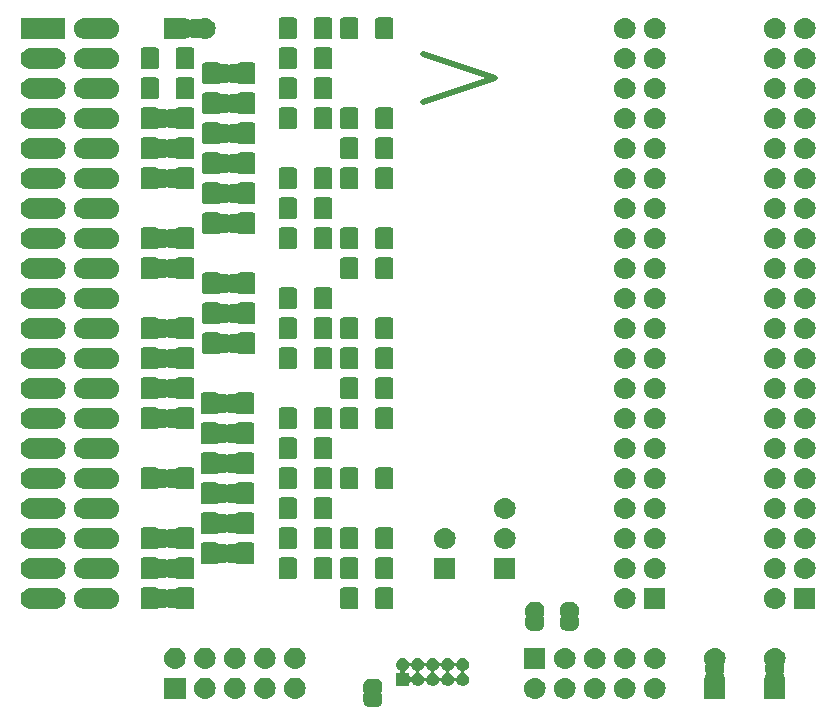
<source format=gts>
G04 #@! TF.GenerationSoftware,KiCad,Pcbnew,(5.1.2)-2*
G04 #@! TF.CreationDate,2021-06-07T01:18:36+02:00*
G04 #@! TF.ProjectId,BeagleV Chew Toy,42656167-6c65-4562-9043-68657720546f,rev?*
G04 #@! TF.SameCoordinates,Original*
G04 #@! TF.FileFunction,Soldermask,Top*
G04 #@! TF.FilePolarity,Negative*
%FSLAX46Y46*%
G04 Gerber Fmt 4.6, Leading zero omitted, Abs format (unit mm)*
G04 Created by KiCad (PCBNEW (5.1.2)-2) date 2021-06-07 01:18:36*
%MOMM*%
%LPD*%
G04 APERTURE LIST*
%ADD10C,0.516128*%
%ADD11C,0.100000*%
G04 APERTURE END LIST*
D10*
X160800021Y-86990200D02*
X166929041Y-84947193D01*
X160800021Y-82904187D01*
D11*
G36*
X156853199Y-135832954D02*
G01*
X156865450Y-135833556D01*
X156883869Y-135833556D01*
X156906149Y-135835750D01*
X156990233Y-135852476D01*
X157011660Y-135858976D01*
X157090858Y-135891780D01*
X157096303Y-135894691D01*
X157096309Y-135894693D01*
X157105169Y-135899429D01*
X157105173Y-135899432D01*
X157110614Y-135902340D01*
X157181899Y-135949971D01*
X157199204Y-135964172D01*
X157259828Y-136024796D01*
X157274029Y-136042101D01*
X157321660Y-136113386D01*
X157324568Y-136118827D01*
X157324571Y-136118831D01*
X157329307Y-136127691D01*
X157329309Y-136127697D01*
X157332220Y-136133142D01*
X157365024Y-136212340D01*
X157371524Y-136233767D01*
X157388250Y-136317851D01*
X157390444Y-136340131D01*
X157390444Y-136358550D01*
X157391046Y-136370801D01*
X157392852Y-136389139D01*
X157392852Y-136876860D01*
X157391263Y-136892999D01*
X157388348Y-136902608D01*
X157383610Y-136911472D01*
X157377237Y-136919237D01*
X157364794Y-136929448D01*
X157354425Y-136936378D01*
X157337098Y-136953705D01*
X157323485Y-136974080D01*
X157314109Y-136996720D01*
X157309329Y-137020753D01*
X157309330Y-137045257D01*
X157314112Y-137069290D01*
X157323490Y-137091929D01*
X157337105Y-137112302D01*
X157354432Y-137129629D01*
X157364802Y-137136558D01*
X157377237Y-137146763D01*
X157383610Y-137154528D01*
X157388348Y-137163392D01*
X157391263Y-137173001D01*
X157392852Y-137189140D01*
X157392852Y-137676862D01*
X157391046Y-137695199D01*
X157390444Y-137707450D01*
X157390444Y-137725869D01*
X157388250Y-137748149D01*
X157371524Y-137832233D01*
X157365024Y-137853660D01*
X157332220Y-137932858D01*
X157329309Y-137938303D01*
X157329307Y-137938309D01*
X157324571Y-137947169D01*
X157324568Y-137947173D01*
X157321660Y-137952614D01*
X157274029Y-138023899D01*
X157259828Y-138041204D01*
X157199204Y-138101828D01*
X157181899Y-138116029D01*
X157110614Y-138163660D01*
X157105173Y-138166568D01*
X157105169Y-138166571D01*
X157096309Y-138171307D01*
X157096303Y-138171309D01*
X157090858Y-138174220D01*
X157011660Y-138207024D01*
X156990233Y-138213524D01*
X156906149Y-138230250D01*
X156883869Y-138232444D01*
X156865450Y-138232444D01*
X156853199Y-138233046D01*
X156834862Y-138234852D01*
X156347138Y-138234852D01*
X156328801Y-138233046D01*
X156316550Y-138232444D01*
X156298131Y-138232444D01*
X156275851Y-138230250D01*
X156191767Y-138213524D01*
X156170340Y-138207024D01*
X156091142Y-138174220D01*
X156085697Y-138171309D01*
X156085691Y-138171307D01*
X156076831Y-138166571D01*
X156076827Y-138166568D01*
X156071386Y-138163660D01*
X156000101Y-138116029D01*
X155982796Y-138101828D01*
X155922172Y-138041204D01*
X155907971Y-138023899D01*
X155860340Y-137952614D01*
X155857432Y-137947173D01*
X155857429Y-137947169D01*
X155852693Y-137938309D01*
X155852691Y-137938303D01*
X155849780Y-137932858D01*
X155816976Y-137853660D01*
X155810476Y-137832233D01*
X155793750Y-137748149D01*
X155791556Y-137725869D01*
X155791556Y-137707450D01*
X155790954Y-137695199D01*
X155789148Y-137676862D01*
X155789148Y-137189140D01*
X155790737Y-137173001D01*
X155793652Y-137163392D01*
X155798390Y-137154528D01*
X155804763Y-137146763D01*
X155817206Y-137136552D01*
X155827575Y-137129622D01*
X155844902Y-137112295D01*
X155858515Y-137091920D01*
X155867891Y-137069280D01*
X155872671Y-137045247D01*
X155872670Y-137020743D01*
X155867888Y-136996710D01*
X155858510Y-136974071D01*
X155844895Y-136953698D01*
X155827568Y-136936371D01*
X155817198Y-136929442D01*
X155804763Y-136919237D01*
X155798390Y-136911472D01*
X155793652Y-136902608D01*
X155790737Y-136892999D01*
X155789148Y-136876860D01*
X155789148Y-136389139D01*
X155790954Y-136370801D01*
X155791556Y-136358550D01*
X155791556Y-136340131D01*
X155793750Y-136317851D01*
X155810476Y-136233767D01*
X155816976Y-136212340D01*
X155849780Y-136133142D01*
X155852691Y-136127697D01*
X155852693Y-136127691D01*
X155857429Y-136118831D01*
X155857432Y-136118827D01*
X155860340Y-136113386D01*
X155907971Y-136042101D01*
X155922172Y-136024796D01*
X155982796Y-135964172D01*
X156000101Y-135949971D01*
X156071386Y-135902340D01*
X156076827Y-135899432D01*
X156076831Y-135899429D01*
X156085691Y-135894693D01*
X156085697Y-135894691D01*
X156091142Y-135891780D01*
X156170340Y-135858976D01*
X156191767Y-135852476D01*
X156275851Y-135835750D01*
X156298131Y-135833556D01*
X156316550Y-135833556D01*
X156328801Y-135832954D01*
X156347139Y-135831148D01*
X156834861Y-135831148D01*
X156853199Y-135832954D01*
X156853199Y-135832954D01*
G37*
G36*
X150166294Y-135750633D02*
G01*
X150338695Y-135802931D01*
X150497583Y-135887858D01*
X150636849Y-136002151D01*
X150751142Y-136141417D01*
X150836069Y-136300305D01*
X150888367Y-136472706D01*
X150906025Y-136652000D01*
X150888367Y-136831294D01*
X150836069Y-137003695D01*
X150751142Y-137162583D01*
X150636849Y-137301849D01*
X150497583Y-137416142D01*
X150338695Y-137501069D01*
X150166294Y-137553367D01*
X150031931Y-137566600D01*
X149942069Y-137566600D01*
X149807706Y-137553367D01*
X149635305Y-137501069D01*
X149476417Y-137416142D01*
X149337151Y-137301849D01*
X149222858Y-137162583D01*
X149137931Y-137003695D01*
X149085633Y-136831294D01*
X149067975Y-136652000D01*
X149085633Y-136472706D01*
X149137931Y-136300305D01*
X149222858Y-136141417D01*
X149337151Y-136002151D01*
X149476417Y-135887858D01*
X149635305Y-135802931D01*
X149807706Y-135750633D01*
X149942069Y-135737400D01*
X150031931Y-135737400D01*
X150166294Y-135750633D01*
X150166294Y-135750633D01*
G37*
G36*
X147626294Y-135750633D02*
G01*
X147798695Y-135802931D01*
X147957583Y-135887858D01*
X148096849Y-136002151D01*
X148211142Y-136141417D01*
X148296069Y-136300305D01*
X148348367Y-136472706D01*
X148366025Y-136652000D01*
X148348367Y-136831294D01*
X148296069Y-137003695D01*
X148211142Y-137162583D01*
X148096849Y-137301849D01*
X147957583Y-137416142D01*
X147798695Y-137501069D01*
X147626294Y-137553367D01*
X147491931Y-137566600D01*
X147402069Y-137566600D01*
X147267706Y-137553367D01*
X147095305Y-137501069D01*
X146936417Y-137416142D01*
X146797151Y-137301849D01*
X146682858Y-137162583D01*
X146597931Y-137003695D01*
X146545633Y-136831294D01*
X146527975Y-136652000D01*
X146545633Y-136472706D01*
X146597931Y-136300305D01*
X146682858Y-136141417D01*
X146797151Y-136002151D01*
X146936417Y-135887858D01*
X147095305Y-135802931D01*
X147267706Y-135750633D01*
X147402069Y-135737400D01*
X147491931Y-135737400D01*
X147626294Y-135750633D01*
X147626294Y-135750633D01*
G37*
G36*
X145086294Y-135750633D02*
G01*
X145258695Y-135802931D01*
X145417583Y-135887858D01*
X145556849Y-136002151D01*
X145671142Y-136141417D01*
X145756069Y-136300305D01*
X145808367Y-136472706D01*
X145826025Y-136652000D01*
X145808367Y-136831294D01*
X145756069Y-137003695D01*
X145671142Y-137162583D01*
X145556849Y-137301849D01*
X145417583Y-137416142D01*
X145258695Y-137501069D01*
X145086294Y-137553367D01*
X144951931Y-137566600D01*
X144862069Y-137566600D01*
X144727706Y-137553367D01*
X144555305Y-137501069D01*
X144396417Y-137416142D01*
X144257151Y-137301849D01*
X144142858Y-137162583D01*
X144057931Y-137003695D01*
X144005633Y-136831294D01*
X143987975Y-136652000D01*
X144005633Y-136472706D01*
X144057931Y-136300305D01*
X144142858Y-136141417D01*
X144257151Y-136002151D01*
X144396417Y-135887858D01*
X144555305Y-135802931D01*
X144727706Y-135750633D01*
X144862069Y-135737400D01*
X144951931Y-135737400D01*
X145086294Y-135750633D01*
X145086294Y-135750633D01*
G37*
G36*
X142546294Y-135750633D02*
G01*
X142718695Y-135802931D01*
X142877583Y-135887858D01*
X143016849Y-136002151D01*
X143131142Y-136141417D01*
X143216069Y-136300305D01*
X143268367Y-136472706D01*
X143286025Y-136652000D01*
X143268367Y-136831294D01*
X143216069Y-137003695D01*
X143131142Y-137162583D01*
X143016849Y-137301849D01*
X142877583Y-137416142D01*
X142718695Y-137501069D01*
X142546294Y-137553367D01*
X142411931Y-137566600D01*
X142322069Y-137566600D01*
X142187706Y-137553367D01*
X142015305Y-137501069D01*
X141856417Y-137416142D01*
X141717151Y-137301849D01*
X141602858Y-137162583D01*
X141517931Y-137003695D01*
X141465633Y-136831294D01*
X141447975Y-136652000D01*
X141465633Y-136472706D01*
X141517931Y-136300305D01*
X141602858Y-136141417D01*
X141717151Y-136002151D01*
X141856417Y-135887858D01*
X142015305Y-135802931D01*
X142187706Y-135750633D01*
X142322069Y-135737400D01*
X142411931Y-135737400D01*
X142546294Y-135750633D01*
X142546294Y-135750633D01*
G37*
G36*
X140741600Y-137566600D02*
G01*
X138912400Y-137566600D01*
X138912400Y-135737400D01*
X140741600Y-135737400D01*
X140741600Y-137566600D01*
X140741600Y-137566600D01*
G37*
G36*
X170417442Y-135757518D02*
G01*
X170483627Y-135764037D01*
X170653466Y-135815557D01*
X170653468Y-135815558D01*
X170683766Y-135831753D01*
X170809991Y-135899222D01*
X170813790Y-135902340D01*
X170947186Y-136011814D01*
X171030448Y-136113271D01*
X171059778Y-136149009D01*
X171059779Y-136149011D01*
X171140648Y-136300304D01*
X171143443Y-136305534D01*
X171194963Y-136475373D01*
X171212359Y-136652000D01*
X171194963Y-136828627D01*
X171143443Y-136998466D01*
X171143442Y-136998468D01*
X171105592Y-137069280D01*
X171059778Y-137154991D01*
X171036791Y-137183000D01*
X170947186Y-137292186D01*
X170845729Y-137375448D01*
X170809991Y-137404778D01*
X170653466Y-137488443D01*
X170483627Y-137539963D01*
X170417443Y-137546481D01*
X170351260Y-137553000D01*
X170262740Y-137553000D01*
X170196557Y-137546481D01*
X170130373Y-137539963D01*
X169960534Y-137488443D01*
X169804009Y-137404778D01*
X169768271Y-137375448D01*
X169666814Y-137292186D01*
X169577209Y-137183000D01*
X169554222Y-137154991D01*
X169508408Y-137069280D01*
X169470558Y-136998468D01*
X169470557Y-136998466D01*
X169419037Y-136828627D01*
X169401641Y-136652000D01*
X169419037Y-136475373D01*
X169470557Y-136305534D01*
X169473353Y-136300304D01*
X169554221Y-136149011D01*
X169554222Y-136149009D01*
X169583552Y-136113271D01*
X169666814Y-136011814D01*
X169800210Y-135902340D01*
X169804009Y-135899222D01*
X169930234Y-135831753D01*
X169960532Y-135815558D01*
X169960534Y-135815557D01*
X170130373Y-135764037D01*
X170196558Y-135757518D01*
X170262740Y-135751000D01*
X170351260Y-135751000D01*
X170417442Y-135757518D01*
X170417442Y-135757518D01*
G37*
G36*
X190737443Y-133217519D02*
G01*
X190803627Y-133224037D01*
X190973466Y-133275557D01*
X191129991Y-133359222D01*
X191165729Y-133388552D01*
X191267186Y-133471814D01*
X191350448Y-133573271D01*
X191379778Y-133609009D01*
X191379779Y-133609011D01*
X191460648Y-133760304D01*
X191463443Y-133765534D01*
X191514963Y-133935373D01*
X191532359Y-134112000D01*
X191514963Y-134288627D01*
X191463443Y-134458466D01*
X191444016Y-134494812D01*
X191425754Y-134528976D01*
X191416377Y-134551615D01*
X191411596Y-134575649D01*
X191411596Y-134600153D01*
X191413396Y-134612288D01*
X191424250Y-134666853D01*
X191426444Y-134689131D01*
X191426444Y-134707550D01*
X191427046Y-134719801D01*
X191428852Y-134738139D01*
X191428852Y-135225860D01*
X191427263Y-135241999D01*
X191424348Y-135251608D01*
X191419610Y-135260472D01*
X191413237Y-135268237D01*
X191407526Y-135272924D01*
X191400794Y-135278448D01*
X191390425Y-135285378D01*
X191373098Y-135302705D01*
X191359485Y-135323080D01*
X191350109Y-135345720D01*
X191345329Y-135369753D01*
X191345330Y-135394257D01*
X191350112Y-135418290D01*
X191359490Y-135440929D01*
X191373105Y-135461302D01*
X191390432Y-135478629D01*
X191400802Y-135485558D01*
X191413237Y-135495763D01*
X191419610Y-135503528D01*
X191424348Y-135512392D01*
X191427263Y-135522001D01*
X191428852Y-135538140D01*
X191428852Y-135626001D01*
X191431254Y-135650387D01*
X191438367Y-135673836D01*
X191449918Y-135695447D01*
X191465463Y-135714389D01*
X191484405Y-135729934D01*
X191506016Y-135741485D01*
X191528000Y-135748154D01*
X191528000Y-137553000D01*
X189726000Y-137553000D01*
X189726000Y-135748154D01*
X189747984Y-135741485D01*
X189769595Y-135729934D01*
X189788537Y-135714389D01*
X189804082Y-135695447D01*
X189815633Y-135673836D01*
X189822746Y-135650387D01*
X189825148Y-135626001D01*
X189825148Y-135538140D01*
X189826737Y-135522001D01*
X189829652Y-135512392D01*
X189834390Y-135503528D01*
X189840763Y-135495763D01*
X189853206Y-135485552D01*
X189863575Y-135478622D01*
X189880902Y-135461295D01*
X189894515Y-135440920D01*
X189903891Y-135418280D01*
X189908671Y-135394247D01*
X189908670Y-135369743D01*
X189903888Y-135345710D01*
X189894510Y-135323071D01*
X189880895Y-135302698D01*
X189863568Y-135285371D01*
X189853198Y-135278442D01*
X189840763Y-135268237D01*
X189834390Y-135260472D01*
X189829652Y-135251608D01*
X189826737Y-135241999D01*
X189825148Y-135225860D01*
X189825148Y-134738139D01*
X189826954Y-134719801D01*
X189827556Y-134707550D01*
X189827556Y-134689131D01*
X189829750Y-134666853D01*
X189840604Y-134612288D01*
X189843006Y-134587902D01*
X189840604Y-134563515D01*
X189833491Y-134540066D01*
X189828246Y-134528976D01*
X189809985Y-134494812D01*
X189790557Y-134458466D01*
X189739037Y-134288627D01*
X189721641Y-134112000D01*
X189739037Y-133935373D01*
X189790557Y-133765534D01*
X189793353Y-133760304D01*
X189874221Y-133609011D01*
X189874222Y-133609009D01*
X189903552Y-133573271D01*
X189986814Y-133471814D01*
X190088271Y-133388552D01*
X190124009Y-133359222D01*
X190280534Y-133275557D01*
X190450373Y-133224037D01*
X190516557Y-133217519D01*
X190582740Y-133211000D01*
X190671260Y-133211000D01*
X190737443Y-133217519D01*
X190737443Y-133217519D01*
G37*
G36*
X185657443Y-133217519D02*
G01*
X185723627Y-133224037D01*
X185893466Y-133275557D01*
X186049991Y-133359222D01*
X186085729Y-133388552D01*
X186187186Y-133471814D01*
X186270448Y-133573271D01*
X186299778Y-133609009D01*
X186299779Y-133609011D01*
X186380648Y-133760304D01*
X186383443Y-133765534D01*
X186434963Y-133935373D01*
X186452359Y-134112000D01*
X186434963Y-134288627D01*
X186383443Y-134458466D01*
X186364016Y-134494812D01*
X186345754Y-134528976D01*
X186336377Y-134551615D01*
X186331596Y-134575649D01*
X186331596Y-134600153D01*
X186333396Y-134612288D01*
X186344250Y-134666853D01*
X186346444Y-134689131D01*
X186346444Y-134707550D01*
X186347046Y-134719801D01*
X186348852Y-134738139D01*
X186348852Y-135225860D01*
X186347263Y-135241999D01*
X186344348Y-135251608D01*
X186339610Y-135260472D01*
X186333237Y-135268237D01*
X186327526Y-135272924D01*
X186320794Y-135278448D01*
X186310425Y-135285378D01*
X186293098Y-135302705D01*
X186279485Y-135323080D01*
X186270109Y-135345720D01*
X186265329Y-135369753D01*
X186265330Y-135394257D01*
X186270112Y-135418290D01*
X186279490Y-135440929D01*
X186293105Y-135461302D01*
X186310432Y-135478629D01*
X186320802Y-135485558D01*
X186333237Y-135495763D01*
X186339610Y-135503528D01*
X186344348Y-135512392D01*
X186347263Y-135522001D01*
X186348852Y-135538140D01*
X186348852Y-135626001D01*
X186351254Y-135650387D01*
X186358367Y-135673836D01*
X186369918Y-135695447D01*
X186385463Y-135714389D01*
X186404405Y-135729934D01*
X186426016Y-135741485D01*
X186448000Y-135748154D01*
X186448000Y-137553000D01*
X184646000Y-137553000D01*
X184646000Y-135748154D01*
X184667984Y-135741485D01*
X184689595Y-135729934D01*
X184708537Y-135714389D01*
X184724082Y-135695447D01*
X184735633Y-135673836D01*
X184742746Y-135650387D01*
X184745148Y-135626001D01*
X184745148Y-135538140D01*
X184746737Y-135522001D01*
X184749652Y-135512392D01*
X184754390Y-135503528D01*
X184760763Y-135495763D01*
X184773206Y-135485552D01*
X184783575Y-135478622D01*
X184800902Y-135461295D01*
X184814515Y-135440920D01*
X184823891Y-135418280D01*
X184828671Y-135394247D01*
X184828670Y-135369743D01*
X184823888Y-135345710D01*
X184814510Y-135323071D01*
X184800895Y-135302698D01*
X184783568Y-135285371D01*
X184773198Y-135278442D01*
X184760763Y-135268237D01*
X184754390Y-135260472D01*
X184749652Y-135251608D01*
X184746737Y-135241999D01*
X184745148Y-135225860D01*
X184745148Y-134738139D01*
X184746954Y-134719801D01*
X184747556Y-134707550D01*
X184747556Y-134689131D01*
X184749750Y-134666853D01*
X184760604Y-134612288D01*
X184763006Y-134587902D01*
X184760604Y-134563515D01*
X184753491Y-134540066D01*
X184748246Y-134528976D01*
X184729985Y-134494812D01*
X184710557Y-134458466D01*
X184659037Y-134288627D01*
X184641641Y-134112000D01*
X184659037Y-133935373D01*
X184710557Y-133765534D01*
X184713353Y-133760304D01*
X184794221Y-133609011D01*
X184794222Y-133609009D01*
X184823552Y-133573271D01*
X184906814Y-133471814D01*
X185008271Y-133388552D01*
X185044009Y-133359222D01*
X185200534Y-133275557D01*
X185370373Y-133224037D01*
X185436557Y-133217519D01*
X185502740Y-133211000D01*
X185591260Y-133211000D01*
X185657443Y-133217519D01*
X185657443Y-133217519D01*
G37*
G36*
X172957442Y-135757518D02*
G01*
X173023627Y-135764037D01*
X173193466Y-135815557D01*
X173193468Y-135815558D01*
X173223766Y-135831753D01*
X173349991Y-135899222D01*
X173353790Y-135902340D01*
X173487186Y-136011814D01*
X173570448Y-136113271D01*
X173599778Y-136149009D01*
X173599779Y-136149011D01*
X173680648Y-136300304D01*
X173683443Y-136305534D01*
X173734963Y-136475373D01*
X173752359Y-136652000D01*
X173734963Y-136828627D01*
X173683443Y-136998466D01*
X173683442Y-136998468D01*
X173645592Y-137069280D01*
X173599778Y-137154991D01*
X173576791Y-137183000D01*
X173487186Y-137292186D01*
X173385729Y-137375448D01*
X173349991Y-137404778D01*
X173193466Y-137488443D01*
X173023627Y-137539963D01*
X172957443Y-137546481D01*
X172891260Y-137553000D01*
X172802740Y-137553000D01*
X172736557Y-137546481D01*
X172670373Y-137539963D01*
X172500534Y-137488443D01*
X172344009Y-137404778D01*
X172308271Y-137375448D01*
X172206814Y-137292186D01*
X172117209Y-137183000D01*
X172094222Y-137154991D01*
X172048408Y-137069280D01*
X172010558Y-136998468D01*
X172010557Y-136998466D01*
X171959037Y-136828627D01*
X171941641Y-136652000D01*
X171959037Y-136475373D01*
X172010557Y-136305534D01*
X172013353Y-136300304D01*
X172094221Y-136149011D01*
X172094222Y-136149009D01*
X172123552Y-136113271D01*
X172206814Y-136011814D01*
X172340210Y-135902340D01*
X172344009Y-135899222D01*
X172470234Y-135831753D01*
X172500532Y-135815558D01*
X172500534Y-135815557D01*
X172670373Y-135764037D01*
X172736558Y-135757518D01*
X172802740Y-135751000D01*
X172891260Y-135751000D01*
X172957442Y-135757518D01*
X172957442Y-135757518D01*
G37*
G36*
X175497442Y-135757518D02*
G01*
X175563627Y-135764037D01*
X175733466Y-135815557D01*
X175733468Y-135815558D01*
X175763766Y-135831753D01*
X175889991Y-135899222D01*
X175893790Y-135902340D01*
X176027186Y-136011814D01*
X176110448Y-136113271D01*
X176139778Y-136149009D01*
X176139779Y-136149011D01*
X176220648Y-136300304D01*
X176223443Y-136305534D01*
X176274963Y-136475373D01*
X176292359Y-136652000D01*
X176274963Y-136828627D01*
X176223443Y-136998466D01*
X176223442Y-136998468D01*
X176185592Y-137069280D01*
X176139778Y-137154991D01*
X176116791Y-137183000D01*
X176027186Y-137292186D01*
X175925729Y-137375448D01*
X175889991Y-137404778D01*
X175733466Y-137488443D01*
X175563627Y-137539963D01*
X175497443Y-137546481D01*
X175431260Y-137553000D01*
X175342740Y-137553000D01*
X175276557Y-137546481D01*
X175210373Y-137539963D01*
X175040534Y-137488443D01*
X174884009Y-137404778D01*
X174848271Y-137375448D01*
X174746814Y-137292186D01*
X174657209Y-137183000D01*
X174634222Y-137154991D01*
X174588408Y-137069280D01*
X174550558Y-136998468D01*
X174550557Y-136998466D01*
X174499037Y-136828627D01*
X174481641Y-136652000D01*
X174499037Y-136475373D01*
X174550557Y-136305534D01*
X174553353Y-136300304D01*
X174634221Y-136149011D01*
X174634222Y-136149009D01*
X174663552Y-136113271D01*
X174746814Y-136011814D01*
X174880210Y-135902340D01*
X174884009Y-135899222D01*
X175010234Y-135831753D01*
X175040532Y-135815558D01*
X175040534Y-135815557D01*
X175210373Y-135764037D01*
X175276558Y-135757518D01*
X175342740Y-135751000D01*
X175431260Y-135751000D01*
X175497442Y-135757518D01*
X175497442Y-135757518D01*
G37*
G36*
X180577442Y-135757518D02*
G01*
X180643627Y-135764037D01*
X180813466Y-135815557D01*
X180813468Y-135815558D01*
X180843766Y-135831753D01*
X180969991Y-135899222D01*
X180973790Y-135902340D01*
X181107186Y-136011814D01*
X181190448Y-136113271D01*
X181219778Y-136149009D01*
X181219779Y-136149011D01*
X181300648Y-136300304D01*
X181303443Y-136305534D01*
X181354963Y-136475373D01*
X181372359Y-136652000D01*
X181354963Y-136828627D01*
X181303443Y-136998466D01*
X181303442Y-136998468D01*
X181265592Y-137069280D01*
X181219778Y-137154991D01*
X181196791Y-137183000D01*
X181107186Y-137292186D01*
X181005729Y-137375448D01*
X180969991Y-137404778D01*
X180813466Y-137488443D01*
X180643627Y-137539963D01*
X180577443Y-137546481D01*
X180511260Y-137553000D01*
X180422740Y-137553000D01*
X180356557Y-137546481D01*
X180290373Y-137539963D01*
X180120534Y-137488443D01*
X179964009Y-137404778D01*
X179928271Y-137375448D01*
X179826814Y-137292186D01*
X179737209Y-137183000D01*
X179714222Y-137154991D01*
X179668408Y-137069280D01*
X179630558Y-136998468D01*
X179630557Y-136998466D01*
X179579037Y-136828627D01*
X179561641Y-136652000D01*
X179579037Y-136475373D01*
X179630557Y-136305534D01*
X179633353Y-136300304D01*
X179714221Y-136149011D01*
X179714222Y-136149009D01*
X179743552Y-136113271D01*
X179826814Y-136011814D01*
X179960210Y-135902340D01*
X179964009Y-135899222D01*
X180090234Y-135831753D01*
X180120532Y-135815558D01*
X180120534Y-135815557D01*
X180290373Y-135764037D01*
X180356558Y-135757518D01*
X180422740Y-135751000D01*
X180511260Y-135751000D01*
X180577442Y-135757518D01*
X180577442Y-135757518D01*
G37*
G36*
X178037442Y-135757518D02*
G01*
X178103627Y-135764037D01*
X178273466Y-135815557D01*
X178273468Y-135815558D01*
X178303766Y-135831753D01*
X178429991Y-135899222D01*
X178433790Y-135902340D01*
X178567186Y-136011814D01*
X178650448Y-136113271D01*
X178679778Y-136149009D01*
X178679779Y-136149011D01*
X178760648Y-136300304D01*
X178763443Y-136305534D01*
X178814963Y-136475373D01*
X178832359Y-136652000D01*
X178814963Y-136828627D01*
X178763443Y-136998466D01*
X178763442Y-136998468D01*
X178725592Y-137069280D01*
X178679778Y-137154991D01*
X178656791Y-137183000D01*
X178567186Y-137292186D01*
X178465729Y-137375448D01*
X178429991Y-137404778D01*
X178273466Y-137488443D01*
X178103627Y-137539963D01*
X178037443Y-137546481D01*
X177971260Y-137553000D01*
X177882740Y-137553000D01*
X177816557Y-137546481D01*
X177750373Y-137539963D01*
X177580534Y-137488443D01*
X177424009Y-137404778D01*
X177388271Y-137375448D01*
X177286814Y-137292186D01*
X177197209Y-137183000D01*
X177174222Y-137154991D01*
X177128408Y-137069280D01*
X177090558Y-136998468D01*
X177090557Y-136998466D01*
X177039037Y-136828627D01*
X177021641Y-136652000D01*
X177039037Y-136475373D01*
X177090557Y-136305534D01*
X177093353Y-136300304D01*
X177174221Y-136149011D01*
X177174222Y-136149009D01*
X177203552Y-136113271D01*
X177286814Y-136011814D01*
X177420210Y-135902340D01*
X177424009Y-135899222D01*
X177550234Y-135831753D01*
X177580532Y-135815558D01*
X177580534Y-135815557D01*
X177750373Y-135764037D01*
X177816558Y-135757518D01*
X177882740Y-135751000D01*
X177971260Y-135751000D01*
X178037442Y-135757518D01*
X178037442Y-135757518D01*
G37*
G36*
X159239015Y-134076973D02*
G01*
X159342879Y-134108479D01*
X159349466Y-134112000D01*
X159438600Y-134159643D01*
X159522501Y-134228499D01*
X159591357Y-134312400D01*
X159626723Y-134378566D01*
X159642521Y-134408121D01*
X159646388Y-134420869D01*
X159655760Y-134443496D01*
X159669374Y-134463870D01*
X159686701Y-134481197D01*
X159707075Y-134494811D01*
X159729714Y-134504188D01*
X159753747Y-134508969D01*
X159778251Y-134508969D01*
X159802285Y-134504189D01*
X159824924Y-134494812D01*
X159845298Y-134481198D01*
X159862625Y-134463871D01*
X159876239Y-134443497D01*
X159885612Y-134420869D01*
X159889479Y-134408121D01*
X159905277Y-134378566D01*
X159940643Y-134312400D01*
X160009499Y-134228499D01*
X160093400Y-134159643D01*
X160182534Y-134112000D01*
X160189121Y-134108479D01*
X160292985Y-134076973D01*
X160373933Y-134069000D01*
X160428067Y-134069000D01*
X160509015Y-134076973D01*
X160612879Y-134108479D01*
X160619466Y-134112000D01*
X160708600Y-134159643D01*
X160792501Y-134228499D01*
X160861357Y-134312400D01*
X160896723Y-134378566D01*
X160912521Y-134408121D01*
X160916388Y-134420869D01*
X160925760Y-134443496D01*
X160939374Y-134463870D01*
X160956701Y-134481197D01*
X160977075Y-134494811D01*
X160999714Y-134504188D01*
X161023747Y-134508969D01*
X161048251Y-134508969D01*
X161072285Y-134504189D01*
X161094924Y-134494812D01*
X161115298Y-134481198D01*
X161132625Y-134463871D01*
X161146239Y-134443497D01*
X161155612Y-134420869D01*
X161159479Y-134408121D01*
X161175277Y-134378566D01*
X161210643Y-134312400D01*
X161279499Y-134228499D01*
X161363400Y-134159643D01*
X161452534Y-134112000D01*
X161459121Y-134108479D01*
X161562985Y-134076973D01*
X161643933Y-134069000D01*
X161698067Y-134069000D01*
X161779015Y-134076973D01*
X161882879Y-134108479D01*
X161889466Y-134112000D01*
X161978600Y-134159643D01*
X162062501Y-134228499D01*
X162131357Y-134312400D01*
X162166723Y-134378566D01*
X162182521Y-134408121D01*
X162186388Y-134420869D01*
X162195760Y-134443496D01*
X162209374Y-134463870D01*
X162226701Y-134481197D01*
X162247075Y-134494811D01*
X162269714Y-134504188D01*
X162293747Y-134508969D01*
X162318251Y-134508969D01*
X162342285Y-134504189D01*
X162364924Y-134494812D01*
X162385298Y-134481198D01*
X162402625Y-134463871D01*
X162416239Y-134443497D01*
X162425612Y-134420869D01*
X162429479Y-134408121D01*
X162445277Y-134378566D01*
X162480643Y-134312400D01*
X162549499Y-134228499D01*
X162633400Y-134159643D01*
X162722534Y-134112000D01*
X162729121Y-134108479D01*
X162832985Y-134076973D01*
X162913933Y-134069000D01*
X162968067Y-134069000D01*
X163049015Y-134076973D01*
X163152879Y-134108479D01*
X163159466Y-134112000D01*
X163248600Y-134159643D01*
X163332501Y-134228499D01*
X163401357Y-134312400D01*
X163436723Y-134378566D01*
X163452521Y-134408121D01*
X163456388Y-134420869D01*
X163465760Y-134443496D01*
X163479374Y-134463870D01*
X163496701Y-134481197D01*
X163517075Y-134494811D01*
X163539714Y-134504188D01*
X163563747Y-134508969D01*
X163588251Y-134508969D01*
X163612285Y-134504189D01*
X163634924Y-134494812D01*
X163655298Y-134481198D01*
X163672625Y-134463871D01*
X163686239Y-134443497D01*
X163695612Y-134420869D01*
X163699479Y-134408121D01*
X163715277Y-134378566D01*
X163750643Y-134312400D01*
X163819499Y-134228499D01*
X163903400Y-134159643D01*
X163992534Y-134112000D01*
X163999121Y-134108479D01*
X164102985Y-134076973D01*
X164183933Y-134069000D01*
X164238067Y-134069000D01*
X164319015Y-134076973D01*
X164422879Y-134108479D01*
X164429466Y-134112000D01*
X164518600Y-134159643D01*
X164602501Y-134228499D01*
X164671357Y-134312400D01*
X164706723Y-134378566D01*
X164722521Y-134408121D01*
X164754027Y-134511985D01*
X164764666Y-134620000D01*
X164754027Y-134728015D01*
X164722521Y-134831879D01*
X164722519Y-134831882D01*
X164671357Y-134927600D01*
X164602501Y-135011501D01*
X164518600Y-135080357D01*
X164463014Y-135110068D01*
X164422879Y-135131521D01*
X164410131Y-135135388D01*
X164387504Y-135144760D01*
X164367130Y-135158374D01*
X164349803Y-135175701D01*
X164336189Y-135196075D01*
X164326812Y-135218714D01*
X164322031Y-135242747D01*
X164322031Y-135267251D01*
X164326811Y-135291285D01*
X164336188Y-135313924D01*
X164349802Y-135334298D01*
X164367129Y-135351625D01*
X164387503Y-135365239D01*
X164410131Y-135374612D01*
X164422879Y-135378479D01*
X164450055Y-135393005D01*
X164518600Y-135429643D01*
X164602501Y-135498499D01*
X164671357Y-135582400D01*
X164707697Y-135650387D01*
X164722521Y-135678121D01*
X164754027Y-135781985D01*
X164764666Y-135890000D01*
X164754027Y-135998015D01*
X164722521Y-136101879D01*
X164722191Y-136102496D01*
X164671357Y-136197600D01*
X164602501Y-136281501D01*
X164518600Y-136350357D01*
X164467504Y-136377668D01*
X164422879Y-136401521D01*
X164319015Y-136433027D01*
X164238067Y-136441000D01*
X164183933Y-136441000D01*
X164102985Y-136433027D01*
X163999121Y-136401521D01*
X163954496Y-136377668D01*
X163903400Y-136350357D01*
X163819499Y-136281501D01*
X163750643Y-136197600D01*
X163699809Y-136102496D01*
X163699479Y-136101879D01*
X163695612Y-136089131D01*
X163686240Y-136066504D01*
X163672626Y-136046130D01*
X163655299Y-136028803D01*
X163634925Y-136015189D01*
X163612286Y-136005812D01*
X163588253Y-136001031D01*
X163563749Y-136001031D01*
X163539715Y-136005811D01*
X163517076Y-136015188D01*
X163496702Y-136028802D01*
X163479375Y-136046129D01*
X163465761Y-136066503D01*
X163456388Y-136089131D01*
X163452521Y-136101879D01*
X163452191Y-136102496D01*
X163401357Y-136197600D01*
X163332501Y-136281501D01*
X163248600Y-136350357D01*
X163197504Y-136377668D01*
X163152879Y-136401521D01*
X163049015Y-136433027D01*
X162968067Y-136441000D01*
X162913933Y-136441000D01*
X162832985Y-136433027D01*
X162729121Y-136401521D01*
X162684496Y-136377668D01*
X162633400Y-136350357D01*
X162549499Y-136281501D01*
X162480643Y-136197600D01*
X162429809Y-136102496D01*
X162429479Y-136101879D01*
X162425612Y-136089131D01*
X162416240Y-136066504D01*
X162402626Y-136046130D01*
X162385299Y-136028803D01*
X162364925Y-136015189D01*
X162342286Y-136005812D01*
X162318253Y-136001031D01*
X162293749Y-136001031D01*
X162269715Y-136005811D01*
X162247076Y-136015188D01*
X162226702Y-136028802D01*
X162209375Y-136046129D01*
X162195761Y-136066503D01*
X162186388Y-136089131D01*
X162182521Y-136101879D01*
X162182191Y-136102496D01*
X162131357Y-136197600D01*
X162062501Y-136281501D01*
X161978600Y-136350357D01*
X161927504Y-136377668D01*
X161882879Y-136401521D01*
X161779015Y-136433027D01*
X161698067Y-136441000D01*
X161643933Y-136441000D01*
X161562985Y-136433027D01*
X161459121Y-136401521D01*
X161414496Y-136377668D01*
X161363400Y-136350357D01*
X161279499Y-136281501D01*
X161210643Y-136197600D01*
X161159809Y-136102496D01*
X161159479Y-136101879D01*
X161155612Y-136089131D01*
X161146240Y-136066504D01*
X161132626Y-136046130D01*
X161115299Y-136028803D01*
X161094925Y-136015189D01*
X161072286Y-136005812D01*
X161048253Y-136001031D01*
X161023749Y-136001031D01*
X160999715Y-136005811D01*
X160977076Y-136015188D01*
X160956702Y-136028802D01*
X160939375Y-136046129D01*
X160925761Y-136066503D01*
X160916388Y-136089131D01*
X160912521Y-136101879D01*
X160912191Y-136102496D01*
X160861357Y-136197600D01*
X160792501Y-136281501D01*
X160708600Y-136350357D01*
X160657504Y-136377668D01*
X160612879Y-136401521D01*
X160509015Y-136433027D01*
X160428067Y-136441000D01*
X160373933Y-136441000D01*
X160292985Y-136433027D01*
X160189121Y-136401521D01*
X160144496Y-136377668D01*
X160093400Y-136350357D01*
X160009499Y-136281501D01*
X159970325Y-136233767D01*
X159940644Y-136197600D01*
X159917236Y-136153807D01*
X159903625Y-136133437D01*
X159886298Y-136116110D01*
X159865924Y-136102496D01*
X159843285Y-136093119D01*
X159819252Y-136088338D01*
X159794748Y-136088338D01*
X159770714Y-136093118D01*
X159748076Y-136102495D01*
X159727701Y-136116109D01*
X159710374Y-136133436D01*
X159696760Y-136153810D01*
X159687383Y-136176449D01*
X159682602Y-136200482D01*
X159682000Y-136212735D01*
X159682000Y-136441000D01*
X158580000Y-136441000D01*
X158580000Y-135339000D01*
X158808265Y-135339000D01*
X158832651Y-135336598D01*
X158856100Y-135329485D01*
X158877711Y-135317934D01*
X158896653Y-135302389D01*
X158912198Y-135283447D01*
X158923749Y-135261836D01*
X158930862Y-135238387D01*
X158933264Y-135214001D01*
X158932058Y-135201748D01*
X159329338Y-135201748D01*
X159329338Y-135226252D01*
X159334118Y-135250286D01*
X159343495Y-135272924D01*
X159357109Y-135293299D01*
X159374436Y-135310626D01*
X159394810Y-135324240D01*
X159417449Y-135333617D01*
X159441482Y-135338398D01*
X159453735Y-135339000D01*
X159682000Y-135339000D01*
X159682000Y-135567265D01*
X159684402Y-135591651D01*
X159691515Y-135615100D01*
X159703066Y-135636711D01*
X159718611Y-135655653D01*
X159737553Y-135671198D01*
X159759164Y-135682749D01*
X159782613Y-135689862D01*
X159806999Y-135692264D01*
X159831385Y-135689862D01*
X159854834Y-135682749D01*
X159876445Y-135671198D01*
X159895387Y-135655653D01*
X159910932Y-135636711D01*
X159917233Y-135626198D01*
X159940644Y-135582400D01*
X160009499Y-135498499D01*
X160026369Y-135484654D01*
X160093400Y-135429643D01*
X160161945Y-135393005D01*
X160189121Y-135378479D01*
X160201869Y-135374612D01*
X160224496Y-135365240D01*
X160244870Y-135351626D01*
X160262197Y-135334299D01*
X160275811Y-135313925D01*
X160285188Y-135291286D01*
X160289969Y-135267253D01*
X160289969Y-135242749D01*
X160289969Y-135242747D01*
X160512031Y-135242747D01*
X160512031Y-135267251D01*
X160516811Y-135291285D01*
X160526188Y-135313924D01*
X160539802Y-135334298D01*
X160557129Y-135351625D01*
X160577503Y-135365239D01*
X160600131Y-135374612D01*
X160612879Y-135378479D01*
X160640055Y-135393005D01*
X160708600Y-135429643D01*
X160792501Y-135498499D01*
X160861357Y-135582400D01*
X160897697Y-135650387D01*
X160912521Y-135678121D01*
X160916388Y-135690869D01*
X160925760Y-135713496D01*
X160939374Y-135733870D01*
X160956701Y-135751197D01*
X160977075Y-135764811D01*
X160999714Y-135774188D01*
X161023747Y-135778969D01*
X161048251Y-135778969D01*
X161072285Y-135774189D01*
X161094924Y-135764812D01*
X161115298Y-135751198D01*
X161132625Y-135733871D01*
X161146239Y-135713497D01*
X161155612Y-135690869D01*
X161159479Y-135678121D01*
X161174303Y-135650387D01*
X161210643Y-135582400D01*
X161279499Y-135498499D01*
X161363400Y-135429643D01*
X161431945Y-135393005D01*
X161459121Y-135378479D01*
X161471869Y-135374612D01*
X161494496Y-135365240D01*
X161514870Y-135351626D01*
X161532197Y-135334299D01*
X161545811Y-135313925D01*
X161555188Y-135291286D01*
X161559969Y-135267253D01*
X161559969Y-135242749D01*
X161559969Y-135242747D01*
X161782031Y-135242747D01*
X161782031Y-135267251D01*
X161786811Y-135291285D01*
X161796188Y-135313924D01*
X161809802Y-135334298D01*
X161827129Y-135351625D01*
X161847503Y-135365239D01*
X161870131Y-135374612D01*
X161882879Y-135378479D01*
X161910055Y-135393005D01*
X161978600Y-135429643D01*
X162062501Y-135498499D01*
X162131357Y-135582400D01*
X162167697Y-135650387D01*
X162182521Y-135678121D01*
X162186388Y-135690869D01*
X162195760Y-135713496D01*
X162209374Y-135733870D01*
X162226701Y-135751197D01*
X162247075Y-135764811D01*
X162269714Y-135774188D01*
X162293747Y-135778969D01*
X162318251Y-135778969D01*
X162342285Y-135774189D01*
X162364924Y-135764812D01*
X162385298Y-135751198D01*
X162402625Y-135733871D01*
X162416239Y-135713497D01*
X162425612Y-135690869D01*
X162429479Y-135678121D01*
X162444303Y-135650387D01*
X162480643Y-135582400D01*
X162549499Y-135498499D01*
X162633400Y-135429643D01*
X162701945Y-135393005D01*
X162729121Y-135378479D01*
X162741869Y-135374612D01*
X162764496Y-135365240D01*
X162784870Y-135351626D01*
X162802197Y-135334299D01*
X162815811Y-135313925D01*
X162825188Y-135291286D01*
X162829969Y-135267253D01*
X162829969Y-135242749D01*
X162829969Y-135242747D01*
X163052031Y-135242747D01*
X163052031Y-135267251D01*
X163056811Y-135291285D01*
X163066188Y-135313924D01*
X163079802Y-135334298D01*
X163097129Y-135351625D01*
X163117503Y-135365239D01*
X163140131Y-135374612D01*
X163152879Y-135378479D01*
X163180055Y-135393005D01*
X163248600Y-135429643D01*
X163332501Y-135498499D01*
X163401357Y-135582400D01*
X163437697Y-135650387D01*
X163452521Y-135678121D01*
X163456388Y-135690869D01*
X163465760Y-135713496D01*
X163479374Y-135733870D01*
X163496701Y-135751197D01*
X163517075Y-135764811D01*
X163539714Y-135774188D01*
X163563747Y-135778969D01*
X163588251Y-135778969D01*
X163612285Y-135774189D01*
X163634924Y-135764812D01*
X163655298Y-135751198D01*
X163672625Y-135733871D01*
X163686239Y-135713497D01*
X163695612Y-135690869D01*
X163699479Y-135678121D01*
X163714303Y-135650387D01*
X163750643Y-135582400D01*
X163819499Y-135498499D01*
X163903400Y-135429643D01*
X163971945Y-135393005D01*
X163999121Y-135378479D01*
X164011869Y-135374612D01*
X164034496Y-135365240D01*
X164054870Y-135351626D01*
X164072197Y-135334299D01*
X164085811Y-135313925D01*
X164095188Y-135291286D01*
X164099969Y-135267253D01*
X164099969Y-135242749D01*
X164095189Y-135218715D01*
X164085812Y-135196076D01*
X164072198Y-135175702D01*
X164054871Y-135158375D01*
X164034497Y-135144761D01*
X164011869Y-135135388D01*
X163999121Y-135131521D01*
X163958986Y-135110068D01*
X163903400Y-135080357D01*
X163819499Y-135011501D01*
X163750643Y-134927600D01*
X163699481Y-134831882D01*
X163699479Y-134831879D01*
X163695612Y-134819131D01*
X163686240Y-134796504D01*
X163672626Y-134776130D01*
X163655299Y-134758803D01*
X163634925Y-134745189D01*
X163612286Y-134735812D01*
X163588253Y-134731031D01*
X163563749Y-134731031D01*
X163539715Y-134735811D01*
X163517076Y-134745188D01*
X163496702Y-134758802D01*
X163479375Y-134776129D01*
X163465761Y-134796503D01*
X163456388Y-134819131D01*
X163452521Y-134831879D01*
X163452519Y-134831882D01*
X163401357Y-134927600D01*
X163332501Y-135011501D01*
X163248600Y-135080357D01*
X163193014Y-135110068D01*
X163152879Y-135131521D01*
X163140131Y-135135388D01*
X163117504Y-135144760D01*
X163097130Y-135158374D01*
X163079803Y-135175701D01*
X163066189Y-135196075D01*
X163056812Y-135218714D01*
X163052031Y-135242747D01*
X162829969Y-135242747D01*
X162825189Y-135218715D01*
X162815812Y-135196076D01*
X162802198Y-135175702D01*
X162784871Y-135158375D01*
X162764497Y-135144761D01*
X162741869Y-135135388D01*
X162729121Y-135131521D01*
X162688986Y-135110068D01*
X162633400Y-135080357D01*
X162549499Y-135011501D01*
X162480643Y-134927600D01*
X162429481Y-134831882D01*
X162429479Y-134831879D01*
X162425612Y-134819131D01*
X162416240Y-134796504D01*
X162402626Y-134776130D01*
X162385299Y-134758803D01*
X162364925Y-134745189D01*
X162342286Y-134735812D01*
X162318253Y-134731031D01*
X162293749Y-134731031D01*
X162269715Y-134735811D01*
X162247076Y-134745188D01*
X162226702Y-134758802D01*
X162209375Y-134776129D01*
X162195761Y-134796503D01*
X162186388Y-134819131D01*
X162182521Y-134831879D01*
X162182519Y-134831882D01*
X162131357Y-134927600D01*
X162062501Y-135011501D01*
X161978600Y-135080357D01*
X161923014Y-135110068D01*
X161882879Y-135131521D01*
X161870131Y-135135388D01*
X161847504Y-135144760D01*
X161827130Y-135158374D01*
X161809803Y-135175701D01*
X161796189Y-135196075D01*
X161786812Y-135218714D01*
X161782031Y-135242747D01*
X161559969Y-135242747D01*
X161555189Y-135218715D01*
X161545812Y-135196076D01*
X161532198Y-135175702D01*
X161514871Y-135158375D01*
X161494497Y-135144761D01*
X161471869Y-135135388D01*
X161459121Y-135131521D01*
X161418986Y-135110068D01*
X161363400Y-135080357D01*
X161279499Y-135011501D01*
X161210643Y-134927600D01*
X161159481Y-134831882D01*
X161159479Y-134831879D01*
X161155612Y-134819131D01*
X161146240Y-134796504D01*
X161132626Y-134776130D01*
X161115299Y-134758803D01*
X161094925Y-134745189D01*
X161072286Y-134735812D01*
X161048253Y-134731031D01*
X161023749Y-134731031D01*
X160999715Y-134735811D01*
X160977076Y-134745188D01*
X160956702Y-134758802D01*
X160939375Y-134776129D01*
X160925761Y-134796503D01*
X160916388Y-134819131D01*
X160912521Y-134831879D01*
X160912519Y-134831882D01*
X160861357Y-134927600D01*
X160792501Y-135011501D01*
X160708600Y-135080357D01*
X160653014Y-135110068D01*
X160612879Y-135131521D01*
X160600131Y-135135388D01*
X160577504Y-135144760D01*
X160557130Y-135158374D01*
X160539803Y-135175701D01*
X160526189Y-135196075D01*
X160516812Y-135218714D01*
X160512031Y-135242747D01*
X160289969Y-135242747D01*
X160285189Y-135218715D01*
X160275812Y-135196076D01*
X160262198Y-135175702D01*
X160244871Y-135158375D01*
X160224497Y-135144761D01*
X160201869Y-135135388D01*
X160189121Y-135131521D01*
X160148986Y-135110068D01*
X160093400Y-135080357D01*
X160009499Y-135011501D01*
X159940643Y-134927600D01*
X159889481Y-134831882D01*
X159889479Y-134831879D01*
X159885612Y-134819131D01*
X159876240Y-134796504D01*
X159862626Y-134776130D01*
X159845299Y-134758803D01*
X159824925Y-134745189D01*
X159802286Y-134735812D01*
X159778253Y-134731031D01*
X159753749Y-134731031D01*
X159729715Y-134735811D01*
X159707076Y-134745188D01*
X159686702Y-134758802D01*
X159669375Y-134776129D01*
X159655761Y-134796503D01*
X159646388Y-134819131D01*
X159642521Y-134831879D01*
X159642519Y-134831882D01*
X159591357Y-134927600D01*
X159531970Y-134999963D01*
X159522501Y-135011501D01*
X159438600Y-135080356D01*
X159394807Y-135103764D01*
X159374437Y-135117375D01*
X159357110Y-135134702D01*
X159343496Y-135155076D01*
X159334119Y-135177715D01*
X159329338Y-135201748D01*
X158932058Y-135201748D01*
X158930862Y-135189615D01*
X158923749Y-135166166D01*
X158912198Y-135144555D01*
X158896653Y-135125613D01*
X158877711Y-135110068D01*
X158867198Y-135103767D01*
X158823400Y-135080356D01*
X158739499Y-135011501D01*
X158730030Y-134999963D01*
X158670643Y-134927600D01*
X158619481Y-134831882D01*
X158619479Y-134831879D01*
X158587973Y-134728015D01*
X158577334Y-134620000D01*
X158587973Y-134511985D01*
X158619479Y-134408121D01*
X158635277Y-134378566D01*
X158670643Y-134312400D01*
X158739499Y-134228499D01*
X158823400Y-134159643D01*
X158912534Y-134112000D01*
X158919121Y-134108479D01*
X159022985Y-134076973D01*
X159103933Y-134069000D01*
X159158067Y-134069000D01*
X159239015Y-134076973D01*
X159239015Y-134076973D01*
G37*
G36*
X140006294Y-133210633D02*
G01*
X140178695Y-133262931D01*
X140337583Y-133347858D01*
X140476849Y-133462151D01*
X140591142Y-133601417D01*
X140676069Y-133760305D01*
X140728367Y-133932706D01*
X140746025Y-134112000D01*
X140728367Y-134291294D01*
X140676069Y-134463695D01*
X140591142Y-134622583D01*
X140476849Y-134761849D01*
X140337583Y-134876142D01*
X140178695Y-134961069D01*
X140006294Y-135013367D01*
X139871931Y-135026600D01*
X139782069Y-135026600D01*
X139647706Y-135013367D01*
X139475305Y-134961069D01*
X139316417Y-134876142D01*
X139177151Y-134761849D01*
X139062858Y-134622583D01*
X138977931Y-134463695D01*
X138925633Y-134291294D01*
X138907975Y-134112000D01*
X138925633Y-133932706D01*
X138977931Y-133760305D01*
X139062858Y-133601417D01*
X139177151Y-133462151D01*
X139316417Y-133347858D01*
X139475305Y-133262931D01*
X139647706Y-133210633D01*
X139782069Y-133197400D01*
X139871931Y-133197400D01*
X140006294Y-133210633D01*
X140006294Y-133210633D01*
G37*
G36*
X142546294Y-133210633D02*
G01*
X142718695Y-133262931D01*
X142877583Y-133347858D01*
X143016849Y-133462151D01*
X143131142Y-133601417D01*
X143216069Y-133760305D01*
X143268367Y-133932706D01*
X143286025Y-134112000D01*
X143268367Y-134291294D01*
X143216069Y-134463695D01*
X143131142Y-134622583D01*
X143016849Y-134761849D01*
X142877583Y-134876142D01*
X142718695Y-134961069D01*
X142546294Y-135013367D01*
X142411931Y-135026600D01*
X142322069Y-135026600D01*
X142187706Y-135013367D01*
X142015305Y-134961069D01*
X141856417Y-134876142D01*
X141717151Y-134761849D01*
X141602858Y-134622583D01*
X141517931Y-134463695D01*
X141465633Y-134291294D01*
X141447975Y-134112000D01*
X141465633Y-133932706D01*
X141517931Y-133760305D01*
X141602858Y-133601417D01*
X141717151Y-133462151D01*
X141856417Y-133347858D01*
X142015305Y-133262931D01*
X142187706Y-133210633D01*
X142322069Y-133197400D01*
X142411931Y-133197400D01*
X142546294Y-133210633D01*
X142546294Y-133210633D01*
G37*
G36*
X145086294Y-133210633D02*
G01*
X145258695Y-133262931D01*
X145417583Y-133347858D01*
X145556849Y-133462151D01*
X145671142Y-133601417D01*
X145756069Y-133760305D01*
X145808367Y-133932706D01*
X145826025Y-134112000D01*
X145808367Y-134291294D01*
X145756069Y-134463695D01*
X145671142Y-134622583D01*
X145556849Y-134761849D01*
X145417583Y-134876142D01*
X145258695Y-134961069D01*
X145086294Y-135013367D01*
X144951931Y-135026600D01*
X144862069Y-135026600D01*
X144727706Y-135013367D01*
X144555305Y-134961069D01*
X144396417Y-134876142D01*
X144257151Y-134761849D01*
X144142858Y-134622583D01*
X144057931Y-134463695D01*
X144005633Y-134291294D01*
X143987975Y-134112000D01*
X144005633Y-133932706D01*
X144057931Y-133760305D01*
X144142858Y-133601417D01*
X144257151Y-133462151D01*
X144396417Y-133347858D01*
X144555305Y-133262931D01*
X144727706Y-133210633D01*
X144862069Y-133197400D01*
X144951931Y-133197400D01*
X145086294Y-133210633D01*
X145086294Y-133210633D01*
G37*
G36*
X147626294Y-133210633D02*
G01*
X147798695Y-133262931D01*
X147957583Y-133347858D01*
X148096849Y-133462151D01*
X148211142Y-133601417D01*
X148296069Y-133760305D01*
X148348367Y-133932706D01*
X148366025Y-134112000D01*
X148348367Y-134291294D01*
X148296069Y-134463695D01*
X148211142Y-134622583D01*
X148096849Y-134761849D01*
X147957583Y-134876142D01*
X147798695Y-134961069D01*
X147626294Y-135013367D01*
X147491931Y-135026600D01*
X147402069Y-135026600D01*
X147267706Y-135013367D01*
X147095305Y-134961069D01*
X146936417Y-134876142D01*
X146797151Y-134761849D01*
X146682858Y-134622583D01*
X146597931Y-134463695D01*
X146545633Y-134291294D01*
X146527975Y-134112000D01*
X146545633Y-133932706D01*
X146597931Y-133760305D01*
X146682858Y-133601417D01*
X146797151Y-133462151D01*
X146936417Y-133347858D01*
X147095305Y-133262931D01*
X147267706Y-133210633D01*
X147402069Y-133197400D01*
X147491931Y-133197400D01*
X147626294Y-133210633D01*
X147626294Y-133210633D01*
G37*
G36*
X150166294Y-133210633D02*
G01*
X150338695Y-133262931D01*
X150497583Y-133347858D01*
X150636849Y-133462151D01*
X150751142Y-133601417D01*
X150836069Y-133760305D01*
X150888367Y-133932706D01*
X150906025Y-134112000D01*
X150888367Y-134291294D01*
X150836069Y-134463695D01*
X150751142Y-134622583D01*
X150636849Y-134761849D01*
X150497583Y-134876142D01*
X150338695Y-134961069D01*
X150166294Y-135013367D01*
X150031931Y-135026600D01*
X149942069Y-135026600D01*
X149807706Y-135013367D01*
X149635305Y-134961069D01*
X149476417Y-134876142D01*
X149337151Y-134761849D01*
X149222858Y-134622583D01*
X149137931Y-134463695D01*
X149085633Y-134291294D01*
X149067975Y-134112000D01*
X149085633Y-133932706D01*
X149137931Y-133760305D01*
X149222858Y-133601417D01*
X149337151Y-133462151D01*
X149476417Y-133347858D01*
X149635305Y-133262931D01*
X149807706Y-133210633D01*
X149942069Y-133197400D01*
X150031931Y-133197400D01*
X150166294Y-133210633D01*
X150166294Y-133210633D01*
G37*
G36*
X175497443Y-133217519D02*
G01*
X175563627Y-133224037D01*
X175733466Y-133275557D01*
X175889991Y-133359222D01*
X175925729Y-133388552D01*
X176027186Y-133471814D01*
X176110448Y-133573271D01*
X176139778Y-133609009D01*
X176139779Y-133609011D01*
X176220648Y-133760304D01*
X176223443Y-133765534D01*
X176274963Y-133935373D01*
X176292359Y-134112000D01*
X176274963Y-134288627D01*
X176223443Y-134458466D01*
X176223442Y-134458468D01*
X176211293Y-134481197D01*
X176139778Y-134614991D01*
X176135667Y-134620000D01*
X176027186Y-134752186D01*
X175945597Y-134819143D01*
X175889991Y-134864778D01*
X175733466Y-134948443D01*
X175563627Y-134999963D01*
X175497443Y-135006481D01*
X175431260Y-135013000D01*
X175342740Y-135013000D01*
X175276557Y-135006481D01*
X175210373Y-134999963D01*
X175040534Y-134948443D01*
X174884009Y-134864778D01*
X174828403Y-134819143D01*
X174746814Y-134752186D01*
X174638333Y-134620000D01*
X174634222Y-134614991D01*
X174562707Y-134481197D01*
X174550558Y-134458468D01*
X174550557Y-134458466D01*
X174499037Y-134288627D01*
X174481641Y-134112000D01*
X174499037Y-133935373D01*
X174550557Y-133765534D01*
X174553353Y-133760304D01*
X174634221Y-133609011D01*
X174634222Y-133609009D01*
X174663552Y-133573271D01*
X174746814Y-133471814D01*
X174848271Y-133388552D01*
X174884009Y-133359222D01*
X175040534Y-133275557D01*
X175210373Y-133224037D01*
X175276557Y-133217519D01*
X175342740Y-133211000D01*
X175431260Y-133211000D01*
X175497443Y-133217519D01*
X175497443Y-133217519D01*
G37*
G36*
X172957443Y-133217519D02*
G01*
X173023627Y-133224037D01*
X173193466Y-133275557D01*
X173349991Y-133359222D01*
X173385729Y-133388552D01*
X173487186Y-133471814D01*
X173570448Y-133573271D01*
X173599778Y-133609009D01*
X173599779Y-133609011D01*
X173680648Y-133760304D01*
X173683443Y-133765534D01*
X173734963Y-133935373D01*
X173752359Y-134112000D01*
X173734963Y-134288627D01*
X173683443Y-134458466D01*
X173683442Y-134458468D01*
X173671293Y-134481197D01*
X173599778Y-134614991D01*
X173595667Y-134620000D01*
X173487186Y-134752186D01*
X173405597Y-134819143D01*
X173349991Y-134864778D01*
X173193466Y-134948443D01*
X173023627Y-134999963D01*
X172957443Y-135006481D01*
X172891260Y-135013000D01*
X172802740Y-135013000D01*
X172736557Y-135006481D01*
X172670373Y-134999963D01*
X172500534Y-134948443D01*
X172344009Y-134864778D01*
X172288403Y-134819143D01*
X172206814Y-134752186D01*
X172098333Y-134620000D01*
X172094222Y-134614991D01*
X172022707Y-134481197D01*
X172010558Y-134458468D01*
X172010557Y-134458466D01*
X171959037Y-134288627D01*
X171941641Y-134112000D01*
X171959037Y-133935373D01*
X172010557Y-133765534D01*
X172013353Y-133760304D01*
X172094221Y-133609011D01*
X172094222Y-133609009D01*
X172123552Y-133573271D01*
X172206814Y-133471814D01*
X172308271Y-133388552D01*
X172344009Y-133359222D01*
X172500534Y-133275557D01*
X172670373Y-133224037D01*
X172736557Y-133217519D01*
X172802740Y-133211000D01*
X172891260Y-133211000D01*
X172957443Y-133217519D01*
X172957443Y-133217519D01*
G37*
G36*
X180577443Y-133217519D02*
G01*
X180643627Y-133224037D01*
X180813466Y-133275557D01*
X180969991Y-133359222D01*
X181005729Y-133388552D01*
X181107186Y-133471814D01*
X181190448Y-133573271D01*
X181219778Y-133609009D01*
X181219779Y-133609011D01*
X181300648Y-133760304D01*
X181303443Y-133765534D01*
X181354963Y-133935373D01*
X181372359Y-134112000D01*
X181354963Y-134288627D01*
X181303443Y-134458466D01*
X181303442Y-134458468D01*
X181291293Y-134481197D01*
X181219778Y-134614991D01*
X181215667Y-134620000D01*
X181107186Y-134752186D01*
X181025597Y-134819143D01*
X180969991Y-134864778D01*
X180813466Y-134948443D01*
X180643627Y-134999963D01*
X180577443Y-135006481D01*
X180511260Y-135013000D01*
X180422740Y-135013000D01*
X180356557Y-135006481D01*
X180290373Y-134999963D01*
X180120534Y-134948443D01*
X179964009Y-134864778D01*
X179908403Y-134819143D01*
X179826814Y-134752186D01*
X179718333Y-134620000D01*
X179714222Y-134614991D01*
X179642707Y-134481197D01*
X179630558Y-134458468D01*
X179630557Y-134458466D01*
X179579037Y-134288627D01*
X179561641Y-134112000D01*
X179579037Y-133935373D01*
X179630557Y-133765534D01*
X179633353Y-133760304D01*
X179714221Y-133609011D01*
X179714222Y-133609009D01*
X179743552Y-133573271D01*
X179826814Y-133471814D01*
X179928271Y-133388552D01*
X179964009Y-133359222D01*
X180120534Y-133275557D01*
X180290373Y-133224037D01*
X180356557Y-133217519D01*
X180422740Y-133211000D01*
X180511260Y-133211000D01*
X180577443Y-133217519D01*
X180577443Y-133217519D01*
G37*
G36*
X178037443Y-133217519D02*
G01*
X178103627Y-133224037D01*
X178273466Y-133275557D01*
X178429991Y-133359222D01*
X178465729Y-133388552D01*
X178567186Y-133471814D01*
X178650448Y-133573271D01*
X178679778Y-133609009D01*
X178679779Y-133609011D01*
X178760648Y-133760304D01*
X178763443Y-133765534D01*
X178814963Y-133935373D01*
X178832359Y-134112000D01*
X178814963Y-134288627D01*
X178763443Y-134458466D01*
X178763442Y-134458468D01*
X178751293Y-134481197D01*
X178679778Y-134614991D01*
X178675667Y-134620000D01*
X178567186Y-134752186D01*
X178485597Y-134819143D01*
X178429991Y-134864778D01*
X178273466Y-134948443D01*
X178103627Y-134999963D01*
X178037443Y-135006481D01*
X177971260Y-135013000D01*
X177882740Y-135013000D01*
X177816557Y-135006481D01*
X177750373Y-134999963D01*
X177580534Y-134948443D01*
X177424009Y-134864778D01*
X177368403Y-134819143D01*
X177286814Y-134752186D01*
X177178333Y-134620000D01*
X177174222Y-134614991D01*
X177102707Y-134481197D01*
X177090558Y-134458468D01*
X177090557Y-134458466D01*
X177039037Y-134288627D01*
X177021641Y-134112000D01*
X177039037Y-133935373D01*
X177090557Y-133765534D01*
X177093353Y-133760304D01*
X177174221Y-133609011D01*
X177174222Y-133609009D01*
X177203552Y-133573271D01*
X177286814Y-133471814D01*
X177388271Y-133388552D01*
X177424009Y-133359222D01*
X177580534Y-133275557D01*
X177750373Y-133224037D01*
X177816557Y-133217519D01*
X177882740Y-133211000D01*
X177971260Y-133211000D01*
X178037443Y-133217519D01*
X178037443Y-133217519D01*
G37*
G36*
X171208000Y-135013000D02*
G01*
X169406000Y-135013000D01*
X169406000Y-133211000D01*
X171208000Y-133211000D01*
X171208000Y-135013000D01*
X171208000Y-135013000D01*
G37*
G36*
X170569199Y-129355954D02*
G01*
X170581450Y-129356556D01*
X170599869Y-129356556D01*
X170622149Y-129358750D01*
X170706233Y-129375476D01*
X170727660Y-129381976D01*
X170806858Y-129414780D01*
X170812303Y-129417691D01*
X170812309Y-129417693D01*
X170821169Y-129422429D01*
X170821173Y-129422432D01*
X170826614Y-129425340D01*
X170897899Y-129472971D01*
X170915204Y-129487172D01*
X170975828Y-129547796D01*
X170990029Y-129565101D01*
X171037660Y-129636386D01*
X171040568Y-129641827D01*
X171040571Y-129641831D01*
X171045307Y-129650691D01*
X171045309Y-129650697D01*
X171048220Y-129656142D01*
X171081024Y-129735340D01*
X171087524Y-129756767D01*
X171104250Y-129840851D01*
X171106444Y-129863131D01*
X171106444Y-129881550D01*
X171107046Y-129893801D01*
X171108852Y-129912139D01*
X171108852Y-130399860D01*
X171107263Y-130415999D01*
X171104348Y-130425608D01*
X171099610Y-130434472D01*
X171093237Y-130442237D01*
X171080794Y-130452448D01*
X171070425Y-130459378D01*
X171053098Y-130476705D01*
X171039485Y-130497080D01*
X171030109Y-130519720D01*
X171025329Y-130543753D01*
X171025330Y-130568257D01*
X171030112Y-130592290D01*
X171039490Y-130614929D01*
X171053105Y-130635302D01*
X171070432Y-130652629D01*
X171080802Y-130659558D01*
X171093237Y-130669763D01*
X171099610Y-130677528D01*
X171104348Y-130686392D01*
X171107263Y-130696001D01*
X171108852Y-130712140D01*
X171108852Y-131199862D01*
X171107046Y-131218199D01*
X171106444Y-131230450D01*
X171106444Y-131248869D01*
X171104250Y-131271149D01*
X171087524Y-131355233D01*
X171081024Y-131376660D01*
X171048220Y-131455858D01*
X171045309Y-131461303D01*
X171045307Y-131461309D01*
X171040571Y-131470169D01*
X171040568Y-131470173D01*
X171037660Y-131475614D01*
X170990029Y-131546899D01*
X170975828Y-131564204D01*
X170915204Y-131624828D01*
X170897899Y-131639029D01*
X170826614Y-131686660D01*
X170821173Y-131689568D01*
X170821169Y-131689571D01*
X170812309Y-131694307D01*
X170812303Y-131694309D01*
X170806858Y-131697220D01*
X170727660Y-131730024D01*
X170706233Y-131736524D01*
X170622149Y-131753250D01*
X170599869Y-131755444D01*
X170581450Y-131755444D01*
X170569199Y-131756046D01*
X170550862Y-131757852D01*
X170063138Y-131757852D01*
X170044801Y-131756046D01*
X170032550Y-131755444D01*
X170014131Y-131755444D01*
X169991851Y-131753250D01*
X169907767Y-131736524D01*
X169886340Y-131730024D01*
X169807142Y-131697220D01*
X169801697Y-131694309D01*
X169801691Y-131694307D01*
X169792831Y-131689571D01*
X169792827Y-131689568D01*
X169787386Y-131686660D01*
X169716101Y-131639029D01*
X169698796Y-131624828D01*
X169638172Y-131564204D01*
X169623971Y-131546899D01*
X169576340Y-131475614D01*
X169573432Y-131470173D01*
X169573429Y-131470169D01*
X169568693Y-131461309D01*
X169568691Y-131461303D01*
X169565780Y-131455858D01*
X169532976Y-131376660D01*
X169526476Y-131355233D01*
X169509750Y-131271149D01*
X169507556Y-131248869D01*
X169507556Y-131230450D01*
X169506954Y-131218199D01*
X169505148Y-131199862D01*
X169505148Y-130712140D01*
X169506737Y-130696001D01*
X169509652Y-130686392D01*
X169514390Y-130677528D01*
X169520763Y-130669763D01*
X169533206Y-130659552D01*
X169543575Y-130652622D01*
X169560902Y-130635295D01*
X169574515Y-130614920D01*
X169583891Y-130592280D01*
X169588671Y-130568247D01*
X169588670Y-130543743D01*
X169583888Y-130519710D01*
X169574510Y-130497071D01*
X169560895Y-130476698D01*
X169543568Y-130459371D01*
X169533198Y-130452442D01*
X169520763Y-130442237D01*
X169514390Y-130434472D01*
X169509652Y-130425608D01*
X169506737Y-130415999D01*
X169505148Y-130399860D01*
X169505148Y-129912139D01*
X169506954Y-129893801D01*
X169507556Y-129881550D01*
X169507556Y-129863131D01*
X169509750Y-129840851D01*
X169526476Y-129756767D01*
X169532976Y-129735340D01*
X169565780Y-129656142D01*
X169568691Y-129650697D01*
X169568693Y-129650691D01*
X169573429Y-129641831D01*
X169573432Y-129641827D01*
X169576340Y-129636386D01*
X169623971Y-129565101D01*
X169638172Y-129547796D01*
X169698796Y-129487172D01*
X169716101Y-129472971D01*
X169787386Y-129425340D01*
X169792827Y-129422432D01*
X169792831Y-129422429D01*
X169801691Y-129417693D01*
X169801697Y-129417691D01*
X169807142Y-129414780D01*
X169886340Y-129381976D01*
X169907767Y-129375476D01*
X169991851Y-129358750D01*
X170014131Y-129356556D01*
X170032550Y-129356556D01*
X170044801Y-129355954D01*
X170063139Y-129354148D01*
X170550861Y-129354148D01*
X170569199Y-129355954D01*
X170569199Y-129355954D01*
G37*
G36*
X173490199Y-129355954D02*
G01*
X173502450Y-129356556D01*
X173520869Y-129356556D01*
X173543149Y-129358750D01*
X173627233Y-129375476D01*
X173648660Y-129381976D01*
X173727858Y-129414780D01*
X173733303Y-129417691D01*
X173733309Y-129417693D01*
X173742169Y-129422429D01*
X173742173Y-129422432D01*
X173747614Y-129425340D01*
X173818899Y-129472971D01*
X173836204Y-129487172D01*
X173896828Y-129547796D01*
X173911029Y-129565101D01*
X173958660Y-129636386D01*
X173961568Y-129641827D01*
X173961571Y-129641831D01*
X173966307Y-129650691D01*
X173966309Y-129650697D01*
X173969220Y-129656142D01*
X174002024Y-129735340D01*
X174008524Y-129756767D01*
X174025250Y-129840851D01*
X174027444Y-129863131D01*
X174027444Y-129881550D01*
X174028046Y-129893801D01*
X174029852Y-129912139D01*
X174029852Y-130399860D01*
X174028263Y-130415999D01*
X174025348Y-130425608D01*
X174020610Y-130434472D01*
X174014237Y-130442237D01*
X174001794Y-130452448D01*
X173991425Y-130459378D01*
X173974098Y-130476705D01*
X173960485Y-130497080D01*
X173951109Y-130519720D01*
X173946329Y-130543753D01*
X173946330Y-130568257D01*
X173951112Y-130592290D01*
X173960490Y-130614929D01*
X173974105Y-130635302D01*
X173991432Y-130652629D01*
X174001802Y-130659558D01*
X174014237Y-130669763D01*
X174020610Y-130677528D01*
X174025348Y-130686392D01*
X174028263Y-130696001D01*
X174029852Y-130712140D01*
X174029852Y-131199862D01*
X174028046Y-131218199D01*
X174027444Y-131230450D01*
X174027444Y-131248869D01*
X174025250Y-131271149D01*
X174008524Y-131355233D01*
X174002024Y-131376660D01*
X173969220Y-131455858D01*
X173966309Y-131461303D01*
X173966307Y-131461309D01*
X173961571Y-131470169D01*
X173961568Y-131470173D01*
X173958660Y-131475614D01*
X173911029Y-131546899D01*
X173896828Y-131564204D01*
X173836204Y-131624828D01*
X173818899Y-131639029D01*
X173747614Y-131686660D01*
X173742173Y-131689568D01*
X173742169Y-131689571D01*
X173733309Y-131694307D01*
X173733303Y-131694309D01*
X173727858Y-131697220D01*
X173648660Y-131730024D01*
X173627233Y-131736524D01*
X173543149Y-131753250D01*
X173520869Y-131755444D01*
X173502450Y-131755444D01*
X173490199Y-131756046D01*
X173471862Y-131757852D01*
X172984138Y-131757852D01*
X172965801Y-131756046D01*
X172953550Y-131755444D01*
X172935131Y-131755444D01*
X172912851Y-131753250D01*
X172828767Y-131736524D01*
X172807340Y-131730024D01*
X172728142Y-131697220D01*
X172722697Y-131694309D01*
X172722691Y-131694307D01*
X172713831Y-131689571D01*
X172713827Y-131689568D01*
X172708386Y-131686660D01*
X172637101Y-131639029D01*
X172619796Y-131624828D01*
X172559172Y-131564204D01*
X172544971Y-131546899D01*
X172497340Y-131475614D01*
X172494432Y-131470173D01*
X172494429Y-131470169D01*
X172489693Y-131461309D01*
X172489691Y-131461303D01*
X172486780Y-131455858D01*
X172453976Y-131376660D01*
X172447476Y-131355233D01*
X172430750Y-131271149D01*
X172428556Y-131248869D01*
X172428556Y-131230450D01*
X172427954Y-131218199D01*
X172426148Y-131199862D01*
X172426148Y-130712140D01*
X172427737Y-130696001D01*
X172430652Y-130686392D01*
X172435390Y-130677528D01*
X172441763Y-130669763D01*
X172454206Y-130659552D01*
X172464575Y-130652622D01*
X172481902Y-130635295D01*
X172495515Y-130614920D01*
X172504891Y-130592280D01*
X172509671Y-130568247D01*
X172509670Y-130543743D01*
X172504888Y-130519710D01*
X172495510Y-130497071D01*
X172481895Y-130476698D01*
X172464568Y-130459371D01*
X172454198Y-130452442D01*
X172441763Y-130442237D01*
X172435390Y-130434472D01*
X172430652Y-130425608D01*
X172427737Y-130415999D01*
X172426148Y-130399860D01*
X172426148Y-129912139D01*
X172427954Y-129893801D01*
X172428556Y-129881550D01*
X172428556Y-129863131D01*
X172430750Y-129840851D01*
X172447476Y-129756767D01*
X172453976Y-129735340D01*
X172486780Y-129656142D01*
X172489691Y-129650697D01*
X172489693Y-129650691D01*
X172494429Y-129641831D01*
X172494432Y-129641827D01*
X172497340Y-129636386D01*
X172544971Y-129565101D01*
X172559172Y-129547796D01*
X172619796Y-129487172D01*
X172637101Y-129472971D01*
X172708386Y-129425340D01*
X172713827Y-129422432D01*
X172713831Y-129422429D01*
X172722691Y-129417693D01*
X172722697Y-129417691D01*
X172728142Y-129414780D01*
X172807340Y-129381976D01*
X172828767Y-129375476D01*
X172912851Y-129358750D01*
X172935131Y-129356556D01*
X172953550Y-129356556D01*
X172965801Y-129355954D01*
X172984139Y-129354148D01*
X173471861Y-129354148D01*
X173490199Y-129355954D01*
X173490199Y-129355954D01*
G37*
G36*
X138317562Y-128110181D02*
G01*
X138352481Y-128120774D01*
X138384663Y-128137976D01*
X138412872Y-128161126D01*
X138433010Y-128185665D01*
X138450337Y-128202992D01*
X138470711Y-128216606D01*
X138493350Y-128225983D01*
X138517383Y-128230764D01*
X138541888Y-128230764D01*
X138542000Y-128230753D01*
X138542003Y-128230753D01*
X138548144Y-128230148D01*
X139035860Y-128230148D01*
X139051999Y-128231737D01*
X139061608Y-128234652D01*
X139070472Y-128239390D01*
X139078237Y-128245763D01*
X139088448Y-128258206D01*
X139095378Y-128268575D01*
X139112705Y-128285902D01*
X139133080Y-128299515D01*
X139155720Y-128308891D01*
X139179753Y-128313671D01*
X139204257Y-128313670D01*
X139228290Y-128308888D01*
X139250929Y-128299510D01*
X139271302Y-128285895D01*
X139288629Y-128268568D01*
X139295558Y-128258198D01*
X139305763Y-128245763D01*
X139313528Y-128239390D01*
X139322392Y-128234652D01*
X139332001Y-128231737D01*
X139348140Y-128230148D01*
X139835856Y-128230148D01*
X139841997Y-128230753D01*
X139842000Y-128230753D01*
X139842112Y-128230764D01*
X139866614Y-128230764D01*
X139890647Y-128225984D01*
X139913286Y-128216607D01*
X139933661Y-128202994D01*
X139950990Y-128185665D01*
X139971128Y-128161126D01*
X139999337Y-128137976D01*
X140031519Y-128120774D01*
X140066438Y-128110181D01*
X140108895Y-128106000D01*
X141250105Y-128106000D01*
X141292562Y-128110181D01*
X141327481Y-128120774D01*
X141359663Y-128137976D01*
X141387873Y-128161127D01*
X141411024Y-128189337D01*
X141428226Y-128221519D01*
X141438819Y-128256438D01*
X141443000Y-128298895D01*
X141443000Y-129765105D01*
X141438819Y-129807562D01*
X141428226Y-129842481D01*
X141411024Y-129874663D01*
X141387873Y-129902873D01*
X141359663Y-129926024D01*
X141327481Y-129943226D01*
X141292562Y-129953819D01*
X141250105Y-129958000D01*
X140108895Y-129958000D01*
X140066438Y-129953819D01*
X140031519Y-129943226D01*
X139999337Y-129926024D01*
X139971128Y-129902874D01*
X139950990Y-129878335D01*
X139933663Y-129861008D01*
X139913289Y-129847394D01*
X139890650Y-129838017D01*
X139866617Y-129833236D01*
X139842112Y-129833236D01*
X139842000Y-129833247D01*
X139841997Y-129833247D01*
X139835856Y-129833852D01*
X139348140Y-129833852D01*
X139332001Y-129832263D01*
X139322392Y-129829348D01*
X139313528Y-129824610D01*
X139305763Y-129818237D01*
X139295552Y-129805794D01*
X139288622Y-129795425D01*
X139271295Y-129778098D01*
X139250920Y-129764485D01*
X139228280Y-129755109D01*
X139204247Y-129750329D01*
X139179743Y-129750330D01*
X139155710Y-129755112D01*
X139133071Y-129764490D01*
X139112698Y-129778105D01*
X139095371Y-129795432D01*
X139088442Y-129805802D01*
X139078237Y-129818237D01*
X139070472Y-129824610D01*
X139061608Y-129829348D01*
X139051999Y-129832263D01*
X139035860Y-129833852D01*
X138548144Y-129833852D01*
X138542003Y-129833247D01*
X138542000Y-129833247D01*
X138541888Y-129833236D01*
X138517386Y-129833236D01*
X138493353Y-129838016D01*
X138470714Y-129847393D01*
X138450339Y-129861006D01*
X138433010Y-129878335D01*
X138412872Y-129902874D01*
X138384663Y-129926024D01*
X138352481Y-129943226D01*
X138317562Y-129953819D01*
X138275105Y-129958000D01*
X137133895Y-129958000D01*
X137091438Y-129953819D01*
X137056519Y-129943226D01*
X137024337Y-129926024D01*
X136996127Y-129902873D01*
X136972976Y-129874663D01*
X136955774Y-129842481D01*
X136945181Y-129807562D01*
X136941000Y-129765105D01*
X136941000Y-128298895D01*
X136945181Y-128256438D01*
X136955774Y-128221519D01*
X136972976Y-128189337D01*
X136996127Y-128161127D01*
X137024337Y-128137976D01*
X137056519Y-128120774D01*
X137091438Y-128110181D01*
X137133895Y-128106000D01*
X138275105Y-128106000D01*
X138317562Y-128110181D01*
X138317562Y-128110181D01*
G37*
G36*
X158183562Y-128110181D02*
G01*
X158218481Y-128120774D01*
X158250663Y-128137976D01*
X158278873Y-128161127D01*
X158302024Y-128189337D01*
X158319226Y-128221519D01*
X158329819Y-128256438D01*
X158334000Y-128298895D01*
X158334000Y-129765105D01*
X158329819Y-129807562D01*
X158319226Y-129842481D01*
X158302024Y-129874663D01*
X158278873Y-129902873D01*
X158250663Y-129926024D01*
X158218481Y-129943226D01*
X158183562Y-129953819D01*
X158141105Y-129958000D01*
X156999895Y-129958000D01*
X156957438Y-129953819D01*
X156922519Y-129943226D01*
X156890337Y-129926024D01*
X156862127Y-129902873D01*
X156838976Y-129874663D01*
X156821774Y-129842481D01*
X156811181Y-129807562D01*
X156807000Y-129765105D01*
X156807000Y-128298895D01*
X156811181Y-128256438D01*
X156821774Y-128221519D01*
X156838976Y-128189337D01*
X156862127Y-128161127D01*
X156890337Y-128137976D01*
X156922519Y-128120774D01*
X156957438Y-128110181D01*
X156999895Y-128106000D01*
X158141105Y-128106000D01*
X158183562Y-128110181D01*
X158183562Y-128110181D01*
G37*
G36*
X155208562Y-128110181D02*
G01*
X155243481Y-128120774D01*
X155275663Y-128137976D01*
X155303873Y-128161127D01*
X155327024Y-128189337D01*
X155344226Y-128221519D01*
X155354819Y-128256438D01*
X155359000Y-128298895D01*
X155359000Y-129765105D01*
X155354819Y-129807562D01*
X155344226Y-129842481D01*
X155327024Y-129874663D01*
X155303873Y-129902873D01*
X155275663Y-129926024D01*
X155243481Y-129943226D01*
X155208562Y-129953819D01*
X155166105Y-129958000D01*
X154024895Y-129958000D01*
X153982438Y-129953819D01*
X153947519Y-129943226D01*
X153915337Y-129926024D01*
X153887127Y-129902873D01*
X153863976Y-129874663D01*
X153846774Y-129842481D01*
X153836181Y-129807562D01*
X153832000Y-129765105D01*
X153832000Y-128298895D01*
X153836181Y-128256438D01*
X153846774Y-128221519D01*
X153863976Y-128189337D01*
X153887127Y-128161127D01*
X153915337Y-128137976D01*
X153947519Y-128120774D01*
X153982438Y-128110181D01*
X154024895Y-128106000D01*
X155166105Y-128106000D01*
X155208562Y-128110181D01*
X155208562Y-128110181D01*
G37*
G36*
X181368000Y-129933000D02*
G01*
X179566000Y-129933000D01*
X179566000Y-128131000D01*
X181368000Y-128131000D01*
X181368000Y-129933000D01*
X181368000Y-129933000D01*
G37*
G36*
X190737442Y-128137518D02*
G01*
X190803627Y-128144037D01*
X190973466Y-128195557D01*
X190973468Y-128195558D01*
X191041155Y-128231738D01*
X191129991Y-128279222D01*
X191153962Y-128298895D01*
X191267186Y-128391814D01*
X191350448Y-128493271D01*
X191379778Y-128529009D01*
X191463443Y-128685534D01*
X191514963Y-128855373D01*
X191532359Y-129032000D01*
X191514963Y-129208627D01*
X191463443Y-129378466D01*
X191379778Y-129534991D01*
X191370604Y-129546169D01*
X191267186Y-129672186D01*
X191171967Y-129750329D01*
X191129991Y-129784778D01*
X191129989Y-129784779D01*
X191012848Y-129847393D01*
X190973466Y-129868443D01*
X190803627Y-129919963D01*
X190742088Y-129926024D01*
X190671260Y-129933000D01*
X190582740Y-129933000D01*
X190511912Y-129926024D01*
X190450373Y-129919963D01*
X190280534Y-129868443D01*
X190241153Y-129847393D01*
X190124011Y-129784779D01*
X190124009Y-129784778D01*
X190082033Y-129750329D01*
X189986814Y-129672186D01*
X189883396Y-129546169D01*
X189874222Y-129534991D01*
X189790557Y-129378466D01*
X189739037Y-129208627D01*
X189721641Y-129032000D01*
X189739037Y-128855373D01*
X189790557Y-128685534D01*
X189874222Y-128529009D01*
X189903552Y-128493271D01*
X189986814Y-128391814D01*
X190100038Y-128298895D01*
X190124009Y-128279222D01*
X190212845Y-128231738D01*
X190280532Y-128195558D01*
X190280534Y-128195557D01*
X190450373Y-128144037D01*
X190516558Y-128137518D01*
X190582740Y-128131000D01*
X190671260Y-128131000D01*
X190737442Y-128137518D01*
X190737442Y-128137518D01*
G37*
G36*
X194068000Y-129933000D02*
G01*
X192266000Y-129933000D01*
X192266000Y-128131000D01*
X194068000Y-128131000D01*
X194068000Y-129933000D01*
X194068000Y-129933000D01*
G37*
G36*
X178037442Y-128137518D02*
G01*
X178103627Y-128144037D01*
X178273466Y-128195557D01*
X178273468Y-128195558D01*
X178341155Y-128231738D01*
X178429991Y-128279222D01*
X178453962Y-128298895D01*
X178567186Y-128391814D01*
X178650448Y-128493271D01*
X178679778Y-128529009D01*
X178763443Y-128685534D01*
X178814963Y-128855373D01*
X178832359Y-129032000D01*
X178814963Y-129208627D01*
X178763443Y-129378466D01*
X178679778Y-129534991D01*
X178670604Y-129546169D01*
X178567186Y-129672186D01*
X178471967Y-129750329D01*
X178429991Y-129784778D01*
X178429989Y-129784779D01*
X178312848Y-129847393D01*
X178273466Y-129868443D01*
X178103627Y-129919963D01*
X178042088Y-129926024D01*
X177971260Y-129933000D01*
X177882740Y-129933000D01*
X177811912Y-129926024D01*
X177750373Y-129919963D01*
X177580534Y-129868443D01*
X177541153Y-129847393D01*
X177424011Y-129784779D01*
X177424009Y-129784778D01*
X177382033Y-129750329D01*
X177286814Y-129672186D01*
X177183396Y-129546169D01*
X177174222Y-129534991D01*
X177090557Y-129378466D01*
X177039037Y-129208627D01*
X177021641Y-129032000D01*
X177039037Y-128855373D01*
X177090557Y-128685534D01*
X177174222Y-128529009D01*
X177203552Y-128493271D01*
X177286814Y-128391814D01*
X177400038Y-128298895D01*
X177424009Y-128279222D01*
X177512845Y-128231738D01*
X177580532Y-128195558D01*
X177580534Y-128195557D01*
X177750373Y-128144037D01*
X177816558Y-128137518D01*
X177882740Y-128131000D01*
X177971260Y-128131000D01*
X178037442Y-128137518D01*
X178037442Y-128137518D01*
G37*
G36*
X134317442Y-128137518D02*
G01*
X134383627Y-128144037D01*
X134553466Y-128195557D01*
X134553468Y-128195558D01*
X134621155Y-128231738D01*
X134709991Y-128279222D01*
X134733962Y-128298895D01*
X134847186Y-128391814D01*
X134930448Y-128493271D01*
X134959778Y-128529009D01*
X135043443Y-128685534D01*
X135094963Y-128855373D01*
X135112359Y-129032000D01*
X135094963Y-129208627D01*
X135043443Y-129378466D01*
X134959778Y-129534991D01*
X134950604Y-129546169D01*
X134847186Y-129672186D01*
X134751967Y-129750329D01*
X134709991Y-129784778D01*
X134709989Y-129784779D01*
X134592848Y-129847393D01*
X134553466Y-129868443D01*
X134383627Y-129919963D01*
X134322088Y-129926024D01*
X134251260Y-129933000D01*
X132162740Y-129933000D01*
X132091912Y-129926024D01*
X132030373Y-129919963D01*
X131860534Y-129868443D01*
X131821153Y-129847393D01*
X131704011Y-129784779D01*
X131704009Y-129784778D01*
X131662033Y-129750329D01*
X131566814Y-129672186D01*
X131463396Y-129546169D01*
X131454222Y-129534991D01*
X131370557Y-129378466D01*
X131319037Y-129208627D01*
X131301641Y-129032000D01*
X131319037Y-128855373D01*
X131370557Y-128685534D01*
X131454222Y-128529009D01*
X131483552Y-128493271D01*
X131566814Y-128391814D01*
X131680038Y-128298895D01*
X131704009Y-128279222D01*
X131792845Y-128231738D01*
X131860532Y-128195558D01*
X131860534Y-128195557D01*
X132030373Y-128144037D01*
X132096558Y-128137518D01*
X132162740Y-128131000D01*
X134251260Y-128131000D01*
X134317442Y-128137518D01*
X134317442Y-128137518D01*
G37*
G36*
X129777442Y-128137518D02*
G01*
X129843627Y-128144037D01*
X130013466Y-128195557D01*
X130013468Y-128195558D01*
X130081155Y-128231738D01*
X130169991Y-128279222D01*
X130193962Y-128298895D01*
X130307186Y-128391814D01*
X130390448Y-128493271D01*
X130419778Y-128529009D01*
X130503443Y-128685534D01*
X130554963Y-128855373D01*
X130572359Y-129032000D01*
X130554963Y-129208627D01*
X130503443Y-129378466D01*
X130419778Y-129534991D01*
X130410604Y-129546169D01*
X130307186Y-129672186D01*
X130211967Y-129750329D01*
X130169991Y-129784778D01*
X130169989Y-129784779D01*
X130052848Y-129847393D01*
X130013466Y-129868443D01*
X129843627Y-129919963D01*
X129782088Y-129926024D01*
X129711260Y-129933000D01*
X127622740Y-129933000D01*
X127551912Y-129926024D01*
X127490373Y-129919963D01*
X127320534Y-129868443D01*
X127281153Y-129847393D01*
X127164011Y-129784779D01*
X127164009Y-129784778D01*
X127122033Y-129750329D01*
X127026814Y-129672186D01*
X126923396Y-129546169D01*
X126914222Y-129534991D01*
X126830557Y-129378466D01*
X126779037Y-129208627D01*
X126761641Y-129032000D01*
X126779037Y-128855373D01*
X126830557Y-128685534D01*
X126914222Y-128529009D01*
X126943552Y-128493271D01*
X127026814Y-128391814D01*
X127140038Y-128298895D01*
X127164009Y-128279222D01*
X127252845Y-128231738D01*
X127320532Y-128195558D01*
X127320534Y-128195557D01*
X127490373Y-128144037D01*
X127556558Y-128137518D01*
X127622740Y-128131000D01*
X129711260Y-128131000D01*
X129777442Y-128137518D01*
X129777442Y-128137518D01*
G37*
G36*
X138317562Y-125570181D02*
G01*
X138352481Y-125580774D01*
X138384663Y-125597976D01*
X138412872Y-125621126D01*
X138433010Y-125645665D01*
X138450337Y-125662992D01*
X138470711Y-125676606D01*
X138493350Y-125685983D01*
X138517383Y-125690764D01*
X138541888Y-125690764D01*
X138542000Y-125690753D01*
X138542003Y-125690753D01*
X138548144Y-125690148D01*
X139035860Y-125690148D01*
X139051999Y-125691737D01*
X139061608Y-125694652D01*
X139070472Y-125699390D01*
X139078237Y-125705763D01*
X139088448Y-125718206D01*
X139095378Y-125728575D01*
X139112705Y-125745902D01*
X139133080Y-125759515D01*
X139155720Y-125768891D01*
X139179753Y-125773671D01*
X139204257Y-125773670D01*
X139228290Y-125768888D01*
X139250929Y-125759510D01*
X139271302Y-125745895D01*
X139288629Y-125728568D01*
X139295558Y-125718198D01*
X139305763Y-125705763D01*
X139313528Y-125699390D01*
X139322392Y-125694652D01*
X139332001Y-125691737D01*
X139348140Y-125690148D01*
X139835856Y-125690148D01*
X139841997Y-125690753D01*
X139842000Y-125690753D01*
X139842112Y-125690764D01*
X139866614Y-125690764D01*
X139890647Y-125685984D01*
X139913286Y-125676607D01*
X139933661Y-125662994D01*
X139950990Y-125645665D01*
X139971128Y-125621126D01*
X139999337Y-125597976D01*
X140031519Y-125580774D01*
X140066438Y-125570181D01*
X140108895Y-125566000D01*
X141250105Y-125566000D01*
X141292562Y-125570181D01*
X141327481Y-125580774D01*
X141359663Y-125597976D01*
X141387873Y-125621127D01*
X141411024Y-125649337D01*
X141428226Y-125681519D01*
X141438819Y-125716438D01*
X141443000Y-125758895D01*
X141443000Y-127225105D01*
X141438819Y-127267562D01*
X141428226Y-127302481D01*
X141411024Y-127334663D01*
X141387873Y-127362873D01*
X141359663Y-127386024D01*
X141327481Y-127403226D01*
X141292562Y-127413819D01*
X141250105Y-127418000D01*
X140108895Y-127418000D01*
X140066438Y-127413819D01*
X140031519Y-127403226D01*
X139999337Y-127386024D01*
X139971128Y-127362874D01*
X139950990Y-127338335D01*
X139933663Y-127321008D01*
X139913289Y-127307394D01*
X139890650Y-127298017D01*
X139866617Y-127293236D01*
X139842112Y-127293236D01*
X139842000Y-127293247D01*
X139841997Y-127293247D01*
X139835856Y-127293852D01*
X139348140Y-127293852D01*
X139332001Y-127292263D01*
X139322392Y-127289348D01*
X139313528Y-127284610D01*
X139305763Y-127278237D01*
X139295552Y-127265794D01*
X139288622Y-127255425D01*
X139271295Y-127238098D01*
X139250920Y-127224485D01*
X139228280Y-127215109D01*
X139204247Y-127210329D01*
X139179743Y-127210330D01*
X139155710Y-127215112D01*
X139133071Y-127224490D01*
X139112698Y-127238105D01*
X139095371Y-127255432D01*
X139088442Y-127265802D01*
X139078237Y-127278237D01*
X139070472Y-127284610D01*
X139061608Y-127289348D01*
X139051999Y-127292263D01*
X139035860Y-127293852D01*
X138548144Y-127293852D01*
X138542003Y-127293247D01*
X138542000Y-127293247D01*
X138541888Y-127293236D01*
X138517386Y-127293236D01*
X138493353Y-127298016D01*
X138470714Y-127307393D01*
X138450339Y-127321006D01*
X138433010Y-127338335D01*
X138412872Y-127362874D01*
X138384663Y-127386024D01*
X138352481Y-127403226D01*
X138317562Y-127413819D01*
X138275105Y-127418000D01*
X137133895Y-127418000D01*
X137091438Y-127413819D01*
X137056519Y-127403226D01*
X137024337Y-127386024D01*
X136996127Y-127362873D01*
X136972976Y-127334663D01*
X136955774Y-127302481D01*
X136945181Y-127267562D01*
X136941000Y-127225105D01*
X136941000Y-125758895D01*
X136945181Y-125716438D01*
X136955774Y-125681519D01*
X136972976Y-125649337D01*
X136996127Y-125621127D01*
X137024337Y-125597976D01*
X137056519Y-125580774D01*
X137091438Y-125570181D01*
X137133895Y-125566000D01*
X138275105Y-125566000D01*
X138317562Y-125570181D01*
X138317562Y-125570181D01*
G37*
G36*
X155208562Y-125570181D02*
G01*
X155243481Y-125580774D01*
X155275663Y-125597976D01*
X155303873Y-125621127D01*
X155327024Y-125649337D01*
X155344226Y-125681519D01*
X155354819Y-125716438D01*
X155359000Y-125758895D01*
X155359000Y-127225105D01*
X155354819Y-127267562D01*
X155344226Y-127302481D01*
X155327024Y-127334663D01*
X155303873Y-127362873D01*
X155275663Y-127386024D01*
X155243481Y-127403226D01*
X155208562Y-127413819D01*
X155166105Y-127418000D01*
X154024895Y-127418000D01*
X153982438Y-127413819D01*
X153947519Y-127403226D01*
X153915337Y-127386024D01*
X153887127Y-127362873D01*
X153863976Y-127334663D01*
X153846774Y-127302481D01*
X153836181Y-127267562D01*
X153832000Y-127225105D01*
X153832000Y-125758895D01*
X153836181Y-125716438D01*
X153846774Y-125681519D01*
X153863976Y-125649337D01*
X153887127Y-125621127D01*
X153915337Y-125597976D01*
X153947519Y-125580774D01*
X153982438Y-125570181D01*
X154024895Y-125566000D01*
X155166105Y-125566000D01*
X155208562Y-125570181D01*
X155208562Y-125570181D01*
G37*
G36*
X152976562Y-125570181D02*
G01*
X153011481Y-125580774D01*
X153043663Y-125597976D01*
X153071873Y-125621127D01*
X153095024Y-125649337D01*
X153112226Y-125681519D01*
X153122819Y-125716438D01*
X153127000Y-125758895D01*
X153127000Y-127225105D01*
X153122819Y-127267562D01*
X153112226Y-127302481D01*
X153095024Y-127334663D01*
X153071873Y-127362873D01*
X153043663Y-127386024D01*
X153011481Y-127403226D01*
X152976562Y-127413819D01*
X152934105Y-127418000D01*
X151792895Y-127418000D01*
X151750438Y-127413819D01*
X151715519Y-127403226D01*
X151683337Y-127386024D01*
X151655127Y-127362873D01*
X151631976Y-127334663D01*
X151614774Y-127302481D01*
X151604181Y-127267562D01*
X151600000Y-127225105D01*
X151600000Y-125758895D01*
X151604181Y-125716438D01*
X151614774Y-125681519D01*
X151631976Y-125649337D01*
X151655127Y-125621127D01*
X151683337Y-125597976D01*
X151715519Y-125580774D01*
X151750438Y-125570181D01*
X151792895Y-125566000D01*
X152934105Y-125566000D01*
X152976562Y-125570181D01*
X152976562Y-125570181D01*
G37*
G36*
X150001562Y-125570181D02*
G01*
X150036481Y-125580774D01*
X150068663Y-125597976D01*
X150096873Y-125621127D01*
X150120024Y-125649337D01*
X150137226Y-125681519D01*
X150147819Y-125716438D01*
X150152000Y-125758895D01*
X150152000Y-127225105D01*
X150147819Y-127267562D01*
X150137226Y-127302481D01*
X150120024Y-127334663D01*
X150096873Y-127362873D01*
X150068663Y-127386024D01*
X150036481Y-127403226D01*
X150001562Y-127413819D01*
X149959105Y-127418000D01*
X148817895Y-127418000D01*
X148775438Y-127413819D01*
X148740519Y-127403226D01*
X148708337Y-127386024D01*
X148680127Y-127362873D01*
X148656976Y-127334663D01*
X148639774Y-127302481D01*
X148629181Y-127267562D01*
X148625000Y-127225105D01*
X148625000Y-125758895D01*
X148629181Y-125716438D01*
X148639774Y-125681519D01*
X148656976Y-125649337D01*
X148680127Y-125621127D01*
X148708337Y-125597976D01*
X148740519Y-125580774D01*
X148775438Y-125570181D01*
X148817895Y-125566000D01*
X149959105Y-125566000D01*
X150001562Y-125570181D01*
X150001562Y-125570181D01*
G37*
G36*
X158183562Y-125570181D02*
G01*
X158218481Y-125580774D01*
X158250663Y-125597976D01*
X158278873Y-125621127D01*
X158302024Y-125649337D01*
X158319226Y-125681519D01*
X158329819Y-125716438D01*
X158334000Y-125758895D01*
X158334000Y-127225105D01*
X158329819Y-127267562D01*
X158319226Y-127302481D01*
X158302024Y-127334663D01*
X158278873Y-127362873D01*
X158250663Y-127386024D01*
X158218481Y-127403226D01*
X158183562Y-127413819D01*
X158141105Y-127418000D01*
X156999895Y-127418000D01*
X156957438Y-127413819D01*
X156922519Y-127403226D01*
X156890337Y-127386024D01*
X156862127Y-127362873D01*
X156838976Y-127334663D01*
X156821774Y-127302481D01*
X156811181Y-127267562D01*
X156807000Y-127225105D01*
X156807000Y-125758895D01*
X156811181Y-125716438D01*
X156821774Y-125681519D01*
X156838976Y-125649337D01*
X156862127Y-125621127D01*
X156890337Y-125597976D01*
X156922519Y-125580774D01*
X156957438Y-125570181D01*
X156999895Y-125566000D01*
X158141105Y-125566000D01*
X158183562Y-125570181D01*
X158183562Y-125570181D01*
G37*
G36*
X190737442Y-125597518D02*
G01*
X190803627Y-125604037D01*
X190973466Y-125655557D01*
X190973468Y-125655558D01*
X191041155Y-125691738D01*
X191129991Y-125739222D01*
X191153962Y-125758895D01*
X191267186Y-125851814D01*
X191350448Y-125953271D01*
X191379778Y-125989009D01*
X191463443Y-126145534D01*
X191514963Y-126315373D01*
X191532359Y-126492000D01*
X191514963Y-126668627D01*
X191463443Y-126838466D01*
X191379778Y-126994991D01*
X191370604Y-127006169D01*
X191267186Y-127132186D01*
X191171967Y-127210329D01*
X191129991Y-127244778D01*
X191129989Y-127244779D01*
X191012848Y-127307393D01*
X190973466Y-127328443D01*
X190803627Y-127379963D01*
X190742088Y-127386024D01*
X190671260Y-127393000D01*
X190582740Y-127393000D01*
X190511912Y-127386024D01*
X190450373Y-127379963D01*
X190280534Y-127328443D01*
X190241153Y-127307393D01*
X190124011Y-127244779D01*
X190124009Y-127244778D01*
X190082033Y-127210329D01*
X189986814Y-127132186D01*
X189883396Y-127006169D01*
X189874222Y-126994991D01*
X189790557Y-126838466D01*
X189739037Y-126668627D01*
X189721641Y-126492000D01*
X189739037Y-126315373D01*
X189790557Y-126145534D01*
X189874222Y-125989009D01*
X189903552Y-125953271D01*
X189986814Y-125851814D01*
X190100038Y-125758895D01*
X190124009Y-125739222D01*
X190212845Y-125691738D01*
X190280532Y-125655558D01*
X190280534Y-125655557D01*
X190450373Y-125604037D01*
X190516558Y-125597518D01*
X190582740Y-125591000D01*
X190671260Y-125591000D01*
X190737442Y-125597518D01*
X190737442Y-125597518D01*
G37*
G36*
X168668000Y-127393000D02*
G01*
X166866000Y-127393000D01*
X166866000Y-125591000D01*
X168668000Y-125591000D01*
X168668000Y-127393000D01*
X168668000Y-127393000D01*
G37*
G36*
X193277442Y-125597518D02*
G01*
X193343627Y-125604037D01*
X193513466Y-125655557D01*
X193513468Y-125655558D01*
X193581155Y-125691738D01*
X193669991Y-125739222D01*
X193693962Y-125758895D01*
X193807186Y-125851814D01*
X193890448Y-125953271D01*
X193919778Y-125989009D01*
X194003443Y-126145534D01*
X194054963Y-126315373D01*
X194072359Y-126492000D01*
X194054963Y-126668627D01*
X194003443Y-126838466D01*
X193919778Y-126994991D01*
X193910604Y-127006169D01*
X193807186Y-127132186D01*
X193711967Y-127210329D01*
X193669991Y-127244778D01*
X193669989Y-127244779D01*
X193552848Y-127307393D01*
X193513466Y-127328443D01*
X193343627Y-127379963D01*
X193282088Y-127386024D01*
X193211260Y-127393000D01*
X193122740Y-127393000D01*
X193051912Y-127386024D01*
X192990373Y-127379963D01*
X192820534Y-127328443D01*
X192781153Y-127307393D01*
X192664011Y-127244779D01*
X192664009Y-127244778D01*
X192622033Y-127210329D01*
X192526814Y-127132186D01*
X192423396Y-127006169D01*
X192414222Y-126994991D01*
X192330557Y-126838466D01*
X192279037Y-126668627D01*
X192261641Y-126492000D01*
X192279037Y-126315373D01*
X192330557Y-126145534D01*
X192414222Y-125989009D01*
X192443552Y-125953271D01*
X192526814Y-125851814D01*
X192640038Y-125758895D01*
X192664009Y-125739222D01*
X192752845Y-125691738D01*
X192820532Y-125655558D01*
X192820534Y-125655557D01*
X192990373Y-125604037D01*
X193056558Y-125597518D01*
X193122740Y-125591000D01*
X193211260Y-125591000D01*
X193277442Y-125597518D01*
X193277442Y-125597518D01*
G37*
G36*
X178037442Y-125597518D02*
G01*
X178103627Y-125604037D01*
X178273466Y-125655557D01*
X178273468Y-125655558D01*
X178341155Y-125691738D01*
X178429991Y-125739222D01*
X178453962Y-125758895D01*
X178567186Y-125851814D01*
X178650448Y-125953271D01*
X178679778Y-125989009D01*
X178763443Y-126145534D01*
X178814963Y-126315373D01*
X178832359Y-126492000D01*
X178814963Y-126668627D01*
X178763443Y-126838466D01*
X178679778Y-126994991D01*
X178670604Y-127006169D01*
X178567186Y-127132186D01*
X178471967Y-127210329D01*
X178429991Y-127244778D01*
X178429989Y-127244779D01*
X178312848Y-127307393D01*
X178273466Y-127328443D01*
X178103627Y-127379963D01*
X178042088Y-127386024D01*
X177971260Y-127393000D01*
X177882740Y-127393000D01*
X177811912Y-127386024D01*
X177750373Y-127379963D01*
X177580534Y-127328443D01*
X177541153Y-127307393D01*
X177424011Y-127244779D01*
X177424009Y-127244778D01*
X177382033Y-127210329D01*
X177286814Y-127132186D01*
X177183396Y-127006169D01*
X177174222Y-126994991D01*
X177090557Y-126838466D01*
X177039037Y-126668627D01*
X177021641Y-126492000D01*
X177039037Y-126315373D01*
X177090557Y-126145534D01*
X177174222Y-125989009D01*
X177203552Y-125953271D01*
X177286814Y-125851814D01*
X177400038Y-125758895D01*
X177424009Y-125739222D01*
X177512845Y-125691738D01*
X177580532Y-125655558D01*
X177580534Y-125655557D01*
X177750373Y-125604037D01*
X177816558Y-125597518D01*
X177882740Y-125591000D01*
X177971260Y-125591000D01*
X178037442Y-125597518D01*
X178037442Y-125597518D01*
G37*
G36*
X180577442Y-125597518D02*
G01*
X180643627Y-125604037D01*
X180813466Y-125655557D01*
X180813468Y-125655558D01*
X180881155Y-125691738D01*
X180969991Y-125739222D01*
X180993962Y-125758895D01*
X181107186Y-125851814D01*
X181190448Y-125953271D01*
X181219778Y-125989009D01*
X181303443Y-126145534D01*
X181354963Y-126315373D01*
X181372359Y-126492000D01*
X181354963Y-126668627D01*
X181303443Y-126838466D01*
X181219778Y-126994991D01*
X181210604Y-127006169D01*
X181107186Y-127132186D01*
X181011967Y-127210329D01*
X180969991Y-127244778D01*
X180969989Y-127244779D01*
X180852848Y-127307393D01*
X180813466Y-127328443D01*
X180643627Y-127379963D01*
X180582088Y-127386024D01*
X180511260Y-127393000D01*
X180422740Y-127393000D01*
X180351912Y-127386024D01*
X180290373Y-127379963D01*
X180120534Y-127328443D01*
X180081153Y-127307393D01*
X179964011Y-127244779D01*
X179964009Y-127244778D01*
X179922033Y-127210329D01*
X179826814Y-127132186D01*
X179723396Y-127006169D01*
X179714222Y-126994991D01*
X179630557Y-126838466D01*
X179579037Y-126668627D01*
X179561641Y-126492000D01*
X179579037Y-126315373D01*
X179630557Y-126145534D01*
X179714222Y-125989009D01*
X179743552Y-125953271D01*
X179826814Y-125851814D01*
X179940038Y-125758895D01*
X179964009Y-125739222D01*
X180052845Y-125691738D01*
X180120532Y-125655558D01*
X180120534Y-125655557D01*
X180290373Y-125604037D01*
X180356558Y-125597518D01*
X180422740Y-125591000D01*
X180511260Y-125591000D01*
X180577442Y-125597518D01*
X180577442Y-125597518D01*
G37*
G36*
X163588000Y-127393000D02*
G01*
X161786000Y-127393000D01*
X161786000Y-125591000D01*
X163588000Y-125591000D01*
X163588000Y-127393000D01*
X163588000Y-127393000D01*
G37*
G36*
X134317442Y-125597518D02*
G01*
X134383627Y-125604037D01*
X134553466Y-125655557D01*
X134553468Y-125655558D01*
X134621155Y-125691738D01*
X134709991Y-125739222D01*
X134733962Y-125758895D01*
X134847186Y-125851814D01*
X134930448Y-125953271D01*
X134959778Y-125989009D01*
X135043443Y-126145534D01*
X135094963Y-126315373D01*
X135112359Y-126492000D01*
X135094963Y-126668627D01*
X135043443Y-126838466D01*
X134959778Y-126994991D01*
X134950604Y-127006169D01*
X134847186Y-127132186D01*
X134751967Y-127210329D01*
X134709991Y-127244778D01*
X134709989Y-127244779D01*
X134592848Y-127307393D01*
X134553466Y-127328443D01*
X134383627Y-127379963D01*
X134322088Y-127386024D01*
X134251260Y-127393000D01*
X132162740Y-127393000D01*
X132091912Y-127386024D01*
X132030373Y-127379963D01*
X131860534Y-127328443D01*
X131821153Y-127307393D01*
X131704011Y-127244779D01*
X131704009Y-127244778D01*
X131662033Y-127210329D01*
X131566814Y-127132186D01*
X131463396Y-127006169D01*
X131454222Y-126994991D01*
X131370557Y-126838466D01*
X131319037Y-126668627D01*
X131301641Y-126492000D01*
X131319037Y-126315373D01*
X131370557Y-126145534D01*
X131454222Y-125989009D01*
X131483552Y-125953271D01*
X131566814Y-125851814D01*
X131680038Y-125758895D01*
X131704009Y-125739222D01*
X131792845Y-125691738D01*
X131860532Y-125655558D01*
X131860534Y-125655557D01*
X132030373Y-125604037D01*
X132096558Y-125597518D01*
X132162740Y-125591000D01*
X134251260Y-125591000D01*
X134317442Y-125597518D01*
X134317442Y-125597518D01*
G37*
G36*
X129777442Y-125597518D02*
G01*
X129843627Y-125604037D01*
X130013466Y-125655557D01*
X130013468Y-125655558D01*
X130081155Y-125691738D01*
X130169991Y-125739222D01*
X130193962Y-125758895D01*
X130307186Y-125851814D01*
X130390448Y-125953271D01*
X130419778Y-125989009D01*
X130503443Y-126145534D01*
X130554963Y-126315373D01*
X130572359Y-126492000D01*
X130554963Y-126668627D01*
X130503443Y-126838466D01*
X130419778Y-126994991D01*
X130410604Y-127006169D01*
X130307186Y-127132186D01*
X130211967Y-127210329D01*
X130169991Y-127244778D01*
X130169989Y-127244779D01*
X130052848Y-127307393D01*
X130013466Y-127328443D01*
X129843627Y-127379963D01*
X129782088Y-127386024D01*
X129711260Y-127393000D01*
X127622740Y-127393000D01*
X127551912Y-127386024D01*
X127490373Y-127379963D01*
X127320534Y-127328443D01*
X127281153Y-127307393D01*
X127164011Y-127244779D01*
X127164009Y-127244778D01*
X127122033Y-127210329D01*
X127026814Y-127132186D01*
X126923396Y-127006169D01*
X126914222Y-126994991D01*
X126830557Y-126838466D01*
X126779037Y-126668627D01*
X126761641Y-126492000D01*
X126779037Y-126315373D01*
X126830557Y-126145534D01*
X126914222Y-125989009D01*
X126943552Y-125953271D01*
X127026814Y-125851814D01*
X127140038Y-125758895D01*
X127164009Y-125739222D01*
X127252845Y-125691738D01*
X127320532Y-125655558D01*
X127320534Y-125655557D01*
X127490373Y-125604037D01*
X127556558Y-125597518D01*
X127622740Y-125591000D01*
X129711260Y-125591000D01*
X129777442Y-125597518D01*
X129777442Y-125597518D01*
G37*
G36*
X143397562Y-124300181D02*
G01*
X143432481Y-124310774D01*
X143464663Y-124327976D01*
X143492872Y-124351126D01*
X143513010Y-124375665D01*
X143530337Y-124392992D01*
X143550711Y-124406606D01*
X143573350Y-124415983D01*
X143597383Y-124420764D01*
X143621888Y-124420764D01*
X143622000Y-124420753D01*
X143622003Y-124420753D01*
X143628144Y-124420148D01*
X144115860Y-124420148D01*
X144131999Y-124421737D01*
X144141608Y-124424652D01*
X144150472Y-124429390D01*
X144158237Y-124435763D01*
X144168448Y-124448206D01*
X144175378Y-124458575D01*
X144192705Y-124475902D01*
X144213080Y-124489515D01*
X144235720Y-124498891D01*
X144259753Y-124503671D01*
X144284257Y-124503670D01*
X144308290Y-124498888D01*
X144330929Y-124489510D01*
X144351302Y-124475895D01*
X144368629Y-124458568D01*
X144375558Y-124448198D01*
X144385763Y-124435763D01*
X144393528Y-124429390D01*
X144402392Y-124424652D01*
X144412001Y-124421737D01*
X144428140Y-124420148D01*
X144915856Y-124420148D01*
X144921997Y-124420753D01*
X144922000Y-124420753D01*
X144922112Y-124420764D01*
X144946614Y-124420764D01*
X144970647Y-124415984D01*
X144993286Y-124406607D01*
X145013661Y-124392994D01*
X145030990Y-124375665D01*
X145051128Y-124351126D01*
X145079337Y-124327976D01*
X145111519Y-124310774D01*
X145146438Y-124300181D01*
X145188895Y-124296000D01*
X146330105Y-124296000D01*
X146372562Y-124300181D01*
X146407481Y-124310774D01*
X146439663Y-124327976D01*
X146467873Y-124351127D01*
X146491024Y-124379337D01*
X146508226Y-124411519D01*
X146518819Y-124446438D01*
X146523000Y-124488895D01*
X146523000Y-125955105D01*
X146518819Y-125997562D01*
X146508226Y-126032481D01*
X146491024Y-126064663D01*
X146467873Y-126092873D01*
X146439663Y-126116024D01*
X146407481Y-126133226D01*
X146372562Y-126143819D01*
X146330105Y-126148000D01*
X145188895Y-126148000D01*
X145146438Y-126143819D01*
X145111519Y-126133226D01*
X145079337Y-126116024D01*
X145051128Y-126092874D01*
X145030990Y-126068335D01*
X145013663Y-126051008D01*
X144993289Y-126037394D01*
X144970650Y-126028017D01*
X144946617Y-126023236D01*
X144922112Y-126023236D01*
X144922000Y-126023247D01*
X144921997Y-126023247D01*
X144915856Y-126023852D01*
X144428140Y-126023852D01*
X144412001Y-126022263D01*
X144402392Y-126019348D01*
X144393528Y-126014610D01*
X144385763Y-126008237D01*
X144375552Y-125995794D01*
X144368622Y-125985425D01*
X144351295Y-125968098D01*
X144330920Y-125954485D01*
X144308280Y-125945109D01*
X144284247Y-125940329D01*
X144259743Y-125940330D01*
X144235710Y-125945112D01*
X144213071Y-125954490D01*
X144192698Y-125968105D01*
X144175371Y-125985432D01*
X144168442Y-125995802D01*
X144158237Y-126008237D01*
X144150472Y-126014610D01*
X144141608Y-126019348D01*
X144131999Y-126022263D01*
X144115860Y-126023852D01*
X143628144Y-126023852D01*
X143622003Y-126023247D01*
X143622000Y-126023247D01*
X143621888Y-126023236D01*
X143597386Y-126023236D01*
X143573353Y-126028016D01*
X143550714Y-126037393D01*
X143530339Y-126051006D01*
X143513010Y-126068335D01*
X143492872Y-126092874D01*
X143464663Y-126116024D01*
X143432481Y-126133226D01*
X143397562Y-126143819D01*
X143355105Y-126148000D01*
X142213895Y-126148000D01*
X142171438Y-126143819D01*
X142136519Y-126133226D01*
X142104337Y-126116024D01*
X142076127Y-126092873D01*
X142052976Y-126064663D01*
X142035774Y-126032481D01*
X142025181Y-125997562D01*
X142021000Y-125955105D01*
X142021000Y-124488895D01*
X142025181Y-124446438D01*
X142035774Y-124411519D01*
X142052976Y-124379337D01*
X142076127Y-124351127D01*
X142104337Y-124327976D01*
X142136519Y-124310774D01*
X142171438Y-124300181D01*
X142213895Y-124296000D01*
X143355105Y-124296000D01*
X143397562Y-124300181D01*
X143397562Y-124300181D01*
G37*
G36*
X150001562Y-123030181D02*
G01*
X150036481Y-123040774D01*
X150068663Y-123057976D01*
X150096873Y-123081127D01*
X150120024Y-123109337D01*
X150137226Y-123141519D01*
X150147819Y-123176438D01*
X150152000Y-123218895D01*
X150152000Y-124685105D01*
X150147819Y-124727562D01*
X150137226Y-124762481D01*
X150120024Y-124794663D01*
X150096873Y-124822873D01*
X150068663Y-124846024D01*
X150036481Y-124863226D01*
X150001562Y-124873819D01*
X149959105Y-124878000D01*
X148817895Y-124878000D01*
X148775438Y-124873819D01*
X148740519Y-124863226D01*
X148708337Y-124846024D01*
X148680127Y-124822873D01*
X148656976Y-124794663D01*
X148639774Y-124762481D01*
X148629181Y-124727562D01*
X148625000Y-124685105D01*
X148625000Y-123218895D01*
X148629181Y-123176438D01*
X148639774Y-123141519D01*
X148656976Y-123109337D01*
X148680127Y-123081127D01*
X148708337Y-123057976D01*
X148740519Y-123040774D01*
X148775438Y-123030181D01*
X148817895Y-123026000D01*
X149959105Y-123026000D01*
X150001562Y-123030181D01*
X150001562Y-123030181D01*
G37*
G36*
X152976562Y-123030181D02*
G01*
X153011481Y-123040774D01*
X153043663Y-123057976D01*
X153071873Y-123081127D01*
X153095024Y-123109337D01*
X153112226Y-123141519D01*
X153122819Y-123176438D01*
X153127000Y-123218895D01*
X153127000Y-124685105D01*
X153122819Y-124727562D01*
X153112226Y-124762481D01*
X153095024Y-124794663D01*
X153071873Y-124822873D01*
X153043663Y-124846024D01*
X153011481Y-124863226D01*
X152976562Y-124873819D01*
X152934105Y-124878000D01*
X151792895Y-124878000D01*
X151750438Y-124873819D01*
X151715519Y-124863226D01*
X151683337Y-124846024D01*
X151655127Y-124822873D01*
X151631976Y-124794663D01*
X151614774Y-124762481D01*
X151604181Y-124727562D01*
X151600000Y-124685105D01*
X151600000Y-123218895D01*
X151604181Y-123176438D01*
X151614774Y-123141519D01*
X151631976Y-123109337D01*
X151655127Y-123081127D01*
X151683337Y-123057976D01*
X151715519Y-123040774D01*
X151750438Y-123030181D01*
X151792895Y-123026000D01*
X152934105Y-123026000D01*
X152976562Y-123030181D01*
X152976562Y-123030181D01*
G37*
G36*
X155208562Y-123030181D02*
G01*
X155243481Y-123040774D01*
X155275663Y-123057976D01*
X155303873Y-123081127D01*
X155327024Y-123109337D01*
X155344226Y-123141519D01*
X155354819Y-123176438D01*
X155359000Y-123218895D01*
X155359000Y-124685105D01*
X155354819Y-124727562D01*
X155344226Y-124762481D01*
X155327024Y-124794663D01*
X155303873Y-124822873D01*
X155275663Y-124846024D01*
X155243481Y-124863226D01*
X155208562Y-124873819D01*
X155166105Y-124878000D01*
X154024895Y-124878000D01*
X153982438Y-124873819D01*
X153947519Y-124863226D01*
X153915337Y-124846024D01*
X153887127Y-124822873D01*
X153863976Y-124794663D01*
X153846774Y-124762481D01*
X153836181Y-124727562D01*
X153832000Y-124685105D01*
X153832000Y-123218895D01*
X153836181Y-123176438D01*
X153846774Y-123141519D01*
X153863976Y-123109337D01*
X153887127Y-123081127D01*
X153915337Y-123057976D01*
X153947519Y-123040774D01*
X153982438Y-123030181D01*
X154024895Y-123026000D01*
X155166105Y-123026000D01*
X155208562Y-123030181D01*
X155208562Y-123030181D01*
G37*
G36*
X138317562Y-123030181D02*
G01*
X138352481Y-123040774D01*
X138384663Y-123057976D01*
X138412872Y-123081126D01*
X138433010Y-123105665D01*
X138450337Y-123122992D01*
X138470711Y-123136606D01*
X138493350Y-123145983D01*
X138517383Y-123150764D01*
X138541888Y-123150764D01*
X138542000Y-123150753D01*
X138542003Y-123150753D01*
X138548144Y-123150148D01*
X139035860Y-123150148D01*
X139051999Y-123151737D01*
X139061608Y-123154652D01*
X139070472Y-123159390D01*
X139078237Y-123165763D01*
X139088448Y-123178206D01*
X139095378Y-123188575D01*
X139112705Y-123205902D01*
X139133080Y-123219515D01*
X139155720Y-123228891D01*
X139179753Y-123233671D01*
X139204257Y-123233670D01*
X139228290Y-123228888D01*
X139250929Y-123219510D01*
X139271302Y-123205895D01*
X139288629Y-123188568D01*
X139295558Y-123178198D01*
X139305763Y-123165763D01*
X139313528Y-123159390D01*
X139322392Y-123154652D01*
X139332001Y-123151737D01*
X139348140Y-123150148D01*
X139835856Y-123150148D01*
X139841997Y-123150753D01*
X139842000Y-123150753D01*
X139842112Y-123150764D01*
X139866614Y-123150764D01*
X139890647Y-123145984D01*
X139913286Y-123136607D01*
X139933661Y-123122994D01*
X139950990Y-123105665D01*
X139971128Y-123081126D01*
X139999337Y-123057976D01*
X140031519Y-123040774D01*
X140066438Y-123030181D01*
X140108895Y-123026000D01*
X141250105Y-123026000D01*
X141292562Y-123030181D01*
X141327481Y-123040774D01*
X141359663Y-123057976D01*
X141387873Y-123081127D01*
X141411024Y-123109337D01*
X141428226Y-123141519D01*
X141438819Y-123176438D01*
X141443000Y-123218895D01*
X141443000Y-124685105D01*
X141438819Y-124727562D01*
X141428226Y-124762481D01*
X141411024Y-124794663D01*
X141387873Y-124822873D01*
X141359663Y-124846024D01*
X141327481Y-124863226D01*
X141292562Y-124873819D01*
X141250105Y-124878000D01*
X140108895Y-124878000D01*
X140066438Y-124873819D01*
X140031519Y-124863226D01*
X139999337Y-124846024D01*
X139971128Y-124822874D01*
X139950990Y-124798335D01*
X139933663Y-124781008D01*
X139913289Y-124767394D01*
X139890650Y-124758017D01*
X139866617Y-124753236D01*
X139842112Y-124753236D01*
X139842000Y-124753247D01*
X139841997Y-124753247D01*
X139835856Y-124753852D01*
X139348140Y-124753852D01*
X139332001Y-124752263D01*
X139322392Y-124749348D01*
X139313528Y-124744610D01*
X139305763Y-124738237D01*
X139295552Y-124725794D01*
X139288622Y-124715425D01*
X139271295Y-124698098D01*
X139250920Y-124684485D01*
X139228280Y-124675109D01*
X139204247Y-124670329D01*
X139179743Y-124670330D01*
X139155710Y-124675112D01*
X139133071Y-124684490D01*
X139112698Y-124698105D01*
X139095371Y-124715432D01*
X139088442Y-124725802D01*
X139078237Y-124738237D01*
X139070472Y-124744610D01*
X139061608Y-124749348D01*
X139051999Y-124752263D01*
X139035860Y-124753852D01*
X138548144Y-124753852D01*
X138542003Y-124753247D01*
X138542000Y-124753247D01*
X138541888Y-124753236D01*
X138517386Y-124753236D01*
X138493353Y-124758016D01*
X138470714Y-124767393D01*
X138450339Y-124781006D01*
X138433010Y-124798335D01*
X138412872Y-124822874D01*
X138384663Y-124846024D01*
X138352481Y-124863226D01*
X138317562Y-124873819D01*
X138275105Y-124878000D01*
X137133895Y-124878000D01*
X137091438Y-124873819D01*
X137056519Y-124863226D01*
X137024337Y-124846024D01*
X136996127Y-124822873D01*
X136972976Y-124794663D01*
X136955774Y-124762481D01*
X136945181Y-124727562D01*
X136941000Y-124685105D01*
X136941000Y-123218895D01*
X136945181Y-123176438D01*
X136955774Y-123141519D01*
X136972976Y-123109337D01*
X136996127Y-123081127D01*
X137024337Y-123057976D01*
X137056519Y-123040774D01*
X137091438Y-123030181D01*
X137133895Y-123026000D01*
X138275105Y-123026000D01*
X138317562Y-123030181D01*
X138317562Y-123030181D01*
G37*
G36*
X158183562Y-123030181D02*
G01*
X158218481Y-123040774D01*
X158250663Y-123057976D01*
X158278873Y-123081127D01*
X158302024Y-123109337D01*
X158319226Y-123141519D01*
X158329819Y-123176438D01*
X158334000Y-123218895D01*
X158334000Y-124685105D01*
X158329819Y-124727562D01*
X158319226Y-124762481D01*
X158302024Y-124794663D01*
X158278873Y-124822873D01*
X158250663Y-124846024D01*
X158218481Y-124863226D01*
X158183562Y-124873819D01*
X158141105Y-124878000D01*
X156999895Y-124878000D01*
X156957438Y-124873819D01*
X156922519Y-124863226D01*
X156890337Y-124846024D01*
X156862127Y-124822873D01*
X156838976Y-124794663D01*
X156821774Y-124762481D01*
X156811181Y-124727562D01*
X156807000Y-124685105D01*
X156807000Y-123218895D01*
X156811181Y-123176438D01*
X156821774Y-123141519D01*
X156838976Y-123109337D01*
X156862127Y-123081127D01*
X156890337Y-123057976D01*
X156922519Y-123040774D01*
X156957438Y-123030181D01*
X156999895Y-123026000D01*
X158141105Y-123026000D01*
X158183562Y-123030181D01*
X158183562Y-123030181D01*
G37*
G36*
X190737442Y-123057518D02*
G01*
X190803627Y-123064037D01*
X190973466Y-123115557D01*
X190973468Y-123115558D01*
X191041155Y-123151738D01*
X191129991Y-123199222D01*
X191153962Y-123218895D01*
X191267186Y-123311814D01*
X191350448Y-123413271D01*
X191379778Y-123449009D01*
X191463443Y-123605534D01*
X191514963Y-123775373D01*
X191532359Y-123952000D01*
X191514963Y-124128627D01*
X191463443Y-124298466D01*
X191379778Y-124454991D01*
X191351449Y-124489510D01*
X191267186Y-124592186D01*
X191171967Y-124670329D01*
X191129991Y-124704778D01*
X191098499Y-124721611D01*
X191012848Y-124767393D01*
X190973466Y-124788443D01*
X190803627Y-124839963D01*
X190742088Y-124846024D01*
X190671260Y-124853000D01*
X190582740Y-124853000D01*
X190511912Y-124846024D01*
X190450373Y-124839963D01*
X190280534Y-124788443D01*
X190241153Y-124767393D01*
X190155501Y-124721611D01*
X190124009Y-124704778D01*
X190082033Y-124670329D01*
X189986814Y-124592186D01*
X189902551Y-124489510D01*
X189874222Y-124454991D01*
X189790557Y-124298466D01*
X189739037Y-124128627D01*
X189721641Y-123952000D01*
X189739037Y-123775373D01*
X189790557Y-123605534D01*
X189874222Y-123449009D01*
X189903552Y-123413271D01*
X189986814Y-123311814D01*
X190100038Y-123218895D01*
X190124009Y-123199222D01*
X190212845Y-123151738D01*
X190280532Y-123115558D01*
X190280534Y-123115557D01*
X190450373Y-123064037D01*
X190516558Y-123057518D01*
X190582740Y-123051000D01*
X190671260Y-123051000D01*
X190737442Y-123057518D01*
X190737442Y-123057518D01*
G37*
G36*
X167877442Y-123057518D02*
G01*
X167943627Y-123064037D01*
X168113466Y-123115557D01*
X168113468Y-123115558D01*
X168181155Y-123151738D01*
X168269991Y-123199222D01*
X168293962Y-123218895D01*
X168407186Y-123311814D01*
X168490448Y-123413271D01*
X168519778Y-123449009D01*
X168603443Y-123605534D01*
X168654963Y-123775373D01*
X168672359Y-123952000D01*
X168654963Y-124128627D01*
X168603443Y-124298466D01*
X168519778Y-124454991D01*
X168491449Y-124489510D01*
X168407186Y-124592186D01*
X168311967Y-124670329D01*
X168269991Y-124704778D01*
X168238499Y-124721611D01*
X168152848Y-124767393D01*
X168113466Y-124788443D01*
X167943627Y-124839963D01*
X167882088Y-124846024D01*
X167811260Y-124853000D01*
X167722740Y-124853000D01*
X167651912Y-124846024D01*
X167590373Y-124839963D01*
X167420534Y-124788443D01*
X167381153Y-124767393D01*
X167295501Y-124721611D01*
X167264009Y-124704778D01*
X167222033Y-124670329D01*
X167126814Y-124592186D01*
X167042551Y-124489510D01*
X167014222Y-124454991D01*
X166930557Y-124298466D01*
X166879037Y-124128627D01*
X166861641Y-123952000D01*
X166879037Y-123775373D01*
X166930557Y-123605534D01*
X167014222Y-123449009D01*
X167043552Y-123413271D01*
X167126814Y-123311814D01*
X167240038Y-123218895D01*
X167264009Y-123199222D01*
X167352845Y-123151738D01*
X167420532Y-123115558D01*
X167420534Y-123115557D01*
X167590373Y-123064037D01*
X167656558Y-123057518D01*
X167722740Y-123051000D01*
X167811260Y-123051000D01*
X167877442Y-123057518D01*
X167877442Y-123057518D01*
G37*
G36*
X134317442Y-123057518D02*
G01*
X134383627Y-123064037D01*
X134553466Y-123115557D01*
X134553468Y-123115558D01*
X134621155Y-123151738D01*
X134709991Y-123199222D01*
X134733962Y-123218895D01*
X134847186Y-123311814D01*
X134930448Y-123413271D01*
X134959778Y-123449009D01*
X135043443Y-123605534D01*
X135094963Y-123775373D01*
X135112359Y-123952000D01*
X135094963Y-124128627D01*
X135043443Y-124298466D01*
X134959778Y-124454991D01*
X134931449Y-124489510D01*
X134847186Y-124592186D01*
X134751967Y-124670329D01*
X134709991Y-124704778D01*
X134678499Y-124721611D01*
X134592848Y-124767393D01*
X134553466Y-124788443D01*
X134383627Y-124839963D01*
X134322088Y-124846024D01*
X134251260Y-124853000D01*
X132162740Y-124853000D01*
X132091912Y-124846024D01*
X132030373Y-124839963D01*
X131860534Y-124788443D01*
X131821153Y-124767393D01*
X131735501Y-124721611D01*
X131704009Y-124704778D01*
X131662033Y-124670329D01*
X131566814Y-124592186D01*
X131482551Y-124489510D01*
X131454222Y-124454991D01*
X131370557Y-124298466D01*
X131319037Y-124128627D01*
X131301641Y-123952000D01*
X131319037Y-123775373D01*
X131370557Y-123605534D01*
X131454222Y-123449009D01*
X131483552Y-123413271D01*
X131566814Y-123311814D01*
X131680038Y-123218895D01*
X131704009Y-123199222D01*
X131792845Y-123151738D01*
X131860532Y-123115558D01*
X131860534Y-123115557D01*
X132030373Y-123064037D01*
X132096558Y-123057518D01*
X132162740Y-123051000D01*
X134251260Y-123051000D01*
X134317442Y-123057518D01*
X134317442Y-123057518D01*
G37*
G36*
X193277442Y-123057518D02*
G01*
X193343627Y-123064037D01*
X193513466Y-123115557D01*
X193513468Y-123115558D01*
X193581155Y-123151738D01*
X193669991Y-123199222D01*
X193693962Y-123218895D01*
X193807186Y-123311814D01*
X193890448Y-123413271D01*
X193919778Y-123449009D01*
X194003443Y-123605534D01*
X194054963Y-123775373D01*
X194072359Y-123952000D01*
X194054963Y-124128627D01*
X194003443Y-124298466D01*
X193919778Y-124454991D01*
X193891449Y-124489510D01*
X193807186Y-124592186D01*
X193711967Y-124670329D01*
X193669991Y-124704778D01*
X193638499Y-124721611D01*
X193552848Y-124767393D01*
X193513466Y-124788443D01*
X193343627Y-124839963D01*
X193282088Y-124846024D01*
X193211260Y-124853000D01*
X193122740Y-124853000D01*
X193051912Y-124846024D01*
X192990373Y-124839963D01*
X192820534Y-124788443D01*
X192781153Y-124767393D01*
X192695501Y-124721611D01*
X192664009Y-124704778D01*
X192622033Y-124670329D01*
X192526814Y-124592186D01*
X192442551Y-124489510D01*
X192414222Y-124454991D01*
X192330557Y-124298466D01*
X192279037Y-124128627D01*
X192261641Y-123952000D01*
X192279037Y-123775373D01*
X192330557Y-123605534D01*
X192414222Y-123449009D01*
X192443552Y-123413271D01*
X192526814Y-123311814D01*
X192640038Y-123218895D01*
X192664009Y-123199222D01*
X192752845Y-123151738D01*
X192820532Y-123115558D01*
X192820534Y-123115557D01*
X192990373Y-123064037D01*
X193056558Y-123057518D01*
X193122740Y-123051000D01*
X193211260Y-123051000D01*
X193277442Y-123057518D01*
X193277442Y-123057518D01*
G37*
G36*
X180577442Y-123057518D02*
G01*
X180643627Y-123064037D01*
X180813466Y-123115557D01*
X180813468Y-123115558D01*
X180881155Y-123151738D01*
X180969991Y-123199222D01*
X180993962Y-123218895D01*
X181107186Y-123311814D01*
X181190448Y-123413271D01*
X181219778Y-123449009D01*
X181303443Y-123605534D01*
X181354963Y-123775373D01*
X181372359Y-123952000D01*
X181354963Y-124128627D01*
X181303443Y-124298466D01*
X181219778Y-124454991D01*
X181191449Y-124489510D01*
X181107186Y-124592186D01*
X181011967Y-124670329D01*
X180969991Y-124704778D01*
X180938499Y-124721611D01*
X180852848Y-124767393D01*
X180813466Y-124788443D01*
X180643627Y-124839963D01*
X180582088Y-124846024D01*
X180511260Y-124853000D01*
X180422740Y-124853000D01*
X180351912Y-124846024D01*
X180290373Y-124839963D01*
X180120534Y-124788443D01*
X180081153Y-124767393D01*
X179995501Y-124721611D01*
X179964009Y-124704778D01*
X179922033Y-124670329D01*
X179826814Y-124592186D01*
X179742551Y-124489510D01*
X179714222Y-124454991D01*
X179630557Y-124298466D01*
X179579037Y-124128627D01*
X179561641Y-123952000D01*
X179579037Y-123775373D01*
X179630557Y-123605534D01*
X179714222Y-123449009D01*
X179743552Y-123413271D01*
X179826814Y-123311814D01*
X179940038Y-123218895D01*
X179964009Y-123199222D01*
X180052845Y-123151738D01*
X180120532Y-123115558D01*
X180120534Y-123115557D01*
X180290373Y-123064037D01*
X180356558Y-123057518D01*
X180422740Y-123051000D01*
X180511260Y-123051000D01*
X180577442Y-123057518D01*
X180577442Y-123057518D01*
G37*
G36*
X162797442Y-123057518D02*
G01*
X162863627Y-123064037D01*
X163033466Y-123115557D01*
X163033468Y-123115558D01*
X163101155Y-123151738D01*
X163189991Y-123199222D01*
X163213962Y-123218895D01*
X163327186Y-123311814D01*
X163410448Y-123413271D01*
X163439778Y-123449009D01*
X163523443Y-123605534D01*
X163574963Y-123775373D01*
X163592359Y-123952000D01*
X163574963Y-124128627D01*
X163523443Y-124298466D01*
X163439778Y-124454991D01*
X163411449Y-124489510D01*
X163327186Y-124592186D01*
X163231967Y-124670329D01*
X163189991Y-124704778D01*
X163158499Y-124721611D01*
X163072848Y-124767393D01*
X163033466Y-124788443D01*
X162863627Y-124839963D01*
X162802088Y-124846024D01*
X162731260Y-124853000D01*
X162642740Y-124853000D01*
X162571912Y-124846024D01*
X162510373Y-124839963D01*
X162340534Y-124788443D01*
X162301153Y-124767393D01*
X162215501Y-124721611D01*
X162184009Y-124704778D01*
X162142033Y-124670329D01*
X162046814Y-124592186D01*
X161962551Y-124489510D01*
X161934222Y-124454991D01*
X161850557Y-124298466D01*
X161799037Y-124128627D01*
X161781641Y-123952000D01*
X161799037Y-123775373D01*
X161850557Y-123605534D01*
X161934222Y-123449009D01*
X161963552Y-123413271D01*
X162046814Y-123311814D01*
X162160038Y-123218895D01*
X162184009Y-123199222D01*
X162272845Y-123151738D01*
X162340532Y-123115558D01*
X162340534Y-123115557D01*
X162510373Y-123064037D01*
X162576558Y-123057518D01*
X162642740Y-123051000D01*
X162731260Y-123051000D01*
X162797442Y-123057518D01*
X162797442Y-123057518D01*
G37*
G36*
X178037442Y-123057518D02*
G01*
X178103627Y-123064037D01*
X178273466Y-123115557D01*
X178273468Y-123115558D01*
X178341155Y-123151738D01*
X178429991Y-123199222D01*
X178453962Y-123218895D01*
X178567186Y-123311814D01*
X178650448Y-123413271D01*
X178679778Y-123449009D01*
X178763443Y-123605534D01*
X178814963Y-123775373D01*
X178832359Y-123952000D01*
X178814963Y-124128627D01*
X178763443Y-124298466D01*
X178679778Y-124454991D01*
X178651449Y-124489510D01*
X178567186Y-124592186D01*
X178471967Y-124670329D01*
X178429991Y-124704778D01*
X178398499Y-124721611D01*
X178312848Y-124767393D01*
X178273466Y-124788443D01*
X178103627Y-124839963D01*
X178042088Y-124846024D01*
X177971260Y-124853000D01*
X177882740Y-124853000D01*
X177811912Y-124846024D01*
X177750373Y-124839963D01*
X177580534Y-124788443D01*
X177541153Y-124767393D01*
X177455501Y-124721611D01*
X177424009Y-124704778D01*
X177382033Y-124670329D01*
X177286814Y-124592186D01*
X177202551Y-124489510D01*
X177174222Y-124454991D01*
X177090557Y-124298466D01*
X177039037Y-124128627D01*
X177021641Y-123952000D01*
X177039037Y-123775373D01*
X177090557Y-123605534D01*
X177174222Y-123449009D01*
X177203552Y-123413271D01*
X177286814Y-123311814D01*
X177400038Y-123218895D01*
X177424009Y-123199222D01*
X177512845Y-123151738D01*
X177580532Y-123115558D01*
X177580534Y-123115557D01*
X177750373Y-123064037D01*
X177816558Y-123057518D01*
X177882740Y-123051000D01*
X177971260Y-123051000D01*
X178037442Y-123057518D01*
X178037442Y-123057518D01*
G37*
G36*
X129777442Y-123057518D02*
G01*
X129843627Y-123064037D01*
X130013466Y-123115557D01*
X130013468Y-123115558D01*
X130081155Y-123151738D01*
X130169991Y-123199222D01*
X130193962Y-123218895D01*
X130307186Y-123311814D01*
X130390448Y-123413271D01*
X130419778Y-123449009D01*
X130503443Y-123605534D01*
X130554963Y-123775373D01*
X130572359Y-123952000D01*
X130554963Y-124128627D01*
X130503443Y-124298466D01*
X130419778Y-124454991D01*
X130391449Y-124489510D01*
X130307186Y-124592186D01*
X130211967Y-124670329D01*
X130169991Y-124704778D01*
X130138499Y-124721611D01*
X130052848Y-124767393D01*
X130013466Y-124788443D01*
X129843627Y-124839963D01*
X129782088Y-124846024D01*
X129711260Y-124853000D01*
X127622740Y-124853000D01*
X127551912Y-124846024D01*
X127490373Y-124839963D01*
X127320534Y-124788443D01*
X127281153Y-124767393D01*
X127195501Y-124721611D01*
X127164009Y-124704778D01*
X127122033Y-124670329D01*
X127026814Y-124592186D01*
X126942551Y-124489510D01*
X126914222Y-124454991D01*
X126830557Y-124298466D01*
X126779037Y-124128627D01*
X126761641Y-123952000D01*
X126779037Y-123775373D01*
X126830557Y-123605534D01*
X126914222Y-123449009D01*
X126943552Y-123413271D01*
X127026814Y-123311814D01*
X127140038Y-123218895D01*
X127164009Y-123199222D01*
X127252845Y-123151738D01*
X127320532Y-123115558D01*
X127320534Y-123115557D01*
X127490373Y-123064037D01*
X127556558Y-123057518D01*
X127622740Y-123051000D01*
X129711260Y-123051000D01*
X129777442Y-123057518D01*
X129777442Y-123057518D01*
G37*
G36*
X143397562Y-121760181D02*
G01*
X143432481Y-121770774D01*
X143464663Y-121787976D01*
X143492872Y-121811126D01*
X143513010Y-121835665D01*
X143530337Y-121852992D01*
X143550711Y-121866606D01*
X143573350Y-121875983D01*
X143597383Y-121880764D01*
X143621888Y-121880764D01*
X143622000Y-121880753D01*
X143622003Y-121880753D01*
X143628144Y-121880148D01*
X144115860Y-121880148D01*
X144131999Y-121881737D01*
X144141608Y-121884652D01*
X144150472Y-121889390D01*
X144158237Y-121895763D01*
X144168448Y-121908206D01*
X144175378Y-121918575D01*
X144192705Y-121935902D01*
X144213080Y-121949515D01*
X144235720Y-121958891D01*
X144259753Y-121963671D01*
X144284257Y-121963670D01*
X144308290Y-121958888D01*
X144330929Y-121949510D01*
X144351302Y-121935895D01*
X144368629Y-121918568D01*
X144375558Y-121908198D01*
X144385763Y-121895763D01*
X144393528Y-121889390D01*
X144402392Y-121884652D01*
X144412001Y-121881737D01*
X144428140Y-121880148D01*
X144915856Y-121880148D01*
X144921997Y-121880753D01*
X144922000Y-121880753D01*
X144922112Y-121880764D01*
X144946614Y-121880764D01*
X144970647Y-121875984D01*
X144993286Y-121866607D01*
X145013661Y-121852994D01*
X145030990Y-121835665D01*
X145051128Y-121811126D01*
X145079337Y-121787976D01*
X145111519Y-121770774D01*
X145146438Y-121760181D01*
X145188895Y-121756000D01*
X146330105Y-121756000D01*
X146372562Y-121760181D01*
X146407481Y-121770774D01*
X146439663Y-121787976D01*
X146467873Y-121811127D01*
X146491024Y-121839337D01*
X146508226Y-121871519D01*
X146518819Y-121906438D01*
X146523000Y-121948895D01*
X146523000Y-123415105D01*
X146518819Y-123457562D01*
X146508226Y-123492481D01*
X146491024Y-123524663D01*
X146467873Y-123552873D01*
X146439663Y-123576024D01*
X146407481Y-123593226D01*
X146372562Y-123603819D01*
X146330105Y-123608000D01*
X145188895Y-123608000D01*
X145146438Y-123603819D01*
X145111519Y-123593226D01*
X145079337Y-123576024D01*
X145051128Y-123552874D01*
X145030990Y-123528335D01*
X145013663Y-123511008D01*
X144993289Y-123497394D01*
X144970650Y-123488017D01*
X144946617Y-123483236D01*
X144922112Y-123483236D01*
X144922000Y-123483247D01*
X144921997Y-123483247D01*
X144915856Y-123483852D01*
X144428140Y-123483852D01*
X144412001Y-123482263D01*
X144402392Y-123479348D01*
X144393528Y-123474610D01*
X144385763Y-123468237D01*
X144375552Y-123455794D01*
X144368622Y-123445425D01*
X144351295Y-123428098D01*
X144330920Y-123414485D01*
X144308280Y-123405109D01*
X144284247Y-123400329D01*
X144259743Y-123400330D01*
X144235710Y-123405112D01*
X144213071Y-123414490D01*
X144192698Y-123428105D01*
X144175371Y-123445432D01*
X144168442Y-123455802D01*
X144158237Y-123468237D01*
X144150472Y-123474610D01*
X144141608Y-123479348D01*
X144131999Y-123482263D01*
X144115860Y-123483852D01*
X143628144Y-123483852D01*
X143622003Y-123483247D01*
X143622000Y-123483247D01*
X143621888Y-123483236D01*
X143597386Y-123483236D01*
X143573353Y-123488016D01*
X143550714Y-123497393D01*
X143530339Y-123511006D01*
X143513010Y-123528335D01*
X143492872Y-123552874D01*
X143464663Y-123576024D01*
X143432481Y-123593226D01*
X143397562Y-123603819D01*
X143355105Y-123608000D01*
X142213895Y-123608000D01*
X142171438Y-123603819D01*
X142136519Y-123593226D01*
X142104337Y-123576024D01*
X142076127Y-123552873D01*
X142052976Y-123524663D01*
X142035774Y-123492481D01*
X142025181Y-123457562D01*
X142021000Y-123415105D01*
X142021000Y-121948895D01*
X142025181Y-121906438D01*
X142035774Y-121871519D01*
X142052976Y-121839337D01*
X142076127Y-121811127D01*
X142104337Y-121787976D01*
X142136519Y-121770774D01*
X142171438Y-121760181D01*
X142213895Y-121756000D01*
X143355105Y-121756000D01*
X143397562Y-121760181D01*
X143397562Y-121760181D01*
G37*
G36*
X152976562Y-120490181D02*
G01*
X153011481Y-120500774D01*
X153043663Y-120517976D01*
X153071873Y-120541127D01*
X153095024Y-120569337D01*
X153112226Y-120601519D01*
X153122819Y-120636438D01*
X153127000Y-120678895D01*
X153127000Y-122145105D01*
X153122819Y-122187562D01*
X153112226Y-122222481D01*
X153095024Y-122254663D01*
X153071873Y-122282873D01*
X153043663Y-122306024D01*
X153011481Y-122323226D01*
X152976562Y-122333819D01*
X152934105Y-122338000D01*
X151792895Y-122338000D01*
X151750438Y-122333819D01*
X151715519Y-122323226D01*
X151683337Y-122306024D01*
X151655127Y-122282873D01*
X151631976Y-122254663D01*
X151614774Y-122222481D01*
X151604181Y-122187562D01*
X151600000Y-122145105D01*
X151600000Y-120678895D01*
X151604181Y-120636438D01*
X151614774Y-120601519D01*
X151631976Y-120569337D01*
X151655127Y-120541127D01*
X151683337Y-120517976D01*
X151715519Y-120500774D01*
X151750438Y-120490181D01*
X151792895Y-120486000D01*
X152934105Y-120486000D01*
X152976562Y-120490181D01*
X152976562Y-120490181D01*
G37*
G36*
X150001562Y-120490181D02*
G01*
X150036481Y-120500774D01*
X150068663Y-120517976D01*
X150096873Y-120541127D01*
X150120024Y-120569337D01*
X150137226Y-120601519D01*
X150147819Y-120636438D01*
X150152000Y-120678895D01*
X150152000Y-122145105D01*
X150147819Y-122187562D01*
X150137226Y-122222481D01*
X150120024Y-122254663D01*
X150096873Y-122282873D01*
X150068663Y-122306024D01*
X150036481Y-122323226D01*
X150001562Y-122333819D01*
X149959105Y-122338000D01*
X148817895Y-122338000D01*
X148775438Y-122333819D01*
X148740519Y-122323226D01*
X148708337Y-122306024D01*
X148680127Y-122282873D01*
X148656976Y-122254663D01*
X148639774Y-122222481D01*
X148629181Y-122187562D01*
X148625000Y-122145105D01*
X148625000Y-120678895D01*
X148629181Y-120636438D01*
X148639774Y-120601519D01*
X148656976Y-120569337D01*
X148680127Y-120541127D01*
X148708337Y-120517976D01*
X148740519Y-120500774D01*
X148775438Y-120490181D01*
X148817895Y-120486000D01*
X149959105Y-120486000D01*
X150001562Y-120490181D01*
X150001562Y-120490181D01*
G37*
G36*
X134317442Y-120517518D02*
G01*
X134383627Y-120524037D01*
X134553466Y-120575557D01*
X134709991Y-120659222D01*
X134733962Y-120678895D01*
X134847186Y-120771814D01*
X134930448Y-120873271D01*
X134959778Y-120909009D01*
X135043443Y-121065534D01*
X135094963Y-121235373D01*
X135112359Y-121412000D01*
X135094963Y-121588627D01*
X135043443Y-121758466D01*
X134959778Y-121914991D01*
X134931449Y-121949510D01*
X134847186Y-122052186D01*
X134745729Y-122135448D01*
X134709991Y-122164778D01*
X134553466Y-122248443D01*
X134383627Y-122299963D01*
X134322088Y-122306024D01*
X134251260Y-122313000D01*
X132162740Y-122313000D01*
X132091912Y-122306024D01*
X132030373Y-122299963D01*
X131860534Y-122248443D01*
X131704009Y-122164778D01*
X131668271Y-122135448D01*
X131566814Y-122052186D01*
X131482551Y-121949510D01*
X131454222Y-121914991D01*
X131370557Y-121758466D01*
X131319037Y-121588627D01*
X131301641Y-121412000D01*
X131319037Y-121235373D01*
X131370557Y-121065534D01*
X131454222Y-120909009D01*
X131483552Y-120873271D01*
X131566814Y-120771814D01*
X131680038Y-120678895D01*
X131704009Y-120659222D01*
X131860534Y-120575557D01*
X132030373Y-120524037D01*
X132096558Y-120517518D01*
X132162740Y-120511000D01*
X134251260Y-120511000D01*
X134317442Y-120517518D01*
X134317442Y-120517518D01*
G37*
G36*
X167877442Y-120517518D02*
G01*
X167943627Y-120524037D01*
X168113466Y-120575557D01*
X168269991Y-120659222D01*
X168293962Y-120678895D01*
X168407186Y-120771814D01*
X168490448Y-120873271D01*
X168519778Y-120909009D01*
X168603443Y-121065534D01*
X168654963Y-121235373D01*
X168672359Y-121412000D01*
X168654963Y-121588627D01*
X168603443Y-121758466D01*
X168519778Y-121914991D01*
X168491449Y-121949510D01*
X168407186Y-122052186D01*
X168305729Y-122135448D01*
X168269991Y-122164778D01*
X168113466Y-122248443D01*
X167943627Y-122299963D01*
X167882088Y-122306024D01*
X167811260Y-122313000D01*
X167722740Y-122313000D01*
X167651912Y-122306024D01*
X167590373Y-122299963D01*
X167420534Y-122248443D01*
X167264009Y-122164778D01*
X167228271Y-122135448D01*
X167126814Y-122052186D01*
X167042551Y-121949510D01*
X167014222Y-121914991D01*
X166930557Y-121758466D01*
X166879037Y-121588627D01*
X166861641Y-121412000D01*
X166879037Y-121235373D01*
X166930557Y-121065534D01*
X167014222Y-120909009D01*
X167043552Y-120873271D01*
X167126814Y-120771814D01*
X167240038Y-120678895D01*
X167264009Y-120659222D01*
X167420534Y-120575557D01*
X167590373Y-120524037D01*
X167656558Y-120517518D01*
X167722740Y-120511000D01*
X167811260Y-120511000D01*
X167877442Y-120517518D01*
X167877442Y-120517518D01*
G37*
G36*
X190737442Y-120517518D02*
G01*
X190803627Y-120524037D01*
X190973466Y-120575557D01*
X191129991Y-120659222D01*
X191153962Y-120678895D01*
X191267186Y-120771814D01*
X191350448Y-120873271D01*
X191379778Y-120909009D01*
X191463443Y-121065534D01*
X191514963Y-121235373D01*
X191532359Y-121412000D01*
X191514963Y-121588627D01*
X191463443Y-121758466D01*
X191379778Y-121914991D01*
X191351449Y-121949510D01*
X191267186Y-122052186D01*
X191165729Y-122135448D01*
X191129991Y-122164778D01*
X190973466Y-122248443D01*
X190803627Y-122299963D01*
X190742088Y-122306024D01*
X190671260Y-122313000D01*
X190582740Y-122313000D01*
X190511912Y-122306024D01*
X190450373Y-122299963D01*
X190280534Y-122248443D01*
X190124009Y-122164778D01*
X190088271Y-122135448D01*
X189986814Y-122052186D01*
X189902551Y-121949510D01*
X189874222Y-121914991D01*
X189790557Y-121758466D01*
X189739037Y-121588627D01*
X189721641Y-121412000D01*
X189739037Y-121235373D01*
X189790557Y-121065534D01*
X189874222Y-120909009D01*
X189903552Y-120873271D01*
X189986814Y-120771814D01*
X190100038Y-120678895D01*
X190124009Y-120659222D01*
X190280534Y-120575557D01*
X190450373Y-120524037D01*
X190516558Y-120517518D01*
X190582740Y-120511000D01*
X190671260Y-120511000D01*
X190737442Y-120517518D01*
X190737442Y-120517518D01*
G37*
G36*
X193277442Y-120517518D02*
G01*
X193343627Y-120524037D01*
X193513466Y-120575557D01*
X193669991Y-120659222D01*
X193693962Y-120678895D01*
X193807186Y-120771814D01*
X193890448Y-120873271D01*
X193919778Y-120909009D01*
X194003443Y-121065534D01*
X194054963Y-121235373D01*
X194072359Y-121412000D01*
X194054963Y-121588627D01*
X194003443Y-121758466D01*
X193919778Y-121914991D01*
X193891449Y-121949510D01*
X193807186Y-122052186D01*
X193705729Y-122135448D01*
X193669991Y-122164778D01*
X193513466Y-122248443D01*
X193343627Y-122299963D01*
X193282088Y-122306024D01*
X193211260Y-122313000D01*
X193122740Y-122313000D01*
X193051912Y-122306024D01*
X192990373Y-122299963D01*
X192820534Y-122248443D01*
X192664009Y-122164778D01*
X192628271Y-122135448D01*
X192526814Y-122052186D01*
X192442551Y-121949510D01*
X192414222Y-121914991D01*
X192330557Y-121758466D01*
X192279037Y-121588627D01*
X192261641Y-121412000D01*
X192279037Y-121235373D01*
X192330557Y-121065534D01*
X192414222Y-120909009D01*
X192443552Y-120873271D01*
X192526814Y-120771814D01*
X192640038Y-120678895D01*
X192664009Y-120659222D01*
X192820534Y-120575557D01*
X192990373Y-120524037D01*
X193056558Y-120517518D01*
X193122740Y-120511000D01*
X193211260Y-120511000D01*
X193277442Y-120517518D01*
X193277442Y-120517518D01*
G37*
G36*
X129777442Y-120517518D02*
G01*
X129843627Y-120524037D01*
X130013466Y-120575557D01*
X130169991Y-120659222D01*
X130193962Y-120678895D01*
X130307186Y-120771814D01*
X130390448Y-120873271D01*
X130419778Y-120909009D01*
X130503443Y-121065534D01*
X130554963Y-121235373D01*
X130572359Y-121412000D01*
X130554963Y-121588627D01*
X130503443Y-121758466D01*
X130419778Y-121914991D01*
X130391449Y-121949510D01*
X130307186Y-122052186D01*
X130205729Y-122135448D01*
X130169991Y-122164778D01*
X130013466Y-122248443D01*
X129843627Y-122299963D01*
X129782088Y-122306024D01*
X129711260Y-122313000D01*
X127622740Y-122313000D01*
X127551912Y-122306024D01*
X127490373Y-122299963D01*
X127320534Y-122248443D01*
X127164009Y-122164778D01*
X127128271Y-122135448D01*
X127026814Y-122052186D01*
X126942551Y-121949510D01*
X126914222Y-121914991D01*
X126830557Y-121758466D01*
X126779037Y-121588627D01*
X126761641Y-121412000D01*
X126779037Y-121235373D01*
X126830557Y-121065534D01*
X126914222Y-120909009D01*
X126943552Y-120873271D01*
X127026814Y-120771814D01*
X127140038Y-120678895D01*
X127164009Y-120659222D01*
X127320534Y-120575557D01*
X127490373Y-120524037D01*
X127556558Y-120517518D01*
X127622740Y-120511000D01*
X129711260Y-120511000D01*
X129777442Y-120517518D01*
X129777442Y-120517518D01*
G37*
G36*
X178037442Y-120517518D02*
G01*
X178103627Y-120524037D01*
X178273466Y-120575557D01*
X178429991Y-120659222D01*
X178453962Y-120678895D01*
X178567186Y-120771814D01*
X178650448Y-120873271D01*
X178679778Y-120909009D01*
X178763443Y-121065534D01*
X178814963Y-121235373D01*
X178832359Y-121412000D01*
X178814963Y-121588627D01*
X178763443Y-121758466D01*
X178679778Y-121914991D01*
X178651449Y-121949510D01*
X178567186Y-122052186D01*
X178465729Y-122135448D01*
X178429991Y-122164778D01*
X178273466Y-122248443D01*
X178103627Y-122299963D01*
X178042088Y-122306024D01*
X177971260Y-122313000D01*
X177882740Y-122313000D01*
X177811912Y-122306024D01*
X177750373Y-122299963D01*
X177580534Y-122248443D01*
X177424009Y-122164778D01*
X177388271Y-122135448D01*
X177286814Y-122052186D01*
X177202551Y-121949510D01*
X177174222Y-121914991D01*
X177090557Y-121758466D01*
X177039037Y-121588627D01*
X177021641Y-121412000D01*
X177039037Y-121235373D01*
X177090557Y-121065534D01*
X177174222Y-120909009D01*
X177203552Y-120873271D01*
X177286814Y-120771814D01*
X177400038Y-120678895D01*
X177424009Y-120659222D01*
X177580534Y-120575557D01*
X177750373Y-120524037D01*
X177816558Y-120517518D01*
X177882740Y-120511000D01*
X177971260Y-120511000D01*
X178037442Y-120517518D01*
X178037442Y-120517518D01*
G37*
G36*
X180577442Y-120517518D02*
G01*
X180643627Y-120524037D01*
X180813466Y-120575557D01*
X180969991Y-120659222D01*
X180993962Y-120678895D01*
X181107186Y-120771814D01*
X181190448Y-120873271D01*
X181219778Y-120909009D01*
X181303443Y-121065534D01*
X181354963Y-121235373D01*
X181372359Y-121412000D01*
X181354963Y-121588627D01*
X181303443Y-121758466D01*
X181219778Y-121914991D01*
X181191449Y-121949510D01*
X181107186Y-122052186D01*
X181005729Y-122135448D01*
X180969991Y-122164778D01*
X180813466Y-122248443D01*
X180643627Y-122299963D01*
X180582088Y-122306024D01*
X180511260Y-122313000D01*
X180422740Y-122313000D01*
X180351912Y-122306024D01*
X180290373Y-122299963D01*
X180120534Y-122248443D01*
X179964009Y-122164778D01*
X179928271Y-122135448D01*
X179826814Y-122052186D01*
X179742551Y-121949510D01*
X179714222Y-121914991D01*
X179630557Y-121758466D01*
X179579037Y-121588627D01*
X179561641Y-121412000D01*
X179579037Y-121235373D01*
X179630557Y-121065534D01*
X179714222Y-120909009D01*
X179743552Y-120873271D01*
X179826814Y-120771814D01*
X179940038Y-120678895D01*
X179964009Y-120659222D01*
X180120534Y-120575557D01*
X180290373Y-120524037D01*
X180356558Y-120517518D01*
X180422740Y-120511000D01*
X180511260Y-120511000D01*
X180577442Y-120517518D01*
X180577442Y-120517518D01*
G37*
G36*
X143397562Y-119220181D02*
G01*
X143432481Y-119230774D01*
X143464663Y-119247976D01*
X143492872Y-119271126D01*
X143513010Y-119295665D01*
X143530337Y-119312992D01*
X143550711Y-119326606D01*
X143573350Y-119335983D01*
X143597383Y-119340764D01*
X143621888Y-119340764D01*
X143622000Y-119340753D01*
X143622003Y-119340753D01*
X143628144Y-119340148D01*
X144115860Y-119340148D01*
X144131999Y-119341737D01*
X144141608Y-119344652D01*
X144150472Y-119349390D01*
X144158237Y-119355763D01*
X144168448Y-119368206D01*
X144175378Y-119378575D01*
X144192705Y-119395902D01*
X144213080Y-119409515D01*
X144235720Y-119418891D01*
X144259753Y-119423671D01*
X144284257Y-119423670D01*
X144308290Y-119418888D01*
X144330929Y-119409510D01*
X144351302Y-119395895D01*
X144368629Y-119378568D01*
X144375558Y-119368198D01*
X144385763Y-119355763D01*
X144393528Y-119349390D01*
X144402392Y-119344652D01*
X144412001Y-119341737D01*
X144428140Y-119340148D01*
X144915856Y-119340148D01*
X144921997Y-119340753D01*
X144922000Y-119340753D01*
X144922112Y-119340764D01*
X144946614Y-119340764D01*
X144970647Y-119335984D01*
X144993286Y-119326607D01*
X145013661Y-119312994D01*
X145030990Y-119295665D01*
X145051128Y-119271126D01*
X145079337Y-119247976D01*
X145111519Y-119230774D01*
X145146438Y-119220181D01*
X145188895Y-119216000D01*
X146330105Y-119216000D01*
X146372562Y-119220181D01*
X146407481Y-119230774D01*
X146439663Y-119247976D01*
X146467873Y-119271127D01*
X146491024Y-119299337D01*
X146508226Y-119331519D01*
X146518819Y-119366438D01*
X146523000Y-119408895D01*
X146523000Y-120875105D01*
X146518819Y-120917562D01*
X146508226Y-120952481D01*
X146491024Y-120984663D01*
X146467873Y-121012873D01*
X146439663Y-121036024D01*
X146407481Y-121053226D01*
X146372562Y-121063819D01*
X146330105Y-121068000D01*
X145188895Y-121068000D01*
X145146438Y-121063819D01*
X145111519Y-121053226D01*
X145079337Y-121036024D01*
X145051128Y-121012874D01*
X145030990Y-120988335D01*
X145013663Y-120971008D01*
X144993289Y-120957394D01*
X144970650Y-120948017D01*
X144946617Y-120943236D01*
X144922112Y-120943236D01*
X144922000Y-120943247D01*
X144921997Y-120943247D01*
X144915856Y-120943852D01*
X144428140Y-120943852D01*
X144412001Y-120942263D01*
X144402392Y-120939348D01*
X144393528Y-120934610D01*
X144385763Y-120928237D01*
X144375552Y-120915794D01*
X144368622Y-120905425D01*
X144351295Y-120888098D01*
X144330920Y-120874485D01*
X144308280Y-120865109D01*
X144284247Y-120860329D01*
X144259743Y-120860330D01*
X144235710Y-120865112D01*
X144213071Y-120874490D01*
X144192698Y-120888105D01*
X144175371Y-120905432D01*
X144168442Y-120915802D01*
X144158237Y-120928237D01*
X144150472Y-120934610D01*
X144141608Y-120939348D01*
X144131999Y-120942263D01*
X144115860Y-120943852D01*
X143628144Y-120943852D01*
X143622003Y-120943247D01*
X143622000Y-120943247D01*
X143621888Y-120943236D01*
X143597386Y-120943236D01*
X143573353Y-120948016D01*
X143550714Y-120957393D01*
X143530339Y-120971006D01*
X143513010Y-120988335D01*
X143492872Y-121012874D01*
X143464663Y-121036024D01*
X143432481Y-121053226D01*
X143397562Y-121063819D01*
X143355105Y-121068000D01*
X142213895Y-121068000D01*
X142171438Y-121063819D01*
X142136519Y-121053226D01*
X142104337Y-121036024D01*
X142076127Y-121012873D01*
X142052976Y-120984663D01*
X142035774Y-120952481D01*
X142025181Y-120917562D01*
X142021000Y-120875105D01*
X142021000Y-119408895D01*
X142025181Y-119366438D01*
X142035774Y-119331519D01*
X142052976Y-119299337D01*
X142076127Y-119271127D01*
X142104337Y-119247976D01*
X142136519Y-119230774D01*
X142171438Y-119220181D01*
X142213895Y-119216000D01*
X143355105Y-119216000D01*
X143397562Y-119220181D01*
X143397562Y-119220181D01*
G37*
G36*
X152976562Y-117950181D02*
G01*
X153011481Y-117960774D01*
X153043663Y-117977976D01*
X153071873Y-118001127D01*
X153095024Y-118029337D01*
X153112226Y-118061519D01*
X153122819Y-118096438D01*
X153127000Y-118138895D01*
X153127000Y-119605105D01*
X153122819Y-119647562D01*
X153112226Y-119682481D01*
X153095024Y-119714663D01*
X153071873Y-119742873D01*
X153043663Y-119766024D01*
X153011481Y-119783226D01*
X152976562Y-119793819D01*
X152934105Y-119798000D01*
X151792895Y-119798000D01*
X151750438Y-119793819D01*
X151715519Y-119783226D01*
X151683337Y-119766024D01*
X151655127Y-119742873D01*
X151631976Y-119714663D01*
X151614774Y-119682481D01*
X151604181Y-119647562D01*
X151600000Y-119605105D01*
X151600000Y-118138895D01*
X151604181Y-118096438D01*
X151614774Y-118061519D01*
X151631976Y-118029337D01*
X151655127Y-118001127D01*
X151683337Y-117977976D01*
X151715519Y-117960774D01*
X151750438Y-117950181D01*
X151792895Y-117946000D01*
X152934105Y-117946000D01*
X152976562Y-117950181D01*
X152976562Y-117950181D01*
G37*
G36*
X150001562Y-117950181D02*
G01*
X150036481Y-117960774D01*
X150068663Y-117977976D01*
X150096873Y-118001127D01*
X150120024Y-118029337D01*
X150137226Y-118061519D01*
X150147819Y-118096438D01*
X150152000Y-118138895D01*
X150152000Y-119605105D01*
X150147819Y-119647562D01*
X150137226Y-119682481D01*
X150120024Y-119714663D01*
X150096873Y-119742873D01*
X150068663Y-119766024D01*
X150036481Y-119783226D01*
X150001562Y-119793819D01*
X149959105Y-119798000D01*
X148817895Y-119798000D01*
X148775438Y-119793819D01*
X148740519Y-119783226D01*
X148708337Y-119766024D01*
X148680127Y-119742873D01*
X148656976Y-119714663D01*
X148639774Y-119682481D01*
X148629181Y-119647562D01*
X148625000Y-119605105D01*
X148625000Y-118138895D01*
X148629181Y-118096438D01*
X148639774Y-118061519D01*
X148656976Y-118029337D01*
X148680127Y-118001127D01*
X148708337Y-117977976D01*
X148740519Y-117960774D01*
X148775438Y-117950181D01*
X148817895Y-117946000D01*
X149959105Y-117946000D01*
X150001562Y-117950181D01*
X150001562Y-117950181D01*
G37*
G36*
X138317562Y-117950181D02*
G01*
X138352481Y-117960774D01*
X138384663Y-117977976D01*
X138412872Y-118001126D01*
X138433010Y-118025665D01*
X138450337Y-118042992D01*
X138470711Y-118056606D01*
X138493350Y-118065983D01*
X138517383Y-118070764D01*
X138541888Y-118070764D01*
X138542000Y-118070753D01*
X138542003Y-118070753D01*
X138548144Y-118070148D01*
X139035860Y-118070148D01*
X139051999Y-118071737D01*
X139061608Y-118074652D01*
X139070472Y-118079390D01*
X139078237Y-118085763D01*
X139088448Y-118098206D01*
X139095378Y-118108575D01*
X139112705Y-118125902D01*
X139133080Y-118139515D01*
X139155720Y-118148891D01*
X139179753Y-118153671D01*
X139204257Y-118153670D01*
X139228290Y-118148888D01*
X139250929Y-118139510D01*
X139271302Y-118125895D01*
X139288629Y-118108568D01*
X139295558Y-118098198D01*
X139305763Y-118085763D01*
X139313528Y-118079390D01*
X139322392Y-118074652D01*
X139332001Y-118071737D01*
X139348140Y-118070148D01*
X139835856Y-118070148D01*
X139841997Y-118070753D01*
X139842000Y-118070753D01*
X139842112Y-118070764D01*
X139866614Y-118070764D01*
X139890647Y-118065984D01*
X139913286Y-118056607D01*
X139933661Y-118042994D01*
X139950990Y-118025665D01*
X139971128Y-118001126D01*
X139999337Y-117977976D01*
X140031519Y-117960774D01*
X140066438Y-117950181D01*
X140108895Y-117946000D01*
X141250105Y-117946000D01*
X141292562Y-117950181D01*
X141327481Y-117960774D01*
X141359663Y-117977976D01*
X141387873Y-118001127D01*
X141411024Y-118029337D01*
X141428226Y-118061519D01*
X141438819Y-118096438D01*
X141443000Y-118138895D01*
X141443000Y-119605105D01*
X141438819Y-119647562D01*
X141428226Y-119682481D01*
X141411024Y-119714663D01*
X141387873Y-119742873D01*
X141359663Y-119766024D01*
X141327481Y-119783226D01*
X141292562Y-119793819D01*
X141250105Y-119798000D01*
X140108895Y-119798000D01*
X140066438Y-119793819D01*
X140031519Y-119783226D01*
X139999337Y-119766024D01*
X139971128Y-119742874D01*
X139950990Y-119718335D01*
X139933663Y-119701008D01*
X139913289Y-119687394D01*
X139890650Y-119678017D01*
X139866617Y-119673236D01*
X139842112Y-119673236D01*
X139842000Y-119673247D01*
X139841997Y-119673247D01*
X139835856Y-119673852D01*
X139348140Y-119673852D01*
X139332001Y-119672263D01*
X139322392Y-119669348D01*
X139313528Y-119664610D01*
X139305763Y-119658237D01*
X139295552Y-119645794D01*
X139288622Y-119635425D01*
X139271295Y-119618098D01*
X139250920Y-119604485D01*
X139228280Y-119595109D01*
X139204247Y-119590329D01*
X139179743Y-119590330D01*
X139155710Y-119595112D01*
X139133071Y-119604490D01*
X139112698Y-119618105D01*
X139095371Y-119635432D01*
X139088442Y-119645802D01*
X139078237Y-119658237D01*
X139070472Y-119664610D01*
X139061608Y-119669348D01*
X139051999Y-119672263D01*
X139035860Y-119673852D01*
X138548144Y-119673852D01*
X138542003Y-119673247D01*
X138542000Y-119673247D01*
X138541888Y-119673236D01*
X138517386Y-119673236D01*
X138493353Y-119678016D01*
X138470714Y-119687393D01*
X138450339Y-119701006D01*
X138433010Y-119718335D01*
X138412872Y-119742874D01*
X138384663Y-119766024D01*
X138352481Y-119783226D01*
X138317562Y-119793819D01*
X138275105Y-119798000D01*
X137133895Y-119798000D01*
X137091438Y-119793819D01*
X137056519Y-119783226D01*
X137024337Y-119766024D01*
X136996127Y-119742873D01*
X136972976Y-119714663D01*
X136955774Y-119682481D01*
X136945181Y-119647562D01*
X136941000Y-119605105D01*
X136941000Y-118138895D01*
X136945181Y-118096438D01*
X136955774Y-118061519D01*
X136972976Y-118029337D01*
X136996127Y-118001127D01*
X137024337Y-117977976D01*
X137056519Y-117960774D01*
X137091438Y-117950181D01*
X137133895Y-117946000D01*
X138275105Y-117946000D01*
X138317562Y-117950181D01*
X138317562Y-117950181D01*
G37*
G36*
X158183562Y-117950181D02*
G01*
X158218481Y-117960774D01*
X158250663Y-117977976D01*
X158278873Y-118001127D01*
X158302024Y-118029337D01*
X158319226Y-118061519D01*
X158329819Y-118096438D01*
X158334000Y-118138895D01*
X158334000Y-119605105D01*
X158329819Y-119647562D01*
X158319226Y-119682481D01*
X158302024Y-119714663D01*
X158278873Y-119742873D01*
X158250663Y-119766024D01*
X158218481Y-119783226D01*
X158183562Y-119793819D01*
X158141105Y-119798000D01*
X156999895Y-119798000D01*
X156957438Y-119793819D01*
X156922519Y-119783226D01*
X156890337Y-119766024D01*
X156862127Y-119742873D01*
X156838976Y-119714663D01*
X156821774Y-119682481D01*
X156811181Y-119647562D01*
X156807000Y-119605105D01*
X156807000Y-118138895D01*
X156811181Y-118096438D01*
X156821774Y-118061519D01*
X156838976Y-118029337D01*
X156862127Y-118001127D01*
X156890337Y-117977976D01*
X156922519Y-117960774D01*
X156957438Y-117950181D01*
X156999895Y-117946000D01*
X158141105Y-117946000D01*
X158183562Y-117950181D01*
X158183562Y-117950181D01*
G37*
G36*
X155208562Y-117950181D02*
G01*
X155243481Y-117960774D01*
X155275663Y-117977976D01*
X155303873Y-118001127D01*
X155327024Y-118029337D01*
X155344226Y-118061519D01*
X155354819Y-118096438D01*
X155359000Y-118138895D01*
X155359000Y-119605105D01*
X155354819Y-119647562D01*
X155344226Y-119682481D01*
X155327024Y-119714663D01*
X155303873Y-119742873D01*
X155275663Y-119766024D01*
X155243481Y-119783226D01*
X155208562Y-119793819D01*
X155166105Y-119798000D01*
X154024895Y-119798000D01*
X153982438Y-119793819D01*
X153947519Y-119783226D01*
X153915337Y-119766024D01*
X153887127Y-119742873D01*
X153863976Y-119714663D01*
X153846774Y-119682481D01*
X153836181Y-119647562D01*
X153832000Y-119605105D01*
X153832000Y-118138895D01*
X153836181Y-118096438D01*
X153846774Y-118061519D01*
X153863976Y-118029337D01*
X153887127Y-118001127D01*
X153915337Y-117977976D01*
X153947519Y-117960774D01*
X153982438Y-117950181D01*
X154024895Y-117946000D01*
X155166105Y-117946000D01*
X155208562Y-117950181D01*
X155208562Y-117950181D01*
G37*
G36*
X190737443Y-117977519D02*
G01*
X190803627Y-117984037D01*
X190973466Y-118035557D01*
X190973468Y-118035558D01*
X191041155Y-118071738D01*
X191129991Y-118119222D01*
X191153962Y-118138895D01*
X191267186Y-118231814D01*
X191350448Y-118333271D01*
X191379778Y-118369009D01*
X191463443Y-118525534D01*
X191514963Y-118695373D01*
X191532359Y-118872000D01*
X191514963Y-119048627D01*
X191463443Y-119218466D01*
X191379778Y-119374991D01*
X191351449Y-119409510D01*
X191267186Y-119512186D01*
X191171967Y-119590329D01*
X191129991Y-119624778D01*
X191098499Y-119641611D01*
X191012848Y-119687393D01*
X190973466Y-119708443D01*
X190803627Y-119759963D01*
X190742088Y-119766024D01*
X190671260Y-119773000D01*
X190582740Y-119773000D01*
X190511912Y-119766024D01*
X190450373Y-119759963D01*
X190280534Y-119708443D01*
X190241153Y-119687393D01*
X190155501Y-119641611D01*
X190124009Y-119624778D01*
X190082033Y-119590329D01*
X189986814Y-119512186D01*
X189902551Y-119409510D01*
X189874222Y-119374991D01*
X189790557Y-119218466D01*
X189739037Y-119048627D01*
X189721641Y-118872000D01*
X189739037Y-118695373D01*
X189790557Y-118525534D01*
X189874222Y-118369009D01*
X189903552Y-118333271D01*
X189986814Y-118231814D01*
X190100038Y-118138895D01*
X190124009Y-118119222D01*
X190212845Y-118071738D01*
X190280532Y-118035558D01*
X190280534Y-118035557D01*
X190450373Y-117984037D01*
X190516557Y-117977519D01*
X190582740Y-117971000D01*
X190671260Y-117971000D01*
X190737443Y-117977519D01*
X190737443Y-117977519D01*
G37*
G36*
X129777443Y-117977519D02*
G01*
X129843627Y-117984037D01*
X130013466Y-118035557D01*
X130013468Y-118035558D01*
X130081155Y-118071738D01*
X130169991Y-118119222D01*
X130193962Y-118138895D01*
X130307186Y-118231814D01*
X130390448Y-118333271D01*
X130419778Y-118369009D01*
X130503443Y-118525534D01*
X130554963Y-118695373D01*
X130572359Y-118872000D01*
X130554963Y-119048627D01*
X130503443Y-119218466D01*
X130419778Y-119374991D01*
X130391449Y-119409510D01*
X130307186Y-119512186D01*
X130211967Y-119590329D01*
X130169991Y-119624778D01*
X130138499Y-119641611D01*
X130052848Y-119687393D01*
X130013466Y-119708443D01*
X129843627Y-119759963D01*
X129782088Y-119766024D01*
X129711260Y-119773000D01*
X127622740Y-119773000D01*
X127551912Y-119766024D01*
X127490373Y-119759963D01*
X127320534Y-119708443D01*
X127281153Y-119687393D01*
X127195501Y-119641611D01*
X127164009Y-119624778D01*
X127122033Y-119590329D01*
X127026814Y-119512186D01*
X126942551Y-119409510D01*
X126914222Y-119374991D01*
X126830557Y-119218466D01*
X126779037Y-119048627D01*
X126761641Y-118872000D01*
X126779037Y-118695373D01*
X126830557Y-118525534D01*
X126914222Y-118369009D01*
X126943552Y-118333271D01*
X127026814Y-118231814D01*
X127140038Y-118138895D01*
X127164009Y-118119222D01*
X127252845Y-118071738D01*
X127320532Y-118035558D01*
X127320534Y-118035557D01*
X127490373Y-117984037D01*
X127556557Y-117977519D01*
X127622740Y-117971000D01*
X129711260Y-117971000D01*
X129777443Y-117977519D01*
X129777443Y-117977519D01*
G37*
G36*
X134317443Y-117977519D02*
G01*
X134383627Y-117984037D01*
X134553466Y-118035557D01*
X134553468Y-118035558D01*
X134621155Y-118071738D01*
X134709991Y-118119222D01*
X134733962Y-118138895D01*
X134847186Y-118231814D01*
X134930448Y-118333271D01*
X134959778Y-118369009D01*
X135043443Y-118525534D01*
X135094963Y-118695373D01*
X135112359Y-118872000D01*
X135094963Y-119048627D01*
X135043443Y-119218466D01*
X134959778Y-119374991D01*
X134931449Y-119409510D01*
X134847186Y-119512186D01*
X134751967Y-119590329D01*
X134709991Y-119624778D01*
X134678499Y-119641611D01*
X134592848Y-119687393D01*
X134553466Y-119708443D01*
X134383627Y-119759963D01*
X134322088Y-119766024D01*
X134251260Y-119773000D01*
X132162740Y-119773000D01*
X132091912Y-119766024D01*
X132030373Y-119759963D01*
X131860534Y-119708443D01*
X131821153Y-119687393D01*
X131735501Y-119641611D01*
X131704009Y-119624778D01*
X131662033Y-119590329D01*
X131566814Y-119512186D01*
X131482551Y-119409510D01*
X131454222Y-119374991D01*
X131370557Y-119218466D01*
X131319037Y-119048627D01*
X131301641Y-118872000D01*
X131319037Y-118695373D01*
X131370557Y-118525534D01*
X131454222Y-118369009D01*
X131483552Y-118333271D01*
X131566814Y-118231814D01*
X131680038Y-118138895D01*
X131704009Y-118119222D01*
X131792845Y-118071738D01*
X131860532Y-118035558D01*
X131860534Y-118035557D01*
X132030373Y-117984037D01*
X132096557Y-117977519D01*
X132162740Y-117971000D01*
X134251260Y-117971000D01*
X134317443Y-117977519D01*
X134317443Y-117977519D01*
G37*
G36*
X193277443Y-117977519D02*
G01*
X193343627Y-117984037D01*
X193513466Y-118035557D01*
X193513468Y-118035558D01*
X193581155Y-118071738D01*
X193669991Y-118119222D01*
X193693962Y-118138895D01*
X193807186Y-118231814D01*
X193890448Y-118333271D01*
X193919778Y-118369009D01*
X194003443Y-118525534D01*
X194054963Y-118695373D01*
X194072359Y-118872000D01*
X194054963Y-119048627D01*
X194003443Y-119218466D01*
X193919778Y-119374991D01*
X193891449Y-119409510D01*
X193807186Y-119512186D01*
X193711967Y-119590329D01*
X193669991Y-119624778D01*
X193638499Y-119641611D01*
X193552848Y-119687393D01*
X193513466Y-119708443D01*
X193343627Y-119759963D01*
X193282088Y-119766024D01*
X193211260Y-119773000D01*
X193122740Y-119773000D01*
X193051912Y-119766024D01*
X192990373Y-119759963D01*
X192820534Y-119708443D01*
X192781153Y-119687393D01*
X192695501Y-119641611D01*
X192664009Y-119624778D01*
X192622033Y-119590329D01*
X192526814Y-119512186D01*
X192442551Y-119409510D01*
X192414222Y-119374991D01*
X192330557Y-119218466D01*
X192279037Y-119048627D01*
X192261641Y-118872000D01*
X192279037Y-118695373D01*
X192330557Y-118525534D01*
X192414222Y-118369009D01*
X192443552Y-118333271D01*
X192526814Y-118231814D01*
X192640038Y-118138895D01*
X192664009Y-118119222D01*
X192752845Y-118071738D01*
X192820532Y-118035558D01*
X192820534Y-118035557D01*
X192990373Y-117984037D01*
X193056557Y-117977519D01*
X193122740Y-117971000D01*
X193211260Y-117971000D01*
X193277443Y-117977519D01*
X193277443Y-117977519D01*
G37*
G36*
X178037443Y-117977519D02*
G01*
X178103627Y-117984037D01*
X178273466Y-118035557D01*
X178273468Y-118035558D01*
X178341155Y-118071738D01*
X178429991Y-118119222D01*
X178453962Y-118138895D01*
X178567186Y-118231814D01*
X178650448Y-118333271D01*
X178679778Y-118369009D01*
X178763443Y-118525534D01*
X178814963Y-118695373D01*
X178832359Y-118872000D01*
X178814963Y-119048627D01*
X178763443Y-119218466D01*
X178679778Y-119374991D01*
X178651449Y-119409510D01*
X178567186Y-119512186D01*
X178471967Y-119590329D01*
X178429991Y-119624778D01*
X178398499Y-119641611D01*
X178312848Y-119687393D01*
X178273466Y-119708443D01*
X178103627Y-119759963D01*
X178042088Y-119766024D01*
X177971260Y-119773000D01*
X177882740Y-119773000D01*
X177811912Y-119766024D01*
X177750373Y-119759963D01*
X177580534Y-119708443D01*
X177541153Y-119687393D01*
X177455501Y-119641611D01*
X177424009Y-119624778D01*
X177382033Y-119590329D01*
X177286814Y-119512186D01*
X177202551Y-119409510D01*
X177174222Y-119374991D01*
X177090557Y-119218466D01*
X177039037Y-119048627D01*
X177021641Y-118872000D01*
X177039037Y-118695373D01*
X177090557Y-118525534D01*
X177174222Y-118369009D01*
X177203552Y-118333271D01*
X177286814Y-118231814D01*
X177400038Y-118138895D01*
X177424009Y-118119222D01*
X177512845Y-118071738D01*
X177580532Y-118035558D01*
X177580534Y-118035557D01*
X177750373Y-117984037D01*
X177816557Y-117977519D01*
X177882740Y-117971000D01*
X177971260Y-117971000D01*
X178037443Y-117977519D01*
X178037443Y-117977519D01*
G37*
G36*
X180577443Y-117977519D02*
G01*
X180643627Y-117984037D01*
X180813466Y-118035557D01*
X180813468Y-118035558D01*
X180881155Y-118071738D01*
X180969991Y-118119222D01*
X180993962Y-118138895D01*
X181107186Y-118231814D01*
X181190448Y-118333271D01*
X181219778Y-118369009D01*
X181303443Y-118525534D01*
X181354963Y-118695373D01*
X181372359Y-118872000D01*
X181354963Y-119048627D01*
X181303443Y-119218466D01*
X181219778Y-119374991D01*
X181191449Y-119409510D01*
X181107186Y-119512186D01*
X181011967Y-119590329D01*
X180969991Y-119624778D01*
X180938499Y-119641611D01*
X180852848Y-119687393D01*
X180813466Y-119708443D01*
X180643627Y-119759963D01*
X180582088Y-119766024D01*
X180511260Y-119773000D01*
X180422740Y-119773000D01*
X180351912Y-119766024D01*
X180290373Y-119759963D01*
X180120534Y-119708443D01*
X180081153Y-119687393D01*
X179995501Y-119641611D01*
X179964009Y-119624778D01*
X179922033Y-119590329D01*
X179826814Y-119512186D01*
X179742551Y-119409510D01*
X179714222Y-119374991D01*
X179630557Y-119218466D01*
X179579037Y-119048627D01*
X179561641Y-118872000D01*
X179579037Y-118695373D01*
X179630557Y-118525534D01*
X179714222Y-118369009D01*
X179743552Y-118333271D01*
X179826814Y-118231814D01*
X179940038Y-118138895D01*
X179964009Y-118119222D01*
X180052845Y-118071738D01*
X180120532Y-118035558D01*
X180120534Y-118035557D01*
X180290373Y-117984037D01*
X180356557Y-117977519D01*
X180422740Y-117971000D01*
X180511260Y-117971000D01*
X180577443Y-117977519D01*
X180577443Y-117977519D01*
G37*
G36*
X143397562Y-116680181D02*
G01*
X143432481Y-116690774D01*
X143464663Y-116707976D01*
X143492872Y-116731126D01*
X143513010Y-116755665D01*
X143530337Y-116772992D01*
X143550711Y-116786606D01*
X143573350Y-116795983D01*
X143597383Y-116800764D01*
X143621888Y-116800764D01*
X143622000Y-116800753D01*
X143622003Y-116800753D01*
X143628144Y-116800148D01*
X144115860Y-116800148D01*
X144131999Y-116801737D01*
X144141608Y-116804652D01*
X144150472Y-116809390D01*
X144158237Y-116815763D01*
X144168448Y-116828206D01*
X144175378Y-116838575D01*
X144192705Y-116855902D01*
X144213080Y-116869515D01*
X144235720Y-116878891D01*
X144259753Y-116883671D01*
X144284257Y-116883670D01*
X144308290Y-116878888D01*
X144330929Y-116869510D01*
X144351302Y-116855895D01*
X144368629Y-116838568D01*
X144375558Y-116828198D01*
X144385763Y-116815763D01*
X144393528Y-116809390D01*
X144402392Y-116804652D01*
X144412001Y-116801737D01*
X144428140Y-116800148D01*
X144915856Y-116800148D01*
X144921997Y-116800753D01*
X144922000Y-116800753D01*
X144922112Y-116800764D01*
X144946614Y-116800764D01*
X144970647Y-116795984D01*
X144993286Y-116786607D01*
X145013661Y-116772994D01*
X145030990Y-116755665D01*
X145051128Y-116731126D01*
X145079337Y-116707976D01*
X145111519Y-116690774D01*
X145146438Y-116680181D01*
X145188895Y-116676000D01*
X146330105Y-116676000D01*
X146372562Y-116680181D01*
X146407481Y-116690774D01*
X146439663Y-116707976D01*
X146467873Y-116731127D01*
X146491024Y-116759337D01*
X146508226Y-116791519D01*
X146518819Y-116826438D01*
X146523000Y-116868895D01*
X146523000Y-118335105D01*
X146518819Y-118377562D01*
X146508226Y-118412481D01*
X146491024Y-118444663D01*
X146467873Y-118472873D01*
X146439663Y-118496024D01*
X146407481Y-118513226D01*
X146372562Y-118523819D01*
X146330105Y-118528000D01*
X145188895Y-118528000D01*
X145146438Y-118523819D01*
X145111519Y-118513226D01*
X145079337Y-118496024D01*
X145051128Y-118472874D01*
X145030990Y-118448335D01*
X145013663Y-118431008D01*
X144993289Y-118417394D01*
X144970650Y-118408017D01*
X144946617Y-118403236D01*
X144922112Y-118403236D01*
X144922000Y-118403247D01*
X144921997Y-118403247D01*
X144915856Y-118403852D01*
X144428140Y-118403852D01*
X144412001Y-118402263D01*
X144402392Y-118399348D01*
X144393528Y-118394610D01*
X144385763Y-118388237D01*
X144375552Y-118375794D01*
X144368622Y-118365425D01*
X144351295Y-118348098D01*
X144330920Y-118334485D01*
X144308280Y-118325109D01*
X144284247Y-118320329D01*
X144259743Y-118320330D01*
X144235710Y-118325112D01*
X144213071Y-118334490D01*
X144192698Y-118348105D01*
X144175371Y-118365432D01*
X144168442Y-118375802D01*
X144158237Y-118388237D01*
X144150472Y-118394610D01*
X144141608Y-118399348D01*
X144131999Y-118402263D01*
X144115860Y-118403852D01*
X143628144Y-118403852D01*
X143622003Y-118403247D01*
X143622000Y-118403247D01*
X143621888Y-118403236D01*
X143597386Y-118403236D01*
X143573353Y-118408016D01*
X143550714Y-118417393D01*
X143530339Y-118431006D01*
X143513010Y-118448335D01*
X143492872Y-118472874D01*
X143464663Y-118496024D01*
X143432481Y-118513226D01*
X143397562Y-118523819D01*
X143355105Y-118528000D01*
X142213895Y-118528000D01*
X142171438Y-118523819D01*
X142136519Y-118513226D01*
X142104337Y-118496024D01*
X142076127Y-118472873D01*
X142052976Y-118444663D01*
X142035774Y-118412481D01*
X142025181Y-118377562D01*
X142021000Y-118335105D01*
X142021000Y-116868895D01*
X142025181Y-116826438D01*
X142035774Y-116791519D01*
X142052976Y-116759337D01*
X142076127Y-116731127D01*
X142104337Y-116707976D01*
X142136519Y-116690774D01*
X142171438Y-116680181D01*
X142213895Y-116676000D01*
X143355105Y-116676000D01*
X143397562Y-116680181D01*
X143397562Y-116680181D01*
G37*
G36*
X150001562Y-115410181D02*
G01*
X150036481Y-115420774D01*
X150068663Y-115437976D01*
X150096873Y-115461127D01*
X150120024Y-115489337D01*
X150137226Y-115521519D01*
X150147819Y-115556438D01*
X150152000Y-115598895D01*
X150152000Y-117065105D01*
X150147819Y-117107562D01*
X150137226Y-117142481D01*
X150120024Y-117174663D01*
X150096873Y-117202873D01*
X150068663Y-117226024D01*
X150036481Y-117243226D01*
X150001562Y-117253819D01*
X149959105Y-117258000D01*
X148817895Y-117258000D01*
X148775438Y-117253819D01*
X148740519Y-117243226D01*
X148708337Y-117226024D01*
X148680127Y-117202873D01*
X148656976Y-117174663D01*
X148639774Y-117142481D01*
X148629181Y-117107562D01*
X148625000Y-117065105D01*
X148625000Y-115598895D01*
X148629181Y-115556438D01*
X148639774Y-115521519D01*
X148656976Y-115489337D01*
X148680127Y-115461127D01*
X148708337Y-115437976D01*
X148740519Y-115420774D01*
X148775438Y-115410181D01*
X148817895Y-115406000D01*
X149959105Y-115406000D01*
X150001562Y-115410181D01*
X150001562Y-115410181D01*
G37*
G36*
X152976562Y-115410181D02*
G01*
X153011481Y-115420774D01*
X153043663Y-115437976D01*
X153071873Y-115461127D01*
X153095024Y-115489337D01*
X153112226Y-115521519D01*
X153122819Y-115556438D01*
X153127000Y-115598895D01*
X153127000Y-117065105D01*
X153122819Y-117107562D01*
X153112226Y-117142481D01*
X153095024Y-117174663D01*
X153071873Y-117202873D01*
X153043663Y-117226024D01*
X153011481Y-117243226D01*
X152976562Y-117253819D01*
X152934105Y-117258000D01*
X151792895Y-117258000D01*
X151750438Y-117253819D01*
X151715519Y-117243226D01*
X151683337Y-117226024D01*
X151655127Y-117202873D01*
X151631976Y-117174663D01*
X151614774Y-117142481D01*
X151604181Y-117107562D01*
X151600000Y-117065105D01*
X151600000Y-115598895D01*
X151604181Y-115556438D01*
X151614774Y-115521519D01*
X151631976Y-115489337D01*
X151655127Y-115461127D01*
X151683337Y-115437976D01*
X151715519Y-115420774D01*
X151750438Y-115410181D01*
X151792895Y-115406000D01*
X152934105Y-115406000D01*
X152976562Y-115410181D01*
X152976562Y-115410181D01*
G37*
G36*
X178037442Y-115437518D02*
G01*
X178103627Y-115444037D01*
X178273466Y-115495557D01*
X178429991Y-115579222D01*
X178453962Y-115598895D01*
X178567186Y-115691814D01*
X178650448Y-115793271D01*
X178679778Y-115829009D01*
X178763443Y-115985534D01*
X178814963Y-116155373D01*
X178832359Y-116332000D01*
X178814963Y-116508627D01*
X178763443Y-116678466D01*
X178679778Y-116834991D01*
X178651449Y-116869510D01*
X178567186Y-116972186D01*
X178465729Y-117055448D01*
X178429991Y-117084778D01*
X178273466Y-117168443D01*
X178103627Y-117219963D01*
X178042088Y-117226024D01*
X177971260Y-117233000D01*
X177882740Y-117233000D01*
X177811912Y-117226024D01*
X177750373Y-117219963D01*
X177580534Y-117168443D01*
X177424009Y-117084778D01*
X177388271Y-117055448D01*
X177286814Y-116972186D01*
X177202551Y-116869510D01*
X177174222Y-116834991D01*
X177090557Y-116678466D01*
X177039037Y-116508627D01*
X177021641Y-116332000D01*
X177039037Y-116155373D01*
X177090557Y-115985534D01*
X177174222Y-115829009D01*
X177203552Y-115793271D01*
X177286814Y-115691814D01*
X177400038Y-115598895D01*
X177424009Y-115579222D01*
X177580534Y-115495557D01*
X177750373Y-115444037D01*
X177816558Y-115437518D01*
X177882740Y-115431000D01*
X177971260Y-115431000D01*
X178037442Y-115437518D01*
X178037442Y-115437518D01*
G37*
G36*
X134317442Y-115437518D02*
G01*
X134383627Y-115444037D01*
X134553466Y-115495557D01*
X134709991Y-115579222D01*
X134733962Y-115598895D01*
X134847186Y-115691814D01*
X134930448Y-115793271D01*
X134959778Y-115829009D01*
X135043443Y-115985534D01*
X135094963Y-116155373D01*
X135112359Y-116332000D01*
X135094963Y-116508627D01*
X135043443Y-116678466D01*
X134959778Y-116834991D01*
X134931449Y-116869510D01*
X134847186Y-116972186D01*
X134745729Y-117055448D01*
X134709991Y-117084778D01*
X134553466Y-117168443D01*
X134383627Y-117219963D01*
X134322088Y-117226024D01*
X134251260Y-117233000D01*
X132162740Y-117233000D01*
X132091912Y-117226024D01*
X132030373Y-117219963D01*
X131860534Y-117168443D01*
X131704009Y-117084778D01*
X131668271Y-117055448D01*
X131566814Y-116972186D01*
X131482551Y-116869510D01*
X131454222Y-116834991D01*
X131370557Y-116678466D01*
X131319037Y-116508627D01*
X131301641Y-116332000D01*
X131319037Y-116155373D01*
X131370557Y-115985534D01*
X131454222Y-115829009D01*
X131483552Y-115793271D01*
X131566814Y-115691814D01*
X131680038Y-115598895D01*
X131704009Y-115579222D01*
X131860534Y-115495557D01*
X132030373Y-115444037D01*
X132096558Y-115437518D01*
X132162740Y-115431000D01*
X134251260Y-115431000D01*
X134317442Y-115437518D01*
X134317442Y-115437518D01*
G37*
G36*
X129777442Y-115437518D02*
G01*
X129843627Y-115444037D01*
X130013466Y-115495557D01*
X130169991Y-115579222D01*
X130193962Y-115598895D01*
X130307186Y-115691814D01*
X130390448Y-115793271D01*
X130419778Y-115829009D01*
X130503443Y-115985534D01*
X130554963Y-116155373D01*
X130572359Y-116332000D01*
X130554963Y-116508627D01*
X130503443Y-116678466D01*
X130419778Y-116834991D01*
X130391449Y-116869510D01*
X130307186Y-116972186D01*
X130205729Y-117055448D01*
X130169991Y-117084778D01*
X130013466Y-117168443D01*
X129843627Y-117219963D01*
X129782088Y-117226024D01*
X129711260Y-117233000D01*
X127622740Y-117233000D01*
X127551912Y-117226024D01*
X127490373Y-117219963D01*
X127320534Y-117168443D01*
X127164009Y-117084778D01*
X127128271Y-117055448D01*
X127026814Y-116972186D01*
X126942551Y-116869510D01*
X126914222Y-116834991D01*
X126830557Y-116678466D01*
X126779037Y-116508627D01*
X126761641Y-116332000D01*
X126779037Y-116155373D01*
X126830557Y-115985534D01*
X126914222Y-115829009D01*
X126943552Y-115793271D01*
X127026814Y-115691814D01*
X127140038Y-115598895D01*
X127164009Y-115579222D01*
X127320534Y-115495557D01*
X127490373Y-115444037D01*
X127556558Y-115437518D01*
X127622740Y-115431000D01*
X129711260Y-115431000D01*
X129777442Y-115437518D01*
X129777442Y-115437518D01*
G37*
G36*
X193277442Y-115437518D02*
G01*
X193343627Y-115444037D01*
X193513466Y-115495557D01*
X193669991Y-115579222D01*
X193693962Y-115598895D01*
X193807186Y-115691814D01*
X193890448Y-115793271D01*
X193919778Y-115829009D01*
X194003443Y-115985534D01*
X194054963Y-116155373D01*
X194072359Y-116332000D01*
X194054963Y-116508627D01*
X194003443Y-116678466D01*
X193919778Y-116834991D01*
X193891449Y-116869510D01*
X193807186Y-116972186D01*
X193705729Y-117055448D01*
X193669991Y-117084778D01*
X193513466Y-117168443D01*
X193343627Y-117219963D01*
X193282088Y-117226024D01*
X193211260Y-117233000D01*
X193122740Y-117233000D01*
X193051912Y-117226024D01*
X192990373Y-117219963D01*
X192820534Y-117168443D01*
X192664009Y-117084778D01*
X192628271Y-117055448D01*
X192526814Y-116972186D01*
X192442551Y-116869510D01*
X192414222Y-116834991D01*
X192330557Y-116678466D01*
X192279037Y-116508627D01*
X192261641Y-116332000D01*
X192279037Y-116155373D01*
X192330557Y-115985534D01*
X192414222Y-115829009D01*
X192443552Y-115793271D01*
X192526814Y-115691814D01*
X192640038Y-115598895D01*
X192664009Y-115579222D01*
X192820534Y-115495557D01*
X192990373Y-115444037D01*
X193056558Y-115437518D01*
X193122740Y-115431000D01*
X193211260Y-115431000D01*
X193277442Y-115437518D01*
X193277442Y-115437518D01*
G37*
G36*
X190737442Y-115437518D02*
G01*
X190803627Y-115444037D01*
X190973466Y-115495557D01*
X191129991Y-115579222D01*
X191153962Y-115598895D01*
X191267186Y-115691814D01*
X191350448Y-115793271D01*
X191379778Y-115829009D01*
X191463443Y-115985534D01*
X191514963Y-116155373D01*
X191532359Y-116332000D01*
X191514963Y-116508627D01*
X191463443Y-116678466D01*
X191379778Y-116834991D01*
X191351449Y-116869510D01*
X191267186Y-116972186D01*
X191165729Y-117055448D01*
X191129991Y-117084778D01*
X190973466Y-117168443D01*
X190803627Y-117219963D01*
X190742088Y-117226024D01*
X190671260Y-117233000D01*
X190582740Y-117233000D01*
X190511912Y-117226024D01*
X190450373Y-117219963D01*
X190280534Y-117168443D01*
X190124009Y-117084778D01*
X190088271Y-117055448D01*
X189986814Y-116972186D01*
X189902551Y-116869510D01*
X189874222Y-116834991D01*
X189790557Y-116678466D01*
X189739037Y-116508627D01*
X189721641Y-116332000D01*
X189739037Y-116155373D01*
X189790557Y-115985534D01*
X189874222Y-115829009D01*
X189903552Y-115793271D01*
X189986814Y-115691814D01*
X190100038Y-115598895D01*
X190124009Y-115579222D01*
X190280534Y-115495557D01*
X190450373Y-115444037D01*
X190516558Y-115437518D01*
X190582740Y-115431000D01*
X190671260Y-115431000D01*
X190737442Y-115437518D01*
X190737442Y-115437518D01*
G37*
G36*
X180577442Y-115437518D02*
G01*
X180643627Y-115444037D01*
X180813466Y-115495557D01*
X180969991Y-115579222D01*
X180993962Y-115598895D01*
X181107186Y-115691814D01*
X181190448Y-115793271D01*
X181219778Y-115829009D01*
X181303443Y-115985534D01*
X181354963Y-116155373D01*
X181372359Y-116332000D01*
X181354963Y-116508627D01*
X181303443Y-116678466D01*
X181219778Y-116834991D01*
X181191449Y-116869510D01*
X181107186Y-116972186D01*
X181005729Y-117055448D01*
X180969991Y-117084778D01*
X180813466Y-117168443D01*
X180643627Y-117219963D01*
X180582088Y-117226024D01*
X180511260Y-117233000D01*
X180422740Y-117233000D01*
X180351912Y-117226024D01*
X180290373Y-117219963D01*
X180120534Y-117168443D01*
X179964009Y-117084778D01*
X179928271Y-117055448D01*
X179826814Y-116972186D01*
X179742551Y-116869510D01*
X179714222Y-116834991D01*
X179630557Y-116678466D01*
X179579037Y-116508627D01*
X179561641Y-116332000D01*
X179579037Y-116155373D01*
X179630557Y-115985534D01*
X179714222Y-115829009D01*
X179743552Y-115793271D01*
X179826814Y-115691814D01*
X179940038Y-115598895D01*
X179964009Y-115579222D01*
X180120534Y-115495557D01*
X180290373Y-115444037D01*
X180356558Y-115437518D01*
X180422740Y-115431000D01*
X180511260Y-115431000D01*
X180577442Y-115437518D01*
X180577442Y-115437518D01*
G37*
G36*
X143397562Y-114140181D02*
G01*
X143432481Y-114150774D01*
X143464663Y-114167976D01*
X143492872Y-114191126D01*
X143513010Y-114215665D01*
X143530337Y-114232992D01*
X143550711Y-114246606D01*
X143573350Y-114255983D01*
X143597383Y-114260764D01*
X143621888Y-114260764D01*
X143622000Y-114260753D01*
X143622003Y-114260753D01*
X143628144Y-114260148D01*
X144115860Y-114260148D01*
X144131999Y-114261737D01*
X144141608Y-114264652D01*
X144150472Y-114269390D01*
X144158237Y-114275763D01*
X144168448Y-114288206D01*
X144175378Y-114298575D01*
X144192705Y-114315902D01*
X144213080Y-114329515D01*
X144235720Y-114338891D01*
X144259753Y-114343671D01*
X144284257Y-114343670D01*
X144308290Y-114338888D01*
X144330929Y-114329510D01*
X144351302Y-114315895D01*
X144368629Y-114298568D01*
X144375558Y-114288198D01*
X144385763Y-114275763D01*
X144393528Y-114269390D01*
X144402392Y-114264652D01*
X144412001Y-114261737D01*
X144428140Y-114260148D01*
X144915856Y-114260148D01*
X144921997Y-114260753D01*
X144922000Y-114260753D01*
X144922112Y-114260764D01*
X144946614Y-114260764D01*
X144970647Y-114255984D01*
X144993286Y-114246607D01*
X145013661Y-114232994D01*
X145030990Y-114215665D01*
X145051128Y-114191126D01*
X145079337Y-114167976D01*
X145111519Y-114150774D01*
X145146438Y-114140181D01*
X145188895Y-114136000D01*
X146330105Y-114136000D01*
X146372562Y-114140181D01*
X146407481Y-114150774D01*
X146439663Y-114167976D01*
X146467873Y-114191127D01*
X146491024Y-114219337D01*
X146508226Y-114251519D01*
X146518819Y-114286438D01*
X146523000Y-114328895D01*
X146523000Y-115795105D01*
X146518819Y-115837562D01*
X146508226Y-115872481D01*
X146491024Y-115904663D01*
X146467873Y-115932873D01*
X146439663Y-115956024D01*
X146407481Y-115973226D01*
X146372562Y-115983819D01*
X146330105Y-115988000D01*
X145188895Y-115988000D01*
X145146438Y-115983819D01*
X145111519Y-115973226D01*
X145079337Y-115956024D01*
X145051128Y-115932874D01*
X145030990Y-115908335D01*
X145013663Y-115891008D01*
X144993289Y-115877394D01*
X144970650Y-115868017D01*
X144946617Y-115863236D01*
X144922112Y-115863236D01*
X144922000Y-115863247D01*
X144921997Y-115863247D01*
X144915856Y-115863852D01*
X144428140Y-115863852D01*
X144412001Y-115862263D01*
X144402392Y-115859348D01*
X144393528Y-115854610D01*
X144385763Y-115848237D01*
X144375552Y-115835794D01*
X144368622Y-115825425D01*
X144351295Y-115808098D01*
X144330920Y-115794485D01*
X144308280Y-115785109D01*
X144284247Y-115780329D01*
X144259743Y-115780330D01*
X144235710Y-115785112D01*
X144213071Y-115794490D01*
X144192698Y-115808105D01*
X144175371Y-115825432D01*
X144168442Y-115835802D01*
X144158237Y-115848237D01*
X144150472Y-115854610D01*
X144141608Y-115859348D01*
X144131999Y-115862263D01*
X144115860Y-115863852D01*
X143628144Y-115863852D01*
X143622003Y-115863247D01*
X143622000Y-115863247D01*
X143621888Y-115863236D01*
X143597386Y-115863236D01*
X143573353Y-115868016D01*
X143550714Y-115877393D01*
X143530339Y-115891006D01*
X143513010Y-115908335D01*
X143492872Y-115932874D01*
X143464663Y-115956024D01*
X143432481Y-115973226D01*
X143397562Y-115983819D01*
X143355105Y-115988000D01*
X142213895Y-115988000D01*
X142171438Y-115983819D01*
X142136519Y-115973226D01*
X142104337Y-115956024D01*
X142076127Y-115932873D01*
X142052976Y-115904663D01*
X142035774Y-115872481D01*
X142025181Y-115837562D01*
X142021000Y-115795105D01*
X142021000Y-114328895D01*
X142025181Y-114286438D01*
X142035774Y-114251519D01*
X142052976Y-114219337D01*
X142076127Y-114191127D01*
X142104337Y-114167976D01*
X142136519Y-114150774D01*
X142171438Y-114140181D01*
X142213895Y-114136000D01*
X143355105Y-114136000D01*
X143397562Y-114140181D01*
X143397562Y-114140181D01*
G37*
G36*
X138317562Y-112870181D02*
G01*
X138352481Y-112880774D01*
X138384663Y-112897976D01*
X138412872Y-112921126D01*
X138433010Y-112945665D01*
X138450337Y-112962992D01*
X138470711Y-112976606D01*
X138493350Y-112985983D01*
X138517383Y-112990764D01*
X138541888Y-112990764D01*
X138542000Y-112990753D01*
X138542003Y-112990753D01*
X138548144Y-112990148D01*
X139035860Y-112990148D01*
X139051999Y-112991737D01*
X139061608Y-112994652D01*
X139070472Y-112999390D01*
X139078237Y-113005763D01*
X139088448Y-113018206D01*
X139095378Y-113028575D01*
X139112705Y-113045902D01*
X139133080Y-113059515D01*
X139155720Y-113068891D01*
X139179753Y-113073671D01*
X139204257Y-113073670D01*
X139228290Y-113068888D01*
X139250929Y-113059510D01*
X139271302Y-113045895D01*
X139288629Y-113028568D01*
X139295558Y-113018198D01*
X139305763Y-113005763D01*
X139313528Y-112999390D01*
X139322392Y-112994652D01*
X139332001Y-112991737D01*
X139348140Y-112990148D01*
X139835856Y-112990148D01*
X139841997Y-112990753D01*
X139842000Y-112990753D01*
X139842112Y-112990764D01*
X139866614Y-112990764D01*
X139890647Y-112985984D01*
X139913286Y-112976607D01*
X139933661Y-112962994D01*
X139950990Y-112945665D01*
X139971128Y-112921126D01*
X139999337Y-112897976D01*
X140031519Y-112880774D01*
X140066438Y-112870181D01*
X140108895Y-112866000D01*
X141250105Y-112866000D01*
X141292562Y-112870181D01*
X141327481Y-112880774D01*
X141359663Y-112897976D01*
X141387873Y-112921127D01*
X141411024Y-112949337D01*
X141428226Y-112981519D01*
X141438819Y-113016438D01*
X141443000Y-113058895D01*
X141443000Y-114525105D01*
X141438819Y-114567562D01*
X141428226Y-114602481D01*
X141411024Y-114634663D01*
X141387873Y-114662873D01*
X141359663Y-114686024D01*
X141327481Y-114703226D01*
X141292562Y-114713819D01*
X141250105Y-114718000D01*
X140108895Y-114718000D01*
X140066438Y-114713819D01*
X140031519Y-114703226D01*
X139999337Y-114686024D01*
X139971128Y-114662874D01*
X139950990Y-114638335D01*
X139933663Y-114621008D01*
X139913289Y-114607394D01*
X139890650Y-114598017D01*
X139866617Y-114593236D01*
X139842112Y-114593236D01*
X139842000Y-114593247D01*
X139841997Y-114593247D01*
X139835856Y-114593852D01*
X139348140Y-114593852D01*
X139332001Y-114592263D01*
X139322392Y-114589348D01*
X139313528Y-114584610D01*
X139305763Y-114578237D01*
X139295552Y-114565794D01*
X139288622Y-114555425D01*
X139271295Y-114538098D01*
X139250920Y-114524485D01*
X139228280Y-114515109D01*
X139204247Y-114510329D01*
X139179743Y-114510330D01*
X139155710Y-114515112D01*
X139133071Y-114524490D01*
X139112698Y-114538105D01*
X139095371Y-114555432D01*
X139088442Y-114565802D01*
X139078237Y-114578237D01*
X139070472Y-114584610D01*
X139061608Y-114589348D01*
X139051999Y-114592263D01*
X139035860Y-114593852D01*
X138548144Y-114593852D01*
X138542003Y-114593247D01*
X138542000Y-114593247D01*
X138541888Y-114593236D01*
X138517386Y-114593236D01*
X138493353Y-114598016D01*
X138470714Y-114607393D01*
X138450339Y-114621006D01*
X138433010Y-114638335D01*
X138412872Y-114662874D01*
X138384663Y-114686024D01*
X138352481Y-114703226D01*
X138317562Y-114713819D01*
X138275105Y-114718000D01*
X137133895Y-114718000D01*
X137091438Y-114713819D01*
X137056519Y-114703226D01*
X137024337Y-114686024D01*
X136996127Y-114662873D01*
X136972976Y-114634663D01*
X136955774Y-114602481D01*
X136945181Y-114567562D01*
X136941000Y-114525105D01*
X136941000Y-113058895D01*
X136945181Y-113016438D01*
X136955774Y-112981519D01*
X136972976Y-112949337D01*
X136996127Y-112921127D01*
X137024337Y-112897976D01*
X137056519Y-112880774D01*
X137091438Y-112870181D01*
X137133895Y-112866000D01*
X138275105Y-112866000D01*
X138317562Y-112870181D01*
X138317562Y-112870181D01*
G37*
G36*
X150001562Y-112870181D02*
G01*
X150036481Y-112880774D01*
X150068663Y-112897976D01*
X150096873Y-112921127D01*
X150120024Y-112949337D01*
X150137226Y-112981519D01*
X150147819Y-113016438D01*
X150152000Y-113058895D01*
X150152000Y-114525105D01*
X150147819Y-114567562D01*
X150137226Y-114602481D01*
X150120024Y-114634663D01*
X150096873Y-114662873D01*
X150068663Y-114686024D01*
X150036481Y-114703226D01*
X150001562Y-114713819D01*
X149959105Y-114718000D01*
X148817895Y-114718000D01*
X148775438Y-114713819D01*
X148740519Y-114703226D01*
X148708337Y-114686024D01*
X148680127Y-114662873D01*
X148656976Y-114634663D01*
X148639774Y-114602481D01*
X148629181Y-114567562D01*
X148625000Y-114525105D01*
X148625000Y-113058895D01*
X148629181Y-113016438D01*
X148639774Y-112981519D01*
X148656976Y-112949337D01*
X148680127Y-112921127D01*
X148708337Y-112897976D01*
X148740519Y-112880774D01*
X148775438Y-112870181D01*
X148817895Y-112866000D01*
X149959105Y-112866000D01*
X150001562Y-112870181D01*
X150001562Y-112870181D01*
G37*
G36*
X152976562Y-112870181D02*
G01*
X153011481Y-112880774D01*
X153043663Y-112897976D01*
X153071873Y-112921127D01*
X153095024Y-112949337D01*
X153112226Y-112981519D01*
X153122819Y-113016438D01*
X153127000Y-113058895D01*
X153127000Y-114525105D01*
X153122819Y-114567562D01*
X153112226Y-114602481D01*
X153095024Y-114634663D01*
X153071873Y-114662873D01*
X153043663Y-114686024D01*
X153011481Y-114703226D01*
X152976562Y-114713819D01*
X152934105Y-114718000D01*
X151792895Y-114718000D01*
X151750438Y-114713819D01*
X151715519Y-114703226D01*
X151683337Y-114686024D01*
X151655127Y-114662873D01*
X151631976Y-114634663D01*
X151614774Y-114602481D01*
X151604181Y-114567562D01*
X151600000Y-114525105D01*
X151600000Y-113058895D01*
X151604181Y-113016438D01*
X151614774Y-112981519D01*
X151631976Y-112949337D01*
X151655127Y-112921127D01*
X151683337Y-112897976D01*
X151715519Y-112880774D01*
X151750438Y-112870181D01*
X151792895Y-112866000D01*
X152934105Y-112866000D01*
X152976562Y-112870181D01*
X152976562Y-112870181D01*
G37*
G36*
X155208562Y-112870181D02*
G01*
X155243481Y-112880774D01*
X155275663Y-112897976D01*
X155303873Y-112921127D01*
X155327024Y-112949337D01*
X155344226Y-112981519D01*
X155354819Y-113016438D01*
X155359000Y-113058895D01*
X155359000Y-114525105D01*
X155354819Y-114567562D01*
X155344226Y-114602481D01*
X155327024Y-114634663D01*
X155303873Y-114662873D01*
X155275663Y-114686024D01*
X155243481Y-114703226D01*
X155208562Y-114713819D01*
X155166105Y-114718000D01*
X154024895Y-114718000D01*
X153982438Y-114713819D01*
X153947519Y-114703226D01*
X153915337Y-114686024D01*
X153887127Y-114662873D01*
X153863976Y-114634663D01*
X153846774Y-114602481D01*
X153836181Y-114567562D01*
X153832000Y-114525105D01*
X153832000Y-113058895D01*
X153836181Y-113016438D01*
X153846774Y-112981519D01*
X153863976Y-112949337D01*
X153887127Y-112921127D01*
X153915337Y-112897976D01*
X153947519Y-112880774D01*
X153982438Y-112870181D01*
X154024895Y-112866000D01*
X155166105Y-112866000D01*
X155208562Y-112870181D01*
X155208562Y-112870181D01*
G37*
G36*
X158183562Y-112870181D02*
G01*
X158218481Y-112880774D01*
X158250663Y-112897976D01*
X158278873Y-112921127D01*
X158302024Y-112949337D01*
X158319226Y-112981519D01*
X158329819Y-113016438D01*
X158334000Y-113058895D01*
X158334000Y-114525105D01*
X158329819Y-114567562D01*
X158319226Y-114602481D01*
X158302024Y-114634663D01*
X158278873Y-114662873D01*
X158250663Y-114686024D01*
X158218481Y-114703226D01*
X158183562Y-114713819D01*
X158141105Y-114718000D01*
X156999895Y-114718000D01*
X156957438Y-114713819D01*
X156922519Y-114703226D01*
X156890337Y-114686024D01*
X156862127Y-114662873D01*
X156838976Y-114634663D01*
X156821774Y-114602481D01*
X156811181Y-114567562D01*
X156807000Y-114525105D01*
X156807000Y-113058895D01*
X156811181Y-113016438D01*
X156821774Y-112981519D01*
X156838976Y-112949337D01*
X156862127Y-112921127D01*
X156890337Y-112897976D01*
X156922519Y-112880774D01*
X156957438Y-112870181D01*
X156999895Y-112866000D01*
X158141105Y-112866000D01*
X158183562Y-112870181D01*
X158183562Y-112870181D01*
G37*
G36*
X134317442Y-112897518D02*
G01*
X134383627Y-112904037D01*
X134553466Y-112955557D01*
X134553468Y-112955558D01*
X134621155Y-112991738D01*
X134709991Y-113039222D01*
X134733962Y-113058895D01*
X134847186Y-113151814D01*
X134930448Y-113253271D01*
X134959778Y-113289009D01*
X135043443Y-113445534D01*
X135094963Y-113615373D01*
X135112359Y-113792000D01*
X135094963Y-113968627D01*
X135043443Y-114138466D01*
X134959778Y-114294991D01*
X134931449Y-114329510D01*
X134847186Y-114432186D01*
X134751967Y-114510329D01*
X134709991Y-114544778D01*
X134678499Y-114561611D01*
X134592848Y-114607393D01*
X134553466Y-114628443D01*
X134383627Y-114679963D01*
X134322088Y-114686024D01*
X134251260Y-114693000D01*
X132162740Y-114693000D01*
X132091912Y-114686024D01*
X132030373Y-114679963D01*
X131860534Y-114628443D01*
X131821153Y-114607393D01*
X131735501Y-114561611D01*
X131704009Y-114544778D01*
X131662033Y-114510329D01*
X131566814Y-114432186D01*
X131482551Y-114329510D01*
X131454222Y-114294991D01*
X131370557Y-114138466D01*
X131319037Y-113968627D01*
X131301641Y-113792000D01*
X131319037Y-113615373D01*
X131370557Y-113445534D01*
X131454222Y-113289009D01*
X131483552Y-113253271D01*
X131566814Y-113151814D01*
X131680038Y-113058895D01*
X131704009Y-113039222D01*
X131792845Y-112991738D01*
X131860532Y-112955558D01*
X131860534Y-112955557D01*
X132030373Y-112904037D01*
X132096558Y-112897518D01*
X132162740Y-112891000D01*
X134251260Y-112891000D01*
X134317442Y-112897518D01*
X134317442Y-112897518D01*
G37*
G36*
X180577442Y-112897518D02*
G01*
X180643627Y-112904037D01*
X180813466Y-112955557D01*
X180813468Y-112955558D01*
X180881155Y-112991738D01*
X180969991Y-113039222D01*
X180993962Y-113058895D01*
X181107186Y-113151814D01*
X181190448Y-113253271D01*
X181219778Y-113289009D01*
X181303443Y-113445534D01*
X181354963Y-113615373D01*
X181372359Y-113792000D01*
X181354963Y-113968627D01*
X181303443Y-114138466D01*
X181219778Y-114294991D01*
X181191449Y-114329510D01*
X181107186Y-114432186D01*
X181011967Y-114510329D01*
X180969991Y-114544778D01*
X180938499Y-114561611D01*
X180852848Y-114607393D01*
X180813466Y-114628443D01*
X180643627Y-114679963D01*
X180582088Y-114686024D01*
X180511260Y-114693000D01*
X180422740Y-114693000D01*
X180351912Y-114686024D01*
X180290373Y-114679963D01*
X180120534Y-114628443D01*
X180081153Y-114607393D01*
X179995501Y-114561611D01*
X179964009Y-114544778D01*
X179922033Y-114510329D01*
X179826814Y-114432186D01*
X179742551Y-114329510D01*
X179714222Y-114294991D01*
X179630557Y-114138466D01*
X179579037Y-113968627D01*
X179561641Y-113792000D01*
X179579037Y-113615373D01*
X179630557Y-113445534D01*
X179714222Y-113289009D01*
X179743552Y-113253271D01*
X179826814Y-113151814D01*
X179940038Y-113058895D01*
X179964009Y-113039222D01*
X180052845Y-112991738D01*
X180120532Y-112955558D01*
X180120534Y-112955557D01*
X180290373Y-112904037D01*
X180356558Y-112897518D01*
X180422740Y-112891000D01*
X180511260Y-112891000D01*
X180577442Y-112897518D01*
X180577442Y-112897518D01*
G37*
G36*
X178037442Y-112897518D02*
G01*
X178103627Y-112904037D01*
X178273466Y-112955557D01*
X178273468Y-112955558D01*
X178341155Y-112991738D01*
X178429991Y-113039222D01*
X178453962Y-113058895D01*
X178567186Y-113151814D01*
X178650448Y-113253271D01*
X178679778Y-113289009D01*
X178763443Y-113445534D01*
X178814963Y-113615373D01*
X178832359Y-113792000D01*
X178814963Y-113968627D01*
X178763443Y-114138466D01*
X178679778Y-114294991D01*
X178651449Y-114329510D01*
X178567186Y-114432186D01*
X178471967Y-114510329D01*
X178429991Y-114544778D01*
X178398499Y-114561611D01*
X178312848Y-114607393D01*
X178273466Y-114628443D01*
X178103627Y-114679963D01*
X178042088Y-114686024D01*
X177971260Y-114693000D01*
X177882740Y-114693000D01*
X177811912Y-114686024D01*
X177750373Y-114679963D01*
X177580534Y-114628443D01*
X177541153Y-114607393D01*
X177455501Y-114561611D01*
X177424009Y-114544778D01*
X177382033Y-114510329D01*
X177286814Y-114432186D01*
X177202551Y-114329510D01*
X177174222Y-114294991D01*
X177090557Y-114138466D01*
X177039037Y-113968627D01*
X177021641Y-113792000D01*
X177039037Y-113615373D01*
X177090557Y-113445534D01*
X177174222Y-113289009D01*
X177203552Y-113253271D01*
X177286814Y-113151814D01*
X177400038Y-113058895D01*
X177424009Y-113039222D01*
X177512845Y-112991738D01*
X177580532Y-112955558D01*
X177580534Y-112955557D01*
X177750373Y-112904037D01*
X177816558Y-112897518D01*
X177882740Y-112891000D01*
X177971260Y-112891000D01*
X178037442Y-112897518D01*
X178037442Y-112897518D01*
G37*
G36*
X129777442Y-112897518D02*
G01*
X129843627Y-112904037D01*
X130013466Y-112955557D01*
X130013468Y-112955558D01*
X130081155Y-112991738D01*
X130169991Y-113039222D01*
X130193962Y-113058895D01*
X130307186Y-113151814D01*
X130390448Y-113253271D01*
X130419778Y-113289009D01*
X130503443Y-113445534D01*
X130554963Y-113615373D01*
X130572359Y-113792000D01*
X130554963Y-113968627D01*
X130503443Y-114138466D01*
X130419778Y-114294991D01*
X130391449Y-114329510D01*
X130307186Y-114432186D01*
X130211967Y-114510329D01*
X130169991Y-114544778D01*
X130138499Y-114561611D01*
X130052848Y-114607393D01*
X130013466Y-114628443D01*
X129843627Y-114679963D01*
X129782088Y-114686024D01*
X129711260Y-114693000D01*
X127622740Y-114693000D01*
X127551912Y-114686024D01*
X127490373Y-114679963D01*
X127320534Y-114628443D01*
X127281153Y-114607393D01*
X127195501Y-114561611D01*
X127164009Y-114544778D01*
X127122033Y-114510329D01*
X127026814Y-114432186D01*
X126942551Y-114329510D01*
X126914222Y-114294991D01*
X126830557Y-114138466D01*
X126779037Y-113968627D01*
X126761641Y-113792000D01*
X126779037Y-113615373D01*
X126830557Y-113445534D01*
X126914222Y-113289009D01*
X126943552Y-113253271D01*
X127026814Y-113151814D01*
X127140038Y-113058895D01*
X127164009Y-113039222D01*
X127252845Y-112991738D01*
X127320532Y-112955558D01*
X127320534Y-112955557D01*
X127490373Y-112904037D01*
X127556558Y-112897518D01*
X127622740Y-112891000D01*
X129711260Y-112891000D01*
X129777442Y-112897518D01*
X129777442Y-112897518D01*
G37*
G36*
X190737442Y-112897518D02*
G01*
X190803627Y-112904037D01*
X190973466Y-112955557D01*
X190973468Y-112955558D01*
X191041155Y-112991738D01*
X191129991Y-113039222D01*
X191153962Y-113058895D01*
X191267186Y-113151814D01*
X191350448Y-113253271D01*
X191379778Y-113289009D01*
X191463443Y-113445534D01*
X191514963Y-113615373D01*
X191532359Y-113792000D01*
X191514963Y-113968627D01*
X191463443Y-114138466D01*
X191379778Y-114294991D01*
X191351449Y-114329510D01*
X191267186Y-114432186D01*
X191171967Y-114510329D01*
X191129991Y-114544778D01*
X191098499Y-114561611D01*
X191012848Y-114607393D01*
X190973466Y-114628443D01*
X190803627Y-114679963D01*
X190742088Y-114686024D01*
X190671260Y-114693000D01*
X190582740Y-114693000D01*
X190511912Y-114686024D01*
X190450373Y-114679963D01*
X190280534Y-114628443D01*
X190241153Y-114607393D01*
X190155501Y-114561611D01*
X190124009Y-114544778D01*
X190082033Y-114510329D01*
X189986814Y-114432186D01*
X189902551Y-114329510D01*
X189874222Y-114294991D01*
X189790557Y-114138466D01*
X189739037Y-113968627D01*
X189721641Y-113792000D01*
X189739037Y-113615373D01*
X189790557Y-113445534D01*
X189874222Y-113289009D01*
X189903552Y-113253271D01*
X189986814Y-113151814D01*
X190100038Y-113058895D01*
X190124009Y-113039222D01*
X190212845Y-112991738D01*
X190280532Y-112955558D01*
X190280534Y-112955557D01*
X190450373Y-112904037D01*
X190516558Y-112897518D01*
X190582740Y-112891000D01*
X190671260Y-112891000D01*
X190737442Y-112897518D01*
X190737442Y-112897518D01*
G37*
G36*
X193277442Y-112897518D02*
G01*
X193343627Y-112904037D01*
X193513466Y-112955557D01*
X193513468Y-112955558D01*
X193581155Y-112991738D01*
X193669991Y-113039222D01*
X193693962Y-113058895D01*
X193807186Y-113151814D01*
X193890448Y-113253271D01*
X193919778Y-113289009D01*
X194003443Y-113445534D01*
X194054963Y-113615373D01*
X194072359Y-113792000D01*
X194054963Y-113968627D01*
X194003443Y-114138466D01*
X193919778Y-114294991D01*
X193891449Y-114329510D01*
X193807186Y-114432186D01*
X193711967Y-114510329D01*
X193669991Y-114544778D01*
X193638499Y-114561611D01*
X193552848Y-114607393D01*
X193513466Y-114628443D01*
X193343627Y-114679963D01*
X193282088Y-114686024D01*
X193211260Y-114693000D01*
X193122740Y-114693000D01*
X193051912Y-114686024D01*
X192990373Y-114679963D01*
X192820534Y-114628443D01*
X192781153Y-114607393D01*
X192695501Y-114561611D01*
X192664009Y-114544778D01*
X192622033Y-114510329D01*
X192526814Y-114432186D01*
X192442551Y-114329510D01*
X192414222Y-114294991D01*
X192330557Y-114138466D01*
X192279037Y-113968627D01*
X192261641Y-113792000D01*
X192279037Y-113615373D01*
X192330557Y-113445534D01*
X192414222Y-113289009D01*
X192443552Y-113253271D01*
X192526814Y-113151814D01*
X192640038Y-113058895D01*
X192664009Y-113039222D01*
X192752845Y-112991738D01*
X192820532Y-112955558D01*
X192820534Y-112955557D01*
X192990373Y-112904037D01*
X193056558Y-112897518D01*
X193122740Y-112891000D01*
X193211260Y-112891000D01*
X193277442Y-112897518D01*
X193277442Y-112897518D01*
G37*
G36*
X143397562Y-111600181D02*
G01*
X143432481Y-111610774D01*
X143464663Y-111627976D01*
X143492872Y-111651126D01*
X143513010Y-111675665D01*
X143530337Y-111692992D01*
X143550711Y-111706606D01*
X143573350Y-111715983D01*
X143597383Y-111720764D01*
X143621888Y-111720764D01*
X143622000Y-111720753D01*
X143622003Y-111720753D01*
X143628144Y-111720148D01*
X144115860Y-111720148D01*
X144131999Y-111721737D01*
X144141608Y-111724652D01*
X144150472Y-111729390D01*
X144158237Y-111735763D01*
X144168448Y-111748206D01*
X144175378Y-111758575D01*
X144192705Y-111775902D01*
X144213080Y-111789515D01*
X144235720Y-111798891D01*
X144259753Y-111803671D01*
X144284257Y-111803670D01*
X144308290Y-111798888D01*
X144330929Y-111789510D01*
X144351302Y-111775895D01*
X144368629Y-111758568D01*
X144375558Y-111748198D01*
X144385763Y-111735763D01*
X144393528Y-111729390D01*
X144402392Y-111724652D01*
X144412001Y-111721737D01*
X144428140Y-111720148D01*
X144915856Y-111720148D01*
X144921997Y-111720753D01*
X144922000Y-111720753D01*
X144922112Y-111720764D01*
X144946614Y-111720764D01*
X144970647Y-111715984D01*
X144993286Y-111706607D01*
X145013661Y-111692994D01*
X145030990Y-111675665D01*
X145051128Y-111651126D01*
X145079337Y-111627976D01*
X145111519Y-111610774D01*
X145146438Y-111600181D01*
X145188895Y-111596000D01*
X146330105Y-111596000D01*
X146372562Y-111600181D01*
X146407481Y-111610774D01*
X146439663Y-111627976D01*
X146467873Y-111651127D01*
X146491024Y-111679337D01*
X146508226Y-111711519D01*
X146518819Y-111746438D01*
X146523000Y-111788895D01*
X146523000Y-113255105D01*
X146518819Y-113297562D01*
X146508226Y-113332481D01*
X146491024Y-113364663D01*
X146467873Y-113392873D01*
X146439663Y-113416024D01*
X146407481Y-113433226D01*
X146372562Y-113443819D01*
X146330105Y-113448000D01*
X145188895Y-113448000D01*
X145146438Y-113443819D01*
X145111519Y-113433226D01*
X145079337Y-113416024D01*
X145051128Y-113392874D01*
X145030990Y-113368335D01*
X145013663Y-113351008D01*
X144993289Y-113337394D01*
X144970650Y-113328017D01*
X144946617Y-113323236D01*
X144922112Y-113323236D01*
X144922000Y-113323247D01*
X144921997Y-113323247D01*
X144915856Y-113323852D01*
X144428140Y-113323852D01*
X144412001Y-113322263D01*
X144402392Y-113319348D01*
X144393528Y-113314610D01*
X144385763Y-113308237D01*
X144375552Y-113295794D01*
X144368622Y-113285425D01*
X144351295Y-113268098D01*
X144330920Y-113254485D01*
X144308280Y-113245109D01*
X144284247Y-113240329D01*
X144259743Y-113240330D01*
X144235710Y-113245112D01*
X144213071Y-113254490D01*
X144192698Y-113268105D01*
X144175371Y-113285432D01*
X144168442Y-113295802D01*
X144158237Y-113308237D01*
X144150472Y-113314610D01*
X144141608Y-113319348D01*
X144131999Y-113322263D01*
X144115860Y-113323852D01*
X143628144Y-113323852D01*
X143622003Y-113323247D01*
X143622000Y-113323247D01*
X143621888Y-113323236D01*
X143597386Y-113323236D01*
X143573353Y-113328016D01*
X143550714Y-113337393D01*
X143530339Y-113351006D01*
X143513010Y-113368335D01*
X143492872Y-113392874D01*
X143464663Y-113416024D01*
X143432481Y-113433226D01*
X143397562Y-113443819D01*
X143355105Y-113448000D01*
X142213895Y-113448000D01*
X142171438Y-113443819D01*
X142136519Y-113433226D01*
X142104337Y-113416024D01*
X142076127Y-113392873D01*
X142052976Y-113364663D01*
X142035774Y-113332481D01*
X142025181Y-113297562D01*
X142021000Y-113255105D01*
X142021000Y-111788895D01*
X142025181Y-111746438D01*
X142035774Y-111711519D01*
X142052976Y-111679337D01*
X142076127Y-111651127D01*
X142104337Y-111627976D01*
X142136519Y-111610774D01*
X142171438Y-111600181D01*
X142213895Y-111596000D01*
X143355105Y-111596000D01*
X143397562Y-111600181D01*
X143397562Y-111600181D01*
G37*
G36*
X155208562Y-110330181D02*
G01*
X155243481Y-110340774D01*
X155275663Y-110357976D01*
X155303873Y-110381127D01*
X155327024Y-110409337D01*
X155344226Y-110441519D01*
X155354819Y-110476438D01*
X155359000Y-110518895D01*
X155359000Y-111985105D01*
X155354819Y-112027562D01*
X155344226Y-112062481D01*
X155327024Y-112094663D01*
X155303873Y-112122873D01*
X155275663Y-112146024D01*
X155243481Y-112163226D01*
X155208562Y-112173819D01*
X155166105Y-112178000D01*
X154024895Y-112178000D01*
X153982438Y-112173819D01*
X153947519Y-112163226D01*
X153915337Y-112146024D01*
X153887127Y-112122873D01*
X153863976Y-112094663D01*
X153846774Y-112062481D01*
X153836181Y-112027562D01*
X153832000Y-111985105D01*
X153832000Y-110518895D01*
X153836181Y-110476438D01*
X153846774Y-110441519D01*
X153863976Y-110409337D01*
X153887127Y-110381127D01*
X153915337Y-110357976D01*
X153947519Y-110340774D01*
X153982438Y-110330181D01*
X154024895Y-110326000D01*
X155166105Y-110326000D01*
X155208562Y-110330181D01*
X155208562Y-110330181D01*
G37*
G36*
X138317562Y-110330181D02*
G01*
X138352481Y-110340774D01*
X138384663Y-110357976D01*
X138412872Y-110381126D01*
X138433010Y-110405665D01*
X138450337Y-110422992D01*
X138470711Y-110436606D01*
X138493350Y-110445983D01*
X138517383Y-110450764D01*
X138541888Y-110450764D01*
X138542000Y-110450753D01*
X138542003Y-110450753D01*
X138548144Y-110450148D01*
X139035860Y-110450148D01*
X139051999Y-110451737D01*
X139061608Y-110454652D01*
X139070472Y-110459390D01*
X139078237Y-110465763D01*
X139088448Y-110478206D01*
X139095378Y-110488575D01*
X139112705Y-110505902D01*
X139133080Y-110519515D01*
X139155720Y-110528891D01*
X139179753Y-110533671D01*
X139204257Y-110533670D01*
X139228290Y-110528888D01*
X139250929Y-110519510D01*
X139271302Y-110505895D01*
X139288629Y-110488568D01*
X139295558Y-110478198D01*
X139305763Y-110465763D01*
X139313528Y-110459390D01*
X139322392Y-110454652D01*
X139332001Y-110451737D01*
X139348140Y-110450148D01*
X139835856Y-110450148D01*
X139841997Y-110450753D01*
X139842000Y-110450753D01*
X139842112Y-110450764D01*
X139866614Y-110450764D01*
X139890647Y-110445984D01*
X139913286Y-110436607D01*
X139933661Y-110422994D01*
X139950990Y-110405665D01*
X139971128Y-110381126D01*
X139999337Y-110357976D01*
X140031519Y-110340774D01*
X140066438Y-110330181D01*
X140108895Y-110326000D01*
X141250105Y-110326000D01*
X141292562Y-110330181D01*
X141327481Y-110340774D01*
X141359663Y-110357976D01*
X141387873Y-110381127D01*
X141411024Y-110409337D01*
X141428226Y-110441519D01*
X141438819Y-110476438D01*
X141443000Y-110518895D01*
X141443000Y-111985105D01*
X141438819Y-112027562D01*
X141428226Y-112062481D01*
X141411024Y-112094663D01*
X141387873Y-112122873D01*
X141359663Y-112146024D01*
X141327481Y-112163226D01*
X141292562Y-112173819D01*
X141250105Y-112178000D01*
X140108895Y-112178000D01*
X140066438Y-112173819D01*
X140031519Y-112163226D01*
X139999337Y-112146024D01*
X139971128Y-112122874D01*
X139950990Y-112098335D01*
X139933663Y-112081008D01*
X139913289Y-112067394D01*
X139890650Y-112058017D01*
X139866617Y-112053236D01*
X139842112Y-112053236D01*
X139842000Y-112053247D01*
X139841997Y-112053247D01*
X139835856Y-112053852D01*
X139348140Y-112053852D01*
X139332001Y-112052263D01*
X139322392Y-112049348D01*
X139313528Y-112044610D01*
X139305763Y-112038237D01*
X139295552Y-112025794D01*
X139288622Y-112015425D01*
X139271295Y-111998098D01*
X139250920Y-111984485D01*
X139228280Y-111975109D01*
X139204247Y-111970329D01*
X139179743Y-111970330D01*
X139155710Y-111975112D01*
X139133071Y-111984490D01*
X139112698Y-111998105D01*
X139095371Y-112015432D01*
X139088442Y-112025802D01*
X139078237Y-112038237D01*
X139070472Y-112044610D01*
X139061608Y-112049348D01*
X139051999Y-112052263D01*
X139035860Y-112053852D01*
X138548144Y-112053852D01*
X138542003Y-112053247D01*
X138542000Y-112053247D01*
X138541888Y-112053236D01*
X138517386Y-112053236D01*
X138493353Y-112058016D01*
X138470714Y-112067393D01*
X138450339Y-112081006D01*
X138433010Y-112098335D01*
X138412872Y-112122874D01*
X138384663Y-112146024D01*
X138352481Y-112163226D01*
X138317562Y-112173819D01*
X138275105Y-112178000D01*
X137133895Y-112178000D01*
X137091438Y-112173819D01*
X137056519Y-112163226D01*
X137024337Y-112146024D01*
X136996127Y-112122873D01*
X136972976Y-112094663D01*
X136955774Y-112062481D01*
X136945181Y-112027562D01*
X136941000Y-111985105D01*
X136941000Y-110518895D01*
X136945181Y-110476438D01*
X136955774Y-110441519D01*
X136972976Y-110409337D01*
X136996127Y-110381127D01*
X137024337Y-110357976D01*
X137056519Y-110340774D01*
X137091438Y-110330181D01*
X137133895Y-110326000D01*
X138275105Y-110326000D01*
X138317562Y-110330181D01*
X138317562Y-110330181D01*
G37*
G36*
X158183562Y-110330181D02*
G01*
X158218481Y-110340774D01*
X158250663Y-110357976D01*
X158278873Y-110381127D01*
X158302024Y-110409337D01*
X158319226Y-110441519D01*
X158329819Y-110476438D01*
X158334000Y-110518895D01*
X158334000Y-111985105D01*
X158329819Y-112027562D01*
X158319226Y-112062481D01*
X158302024Y-112094663D01*
X158278873Y-112122873D01*
X158250663Y-112146024D01*
X158218481Y-112163226D01*
X158183562Y-112173819D01*
X158141105Y-112178000D01*
X156999895Y-112178000D01*
X156957438Y-112173819D01*
X156922519Y-112163226D01*
X156890337Y-112146024D01*
X156862127Y-112122873D01*
X156838976Y-112094663D01*
X156821774Y-112062481D01*
X156811181Y-112027562D01*
X156807000Y-111985105D01*
X156807000Y-110518895D01*
X156811181Y-110476438D01*
X156821774Y-110441519D01*
X156838976Y-110409337D01*
X156862127Y-110381127D01*
X156890337Y-110357976D01*
X156922519Y-110340774D01*
X156957438Y-110330181D01*
X156999895Y-110326000D01*
X158141105Y-110326000D01*
X158183562Y-110330181D01*
X158183562Y-110330181D01*
G37*
G36*
X178037443Y-110357519D02*
G01*
X178103627Y-110364037D01*
X178273466Y-110415557D01*
X178273468Y-110415558D01*
X178341155Y-110451738D01*
X178429991Y-110499222D01*
X178453962Y-110518895D01*
X178567186Y-110611814D01*
X178650448Y-110713271D01*
X178679778Y-110749009D01*
X178763443Y-110905534D01*
X178814963Y-111075373D01*
X178832359Y-111252000D01*
X178814963Y-111428627D01*
X178763443Y-111598466D01*
X178679778Y-111754991D01*
X178651449Y-111789510D01*
X178567186Y-111892186D01*
X178471967Y-111970329D01*
X178429991Y-112004778D01*
X178398499Y-112021611D01*
X178312848Y-112067393D01*
X178273466Y-112088443D01*
X178103627Y-112139963D01*
X178042088Y-112146024D01*
X177971260Y-112153000D01*
X177882740Y-112153000D01*
X177811912Y-112146024D01*
X177750373Y-112139963D01*
X177580534Y-112088443D01*
X177541153Y-112067393D01*
X177455501Y-112021611D01*
X177424009Y-112004778D01*
X177382033Y-111970329D01*
X177286814Y-111892186D01*
X177202551Y-111789510D01*
X177174222Y-111754991D01*
X177090557Y-111598466D01*
X177039037Y-111428627D01*
X177021641Y-111252000D01*
X177039037Y-111075373D01*
X177090557Y-110905534D01*
X177174222Y-110749009D01*
X177203552Y-110713271D01*
X177286814Y-110611814D01*
X177400038Y-110518895D01*
X177424009Y-110499222D01*
X177512845Y-110451738D01*
X177580532Y-110415558D01*
X177580534Y-110415557D01*
X177750373Y-110364037D01*
X177816557Y-110357519D01*
X177882740Y-110351000D01*
X177971260Y-110351000D01*
X178037443Y-110357519D01*
X178037443Y-110357519D01*
G37*
G36*
X134317443Y-110357519D02*
G01*
X134383627Y-110364037D01*
X134553466Y-110415557D01*
X134553468Y-110415558D01*
X134621155Y-110451738D01*
X134709991Y-110499222D01*
X134733962Y-110518895D01*
X134847186Y-110611814D01*
X134930448Y-110713271D01*
X134959778Y-110749009D01*
X135043443Y-110905534D01*
X135094963Y-111075373D01*
X135112359Y-111252000D01*
X135094963Y-111428627D01*
X135043443Y-111598466D01*
X134959778Y-111754991D01*
X134931449Y-111789510D01*
X134847186Y-111892186D01*
X134751967Y-111970329D01*
X134709991Y-112004778D01*
X134678499Y-112021611D01*
X134592848Y-112067393D01*
X134553466Y-112088443D01*
X134383627Y-112139963D01*
X134322088Y-112146024D01*
X134251260Y-112153000D01*
X132162740Y-112153000D01*
X132091912Y-112146024D01*
X132030373Y-112139963D01*
X131860534Y-112088443D01*
X131821153Y-112067393D01*
X131735501Y-112021611D01*
X131704009Y-112004778D01*
X131662033Y-111970329D01*
X131566814Y-111892186D01*
X131482551Y-111789510D01*
X131454222Y-111754991D01*
X131370557Y-111598466D01*
X131319037Y-111428627D01*
X131301641Y-111252000D01*
X131319037Y-111075373D01*
X131370557Y-110905534D01*
X131454222Y-110749009D01*
X131483552Y-110713271D01*
X131566814Y-110611814D01*
X131680038Y-110518895D01*
X131704009Y-110499222D01*
X131792845Y-110451738D01*
X131860532Y-110415558D01*
X131860534Y-110415557D01*
X132030373Y-110364037D01*
X132096557Y-110357519D01*
X132162740Y-110351000D01*
X134251260Y-110351000D01*
X134317443Y-110357519D01*
X134317443Y-110357519D01*
G37*
G36*
X129777443Y-110357519D02*
G01*
X129843627Y-110364037D01*
X130013466Y-110415557D01*
X130013468Y-110415558D01*
X130081155Y-110451738D01*
X130169991Y-110499222D01*
X130193962Y-110518895D01*
X130307186Y-110611814D01*
X130390448Y-110713271D01*
X130419778Y-110749009D01*
X130503443Y-110905534D01*
X130554963Y-111075373D01*
X130572359Y-111252000D01*
X130554963Y-111428627D01*
X130503443Y-111598466D01*
X130419778Y-111754991D01*
X130391449Y-111789510D01*
X130307186Y-111892186D01*
X130211967Y-111970329D01*
X130169991Y-112004778D01*
X130138499Y-112021611D01*
X130052848Y-112067393D01*
X130013466Y-112088443D01*
X129843627Y-112139963D01*
X129782088Y-112146024D01*
X129711260Y-112153000D01*
X12762
... [208610 chars truncated]
</source>
